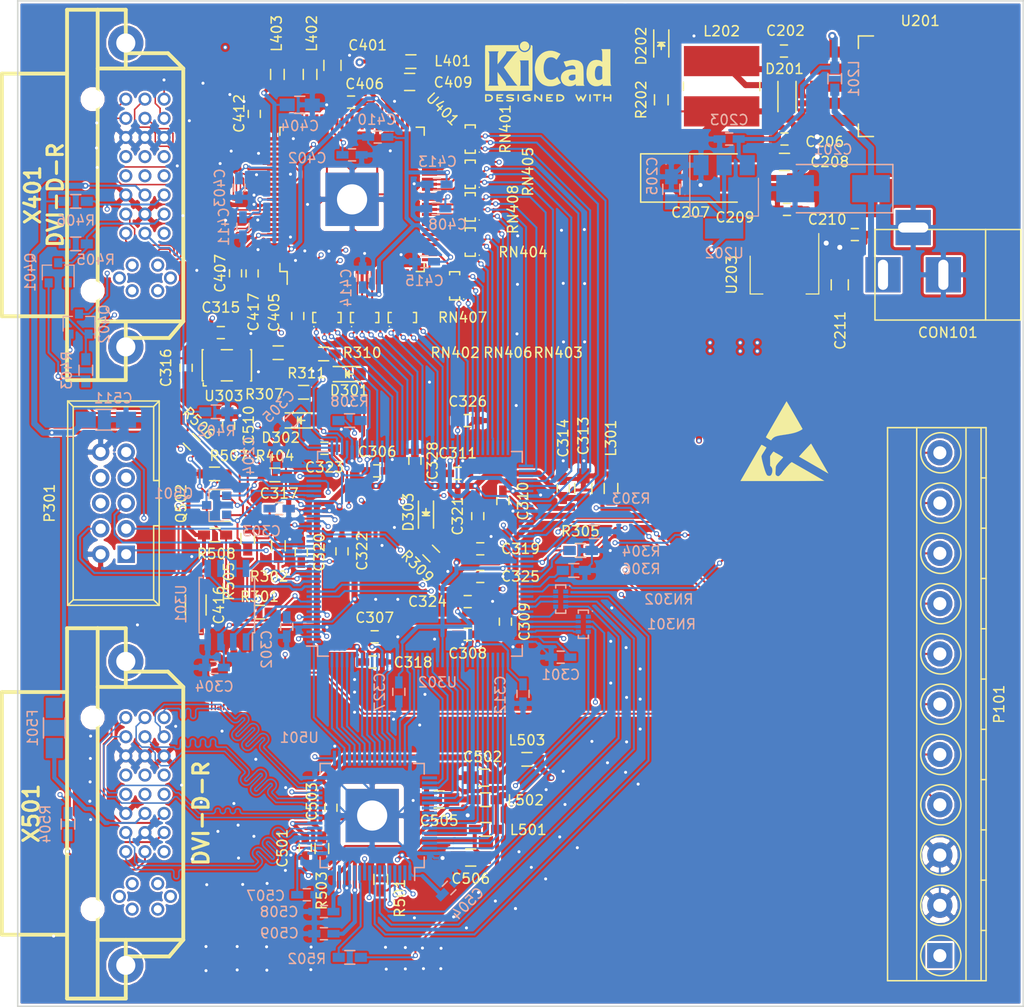
<source format=kicad_pcb>
(kicad_pcb (version 20160815) (host pcbnew "(2016-12-16 revision f631ae27b)-master")

  (general
    (links 477)
    (no_connects 0)
    (area 19.924999 19.924999 120.075001 120.075001)
    (thickness 1.6)
    (drawings 6)
    (tracks 4990)
    (zones 0)
    (modules 138)
    (nets 237)
  )

  (page A4)
  (layers
    (0 F.Cu signal)
    (1 In1.Cu signal)
    (2 In2.Cu signal)
    (31 B.Cu signal)
    (32 B.Adhes user)
    (33 F.Adhes user)
    (34 B.Paste user)
    (35 F.Paste user)
    (36 B.SilkS user)
    (37 F.SilkS user)
    (38 B.Mask user)
    (39 F.Mask user)
    (40 Dwgs.User user)
    (41 Cmts.User user)
    (42 Eco1.User user)
    (43 Eco2.User user)
    (44 Edge.Cuts user)
    (45 Margin user)
    (46 B.CrtYd user)
    (47 F.CrtYd user)
    (48 B.Fab user hide)
    (49 F.Fab user hide)
  )

  (setup
    (last_trace_width 0.4)
    (user_trace_width 0.15)
    (user_trace_width 0.2)
    (user_trace_width 0.4)
    (user_trace_width 0.6)
    (user_trace_width 1.5)
    (trace_clearance 0.152)
    (zone_clearance 0.2)
    (zone_45_only no)
    (trace_min 0.15)
    (segment_width 0.2)
    (edge_width 0.15)
    (via_size 0.5)
    (via_drill 0.3)
    (via_min_size 0.5)
    (via_min_drill 0.3)
    (user_via 0.5 0.3)
    (user_via 0.8 0.5)
    (uvia_size 0.3)
    (uvia_drill 0.1)
    (uvias_allowed no)
    (uvia_min_size 0.2)
    (uvia_min_drill 0.1)
    (pcb_text_width 0.3)
    (pcb_text_size 1.5 1.5)
    (mod_edge_width 0.15)
    (mod_text_size 1 1)
    (mod_text_width 0.15)
    (pad_size 3 3)
    (pad_drill 3)
    (pad_to_mask_clearance 0.2)
    (aux_axis_origin 0 0)
    (grid_origin 20 120.025)
    (visible_elements FFFFFFFF)
    (pcbplotparams
      (layerselection 0x010f0_ffffffff)
      (usegerberextensions false)
      (excludeedgelayer true)
      (linewidth 0.100000)
      (plotframeref false)
      (viasonmask false)
      (mode 1)
      (useauxorigin false)
      (hpglpennumber 1)
      (hpglpenspeed 20)
      (hpglpendiameter 15)
      (psnegative false)
      (psa4output false)
      (plotreference true)
      (plotvalue true)
      (plotinvisibletext false)
      (padsonsilk false)
      (subtractmaskfromsilk false)
      (outputformat 1)
      (mirror false)
      (drillshape 0)
      (scaleselection 1)
      (outputdirectory gerber/))
  )

  (net 0 "")
  (net 1 /power/VIN)
  (net 2 GND)
  (net 3 "Net-(C202-Pad2)")
  (net 4 +2V5)
  (net 5 +3V3)
  (net 6 +1V2)
  (net 7 +V_IO)
  (net 8 /dvi_out/TVDD)
  (net 9 "Net-(D201-Pad1)")
  (net 10 "Net-(D202-Pad2)")
  (net 11 "Net-(F501-Pad1)")
  (net 12 +5V)
  (net 13 /GPIO0)
  (net 14 /GPIO1)
  (net 15 /GPIO2)
  (net 16 /GPIO3)
  (net 17 /GPIO4)
  (net 18 /GPIO5)
  (net 19 /GPIO6)
  (net 20 /GPIO7)
  (net 21 "Net-(P301-Pad9)")
  (net 22 "Net-(P301-Pad8)")
  (net 23 "Net-(P301-Pad7)")
  (net 24 "Net-(P301-Pad6)")
  (net 25 "Net-(P301-Pad5)")
  (net 26 "Net-(P301-Pad3)")
  (net 27 "Net-(P301-Pad1)")
  (net 28 /dvi_in/DDCDAT_IN)
  (net 29 /dvi_in/DDCCLK_IN)
  (net 30 /dvi_out/DDCDAT)
  (net 31 /dvi_out/DDCCLK)
  (net 32 "Net-(R301-Pad1)")
  (net 33 "Net-(R302-Pad1)")
  (net 34 "Net-(R303-Pad1)")
  (net 35 "Net-(R304-Pad1)")
  (net 36 "Net-(R305-Pad1)")
  (net 37 "Net-(R306-Pad1)")
  (net 38 /fpga/CLK50)
  (net 39 "Net-(R307-Pad2)")
  (net 40 /dvi_out/TXCLK+)
  (net 41 "Net-(R308-Pad1)")
  (net 42 /fpga/CLKIN)
  (net 43 /dvi_in/HOTPLUG)
  (net 44 "Net-(R501-Pad1)")
  (net 45 /dvi_out/MSEN)
  (net 46 "Net-(R503-Pad2)")
  (net 47 /dvi_out/HOTPLUG)
  (net 48 "Net-(R504-Pad1)")
  (net 49 "Net-(RN301-Pad7)")
  (net 50 "Net-(RN301-Pad6)")
  (net 51 "Net-(RN301-Pad5)")
  (net 52 "Net-(RN301-Pad8)")
  (net 53 /dvi_out/CTL1)
  (net 54 /dvi_out/DE)
  (net 55 /dvi_out/VSYNC)
  (net 56 /dvi_out/HSYNC)
  (net 57 /dvi_out/CTL2)
  (net 58 /dvi_out/CTL3)
  (net 59 "Net-(RN302-Pad8)")
  (net 60 "Net-(RN302-Pad5)")
  (net 61 "Net-(RN302-Pad6)")
  (net 62 "Net-(RN302-Pad7)")
  (net 63 /dvi_in/DE)
  (net 64 /dvi_in/VSYNC)
  (net 65 /dvi_in/HSYNC)
  (net 66 "Net-(RN401-Pad4)")
  (net 67 "Net-(RN401-Pad8)")
  (net 68 "Net-(RN401-Pad5)")
  (net 69 "Net-(RN401-Pad6)")
  (net 70 "Net-(RN401-Pad7)")
  (net 71 "Net-(RN402-Pad7)")
  (net 72 "Net-(RN402-Pad6)")
  (net 73 "Net-(RN402-Pad5)")
  (net 74 "Net-(RN402-Pad8)")
  (net 75 /dvi_in/DATI3)
  (net 76 /dvi_in/DATI2)
  (net 77 /dvi_in/DATI1)
  (net 78 /dvi_in/DATI0)
  (net 79 "Net-(RN403-Pad7)")
  (net 80 "Net-(RN403-Pad6)")
  (net 81 "Net-(RN403-Pad5)")
  (net 82 "Net-(RN403-Pad8)")
  (net 83 /dvi_in/DATI11)
  (net 84 /dvi_in/DATI10)
  (net 85 /dvi_in/DATI9)
  (net 86 /dvi_in/DATI8)
  (net 87 "Net-(RN404-Pad7)")
  (net 88 "Net-(RN404-Pad6)")
  (net 89 "Net-(RN404-Pad5)")
  (net 90 "Net-(RN404-Pad8)")
  (net 91 /dvi_in/DATI19)
  (net 92 /dvi_in/DATI18)
  (net 93 /dvi_in/DATI17)
  (net 94 /dvi_in/DATI16)
  (net 95 "Net-(RN405-Pad7)")
  (net 96 "Net-(RN405-Pad6)")
  (net 97 "Net-(RN405-Pad5)")
  (net 98 "Net-(RN405-Pad8)")
  (net 99 /dvi_in/CTL3)
  (net 100 /dvi_in/CTL2)
  (net 101 /dvi_in/CTL1)
  (net 102 /dvi_in/DATI4)
  (net 103 /dvi_in/DATI5)
  (net 104 /dvi_in/DATI6)
  (net 105 /dvi_in/DATI7)
  (net 106 "Net-(RN406-Pad8)")
  (net 107 "Net-(RN406-Pad5)")
  (net 108 "Net-(RN406-Pad6)")
  (net 109 "Net-(RN406-Pad7)")
  (net 110 /dvi_in/DATI12)
  (net 111 /dvi_in/DATI13)
  (net 112 /dvi_in/DATI14)
  (net 113 /dvi_in/DATI15)
  (net 114 "Net-(RN407-Pad8)")
  (net 115 "Net-(RN407-Pad5)")
  (net 116 "Net-(RN407-Pad6)")
  (net 117 "Net-(RN407-Pad7)")
  (net 118 /dvi_in/DATI20)
  (net 119 /dvi_in/DATI21)
  (net 120 /dvi_in/DATI22)
  (net 121 /dvi_in/DATI23)
  (net 122 "Net-(RN408-Pad8)")
  (net 123 "Net-(RN408-Pad5)")
  (net 124 "Net-(RN408-Pad6)")
  (net 125 "Net-(RN408-Pad7)")
  (net 126 /dvi_out/DATO4)
  (net 127 /dvi_out/DATO5)
  (net 128 /dvi_out/DATO6)
  (net 129 /dvi_out/DATO7)
  (net 130 /dvi_out/DATO12)
  (net 131 /dvi_out/DATO13)
  (net 132 /dvi_out/DATO14)
  (net 133 /dvi_out/DATO15)
  (net 134 /dvi_out/DATO20)
  (net 135 /dvi_out/DATO21)
  (net 136 /dvi_out/DATO22)
  (net 137 /dvi_out/DATO23)
  (net 138 /dvi_out/DATO3)
  (net 139 /dvi_out/DATO2)
  (net 140 /dvi_out/DATO1)
  (net 141 /dvi_out/DATO0)
  (net 142 /dvi_out/DATO11)
  (net 143 /dvi_out/DATO10)
  (net 144 /dvi_out/DATO9)
  (net 145 /dvi_out/DATO8)
  (net 146 /dvi_out/DATO19)
  (net 147 /dvi_out/DATO18)
  (net 148 /dvi_out/DATO17)
  (net 149 /dvi_out/DATO16)
  (net 150 /fpga/DCLK)
  (net 151 /fpga/ASDI)
  (net 152 /fpga/DATA)
  (net 153 /fpga/nCS)
  (net 154 "Net-(U302-Pad127)")
  (net 155 /dvi_in/LINK_ACT)
  (net 156 /dvi_in/PDOWN)
  (net 157 /dvi_out/EDGE)
  (net 158 /dvi_out/DKEN)
  (net 159 "Net-(U303-Pad1)")
  (net 160 "Net-(U401-Pad96)")
  (net 161 /dvi_in/RxC-)
  (net 162 /dvi_in/RxC+)
  (net 163 /dvi_in/Rx0+)
  (net 164 /dvi_in/Rx1-)
  (net 165 /dvi_in/Rx1+)
  (net 166 /dvi_in/Rx2-)
  (net 167 /dvi_in/Rx2+)
  (net 168 "Net-(U401-Pad77)")
  (net 169 "Net-(U401-Pad75)")
  (net 170 "Net-(U401-Pad74)")
  (net 171 "Net-(U401-Pad73)")
  (net 172 "Net-(U401-Pad72)")
  (net 173 "Net-(U401-Pad71)")
  (net 174 "Net-(U401-Pad70)")
  (net 175 "Net-(U401-Pad69)")
  (net 176 "Net-(U401-Pad66)")
  (net 177 "Net-(U401-Pad65)")
  (net 178 "Net-(U401-Pad64)")
  (net 179 "Net-(U401-Pad63)")
  (net 180 "Net-(U401-Pad62)")
  (net 181 "Net-(U401-Pad61)")
  (net 182 "Net-(U401-Pad60)")
  (net 183 "Net-(U401-Pad59)")
  (net 184 "Net-(U401-Pad56)")
  (net 185 "Net-(U401-Pad55)")
  (net 186 "Net-(U401-Pad54)")
  (net 187 "Net-(U401-Pad53)")
  (net 188 "Net-(U401-Pad52)")
  (net 189 "Net-(U401-Pad51)")
  (net 190 "Net-(U401-Pad50)")
  (net 191 "Net-(U401-Pad49)")
  (net 192 "Net-(U501-Pad56)")
  (net 193 "Net-(U501-Pad49)")
  (net 194 /dvi_out/TX2+)
  (net 195 /dvi_out/TX2-)
  (net 196 /dvi_out/TX1+)
  (net 197 /dvi_out/TX1-)
  (net 198 /dvi_out/TX0+)
  (net 199 /dvi_out/TX0-)
  (net 200 /dvi_out/TXC+)
  (net 201 /dvi_out/TXC-)
  (net 202 "Net-(X401-Pad8)")
  (net 203 "Net-(X401-Pad21)")
  (net 204 "Net-(X401-Pad20)")
  (net 205 "Net-(X401-Pad13)")
  (net 206 "Net-(X401-Pad12)")
  (net 207 "Net-(X401-Pad5)")
  (net 208 "Net-(X401-Pad4)")
  (net 209 "Net-(X501-Pad4)")
  (net 210 "Net-(X501-Pad5)")
  (net 211 "Net-(X501-Pad12)")
  (net 212 "Net-(X501-Pad13)")
  (net 213 "Net-(X501-Pad20)")
  (net 214 "Net-(X501-Pad21)")
  (net 215 "Net-(X501-Pad8)")
  (net 216 "Net-(D301-Pad2)")
  (net 217 "Net-(D302-Pad2)")
  (net 218 "Net-(D303-Pad2)")
  (net 219 /dvi_in/Rx0-)
  (net 220 "Net-(U302-Pad99)")
  (net 221 "Net-(U302-Pad84)")
  (net 222 "Net-(U302-Pad83)")
  (net 223 "Net-(RN302-Pad1)")
  (net 224 "Net-(D301-Pad1)")
  (net 225 "Net-(D302-Pad1)")
  (net 226 "Net-(D303-Pad1)")
  (net 227 "Net-(RN301-Pad1)")
  (net 228 /dvi_in/PVDD)
  (net 229 /dvi_in/DVDD)
  (net 230 /dvi_in/AVDD)
  (net 231 /dvi_out/DVDD)
  (net 232 /dvi_out/PVDD)
  (net 233 /dvi_out/DDCDAT_)
  (net 234 /dvi_out/DDCCLK_)
  (net 235 /dvi_in/DDCDAT_)
  (net 236 /dvi_in/DDCCLK_)

  (net_class Default "This is the default net class."
    (clearance 0.152)
    (trace_width 0.2)
    (via_dia 0.5)
    (via_drill 0.3)
    (uvia_dia 0.3)
    (uvia_drill 0.1)
    (diff_pair_gap 0.25)
    (diff_pair_width 0.2)
    (add_net +1V2)
    (add_net +2V5)
    (add_net +3V3)
    (add_net +5V)
    (add_net +V_IO)
    (add_net /GPIO0)
    (add_net /GPIO1)
    (add_net /GPIO2)
    (add_net /GPIO3)
    (add_net /GPIO4)
    (add_net /GPIO5)
    (add_net /GPIO6)
    (add_net /GPIO7)
    (add_net /dvi_in/AVDD)
    (add_net /dvi_in/CTL1)
    (add_net /dvi_in/CTL2)
    (add_net /dvi_in/CTL3)
    (add_net /dvi_in/DATI0)
    (add_net /dvi_in/DATI1)
    (add_net /dvi_in/DATI10)
    (add_net /dvi_in/DATI11)
    (add_net /dvi_in/DATI12)
    (add_net /dvi_in/DATI13)
    (add_net /dvi_in/DATI14)
    (add_net /dvi_in/DATI15)
    (add_net /dvi_in/DATI16)
    (add_net /dvi_in/DATI17)
    (add_net /dvi_in/DATI18)
    (add_net /dvi_in/DATI19)
    (add_net /dvi_in/DATI2)
    (add_net /dvi_in/DATI20)
    (add_net /dvi_in/DATI21)
    (add_net /dvi_in/DATI22)
    (add_net /dvi_in/DATI23)
    (add_net /dvi_in/DATI3)
    (add_net /dvi_in/DATI4)
    (add_net /dvi_in/DATI5)
    (add_net /dvi_in/DATI6)
    (add_net /dvi_in/DATI7)
    (add_net /dvi_in/DATI8)
    (add_net /dvi_in/DATI9)
    (add_net /dvi_in/DDCCLK_)
    (add_net /dvi_in/DDCCLK_IN)
    (add_net /dvi_in/DDCDAT_)
    (add_net /dvi_in/DDCDAT_IN)
    (add_net /dvi_in/DE)
    (add_net /dvi_in/DVDD)
    (add_net /dvi_in/HOTPLUG)
    (add_net /dvi_in/HSYNC)
    (add_net /dvi_in/LINK_ACT)
    (add_net /dvi_in/PDOWN)
    (add_net /dvi_in/PVDD)
    (add_net /dvi_in/Rx0+)
    (add_net /dvi_in/Rx0-)
    (add_net /dvi_in/Rx1+)
    (add_net /dvi_in/Rx1-)
    (add_net /dvi_in/Rx2+)
    (add_net /dvi_in/Rx2-)
    (add_net /dvi_in/RxC+)
    (add_net /dvi_in/RxC-)
    (add_net /dvi_in/VSYNC)
    (add_net /dvi_out/CTL1)
    (add_net /dvi_out/CTL2)
    (add_net /dvi_out/CTL3)
    (add_net /dvi_out/DATO0)
    (add_net /dvi_out/DATO1)
    (add_net /dvi_out/DATO10)
    (add_net /dvi_out/DATO11)
    (add_net /dvi_out/DATO12)
    (add_net /dvi_out/DATO13)
    (add_net /dvi_out/DATO14)
    (add_net /dvi_out/DATO15)
    (add_net /dvi_out/DATO16)
    (add_net /dvi_out/DATO17)
    (add_net /dvi_out/DATO18)
    (add_net /dvi_out/DATO19)
    (add_net /dvi_out/DATO2)
    (add_net /dvi_out/DATO20)
    (add_net /dvi_out/DATO21)
    (add_net /dvi_out/DATO22)
    (add_net /dvi_out/DATO23)
    (add_net /dvi_out/DATO3)
    (add_net /dvi_out/DATO4)
    (add_net /dvi_out/DATO5)
    (add_net /dvi_out/DATO6)
    (add_net /dvi_out/DATO7)
    (add_net /dvi_out/DATO8)
    (add_net /dvi_out/DATO9)
    (add_net /dvi_out/DDCCLK)
    (add_net /dvi_out/DDCCLK_)
    (add_net /dvi_out/DDCDAT)
    (add_net /dvi_out/DDCDAT_)
    (add_net /dvi_out/DE)
    (add_net /dvi_out/DKEN)
    (add_net /dvi_out/DVDD)
    (add_net /dvi_out/EDGE)
    (add_net /dvi_out/HOTPLUG)
    (add_net /dvi_out/HSYNC)
    (add_net /dvi_out/MSEN)
    (add_net /dvi_out/PVDD)
    (add_net /dvi_out/TVDD)
    (add_net /dvi_out/TX0+)
    (add_net /dvi_out/TX0-)
    (add_net /dvi_out/TX1+)
    (add_net /dvi_out/TX1-)
    (add_net /dvi_out/TX2+)
    (add_net /dvi_out/TX2-)
    (add_net /dvi_out/TXC+)
    (add_net /dvi_out/TXC-)
    (add_net /dvi_out/TXCLK+)
    (add_net /dvi_out/VSYNC)
    (add_net /fpga/ASDI)
    (add_net /fpga/CLK50)
    (add_net /fpga/CLKIN)
    (add_net /fpga/DATA)
    (add_net /fpga/DCLK)
    (add_net /fpga/nCS)
    (add_net /power/VIN)
    (add_net GND)
    (add_net "Net-(C202-Pad2)")
    (add_net "Net-(D201-Pad1)")
    (add_net "Net-(D202-Pad2)")
    (add_net "Net-(D301-Pad1)")
    (add_net "Net-(D301-Pad2)")
    (add_net "Net-(D302-Pad1)")
    (add_net "Net-(D302-Pad2)")
    (add_net "Net-(D303-Pad1)")
    (add_net "Net-(D303-Pad2)")
    (add_net "Net-(F501-Pad1)")
    (add_net "Net-(P301-Pad1)")
    (add_net "Net-(P301-Pad3)")
    (add_net "Net-(P301-Pad5)")
    (add_net "Net-(P301-Pad6)")
    (add_net "Net-(P301-Pad7)")
    (add_net "Net-(P301-Pad8)")
    (add_net "Net-(P301-Pad9)")
    (add_net "Net-(R301-Pad1)")
    (add_net "Net-(R302-Pad1)")
    (add_net "Net-(R303-Pad1)")
    (add_net "Net-(R304-Pad1)")
    (add_net "Net-(R305-Pad1)")
    (add_net "Net-(R306-Pad1)")
    (add_net "Net-(R307-Pad2)")
    (add_net "Net-(R308-Pad1)")
    (add_net "Net-(R501-Pad1)")
    (add_net "Net-(R503-Pad2)")
    (add_net "Net-(R504-Pad1)")
    (add_net "Net-(RN301-Pad1)")
    (add_net "Net-(RN301-Pad5)")
    (add_net "Net-(RN301-Pad6)")
    (add_net "Net-(RN301-Pad7)")
    (add_net "Net-(RN301-Pad8)")
    (add_net "Net-(RN302-Pad1)")
    (add_net "Net-(RN302-Pad5)")
    (add_net "Net-(RN302-Pad6)")
    (add_net "Net-(RN302-Pad7)")
    (add_net "Net-(RN302-Pad8)")
    (add_net "Net-(RN401-Pad4)")
    (add_net "Net-(RN401-Pad5)")
    (add_net "Net-(RN401-Pad6)")
    (add_net "Net-(RN401-Pad7)")
    (add_net "Net-(RN401-Pad8)")
    (add_net "Net-(RN402-Pad5)")
    (add_net "Net-(RN402-Pad6)")
    (add_net "Net-(RN402-Pad7)")
    (add_net "Net-(RN402-Pad8)")
    (add_net "Net-(RN403-Pad5)")
    (add_net "Net-(RN403-Pad6)")
    (add_net "Net-(RN403-Pad7)")
    (add_net "Net-(RN403-Pad8)")
    (add_net "Net-(RN404-Pad5)")
    (add_net "Net-(RN404-Pad6)")
    (add_net "Net-(RN404-Pad7)")
    (add_net "Net-(RN404-Pad8)")
    (add_net "Net-(RN405-Pad5)")
    (add_net "Net-(RN405-Pad6)")
    (add_net "Net-(RN405-Pad7)")
    (add_net "Net-(RN405-Pad8)")
    (add_net "Net-(RN406-Pad5)")
    (add_net "Net-(RN406-Pad6)")
    (add_net "Net-(RN406-Pad7)")
    (add_net "Net-(RN406-Pad8)")
    (add_net "Net-(RN407-Pad5)")
    (add_net "Net-(RN407-Pad6)")
    (add_net "Net-(RN407-Pad7)")
    (add_net "Net-(RN407-Pad8)")
    (add_net "Net-(RN408-Pad5)")
    (add_net "Net-(RN408-Pad6)")
    (add_net "Net-(RN408-Pad7)")
    (add_net "Net-(RN408-Pad8)")
    (add_net "Net-(U302-Pad127)")
    (add_net "Net-(U302-Pad83)")
    (add_net "Net-(U302-Pad84)")
    (add_net "Net-(U302-Pad99)")
    (add_net "Net-(U303-Pad1)")
    (add_net "Net-(U401-Pad49)")
    (add_net "Net-(U401-Pad50)")
    (add_net "Net-(U401-Pad51)")
    (add_net "Net-(U401-Pad52)")
    (add_net "Net-(U401-Pad53)")
    (add_net "Net-(U401-Pad54)")
    (add_net "Net-(U401-Pad55)")
    (add_net "Net-(U401-Pad56)")
    (add_net "Net-(U401-Pad59)")
    (add_net "Net-(U401-Pad60)")
    (add_net "Net-(U401-Pad61)")
    (add_net "Net-(U401-Pad62)")
    (add_net "Net-(U401-Pad63)")
    (add_net "Net-(U401-Pad64)")
    (add_net "Net-(U401-Pad65)")
    (add_net "Net-(U401-Pad66)")
    (add_net "Net-(U401-Pad69)")
    (add_net "Net-(U401-Pad70)")
    (add_net "Net-(U401-Pad71)")
    (add_net "Net-(U401-Pad72)")
    (add_net "Net-(U401-Pad73)")
    (add_net "Net-(U401-Pad74)")
    (add_net "Net-(U401-Pad75)")
    (add_net "Net-(U401-Pad77)")
    (add_net "Net-(U401-Pad96)")
    (add_net "Net-(U501-Pad49)")
    (add_net "Net-(U501-Pad56)")
    (add_net "Net-(X401-Pad12)")
    (add_net "Net-(X401-Pad13)")
    (add_net "Net-(X401-Pad20)")
    (add_net "Net-(X401-Pad21)")
    (add_net "Net-(X401-Pad4)")
    (add_net "Net-(X401-Pad5)")
    (add_net "Net-(X401-Pad8)")
    (add_net "Net-(X501-Pad12)")
    (add_net "Net-(X501-Pad13)")
    (add_net "Net-(X501-Pad20)")
    (add_net "Net-(X501-Pad21)")
    (add_net "Net-(X501-Pad4)")
    (add_net "Net-(X501-Pad5)")
    (add_net "Net-(X501-Pad8)")
  )

  (module Capacitors_Tantalum_SMD:Tantalum_Case-D_EIA-7343-31_Hand (layer F.Cu) (tedit 57B6E980) (tstamp 586EAA66)
    (at 87.9 37.625)
    (descr "Tantalum capacitor, Case D, EIA 7343-31, 7.3x4.3x2.8mm, Hand soldering footprint")
    (tags "capacitor tantalum smd")
    (path /5839A46D/5839CB5E)
    (attr smd)
    (fp_text reference C207 (at -0.99 3.43) (layer F.SilkS)
      (effects (font (size 1 1) (thickness 0.15)))
    )
    (fp_text value 100u (at 0 3.9) (layer F.Fab)
      (effects (font (size 1 1) (thickness 0.15)))
    )
    (fp_line (start -6.05 -2.5) (end -6.05 2.5) (layer F.CrtYd) (width 0.05))
    (fp_line (start -6.05 2.5) (end 6.05 2.5) (layer F.CrtYd) (width 0.05))
    (fp_line (start 6.05 2.5) (end 6.05 -2.5) (layer F.CrtYd) (width 0.05))
    (fp_line (start 6.05 -2.5) (end -6.05 -2.5) (layer F.CrtYd) (width 0.05))
    (fp_line (start -3.65 -2.15) (end -3.65 2.15) (layer F.Fab) (width 0.15))
    (fp_line (start -3.65 2.15) (end 3.65 2.15) (layer F.Fab) (width 0.15))
    (fp_line (start 3.65 2.15) (end 3.65 -2.15) (layer F.Fab) (width 0.15))
    (fp_line (start 3.65 -2.15) (end -3.65 -2.15) (layer F.Fab) (width 0.15))
    (fp_line (start -2.92 -2.15) (end -2.92 2.15) (layer F.Fab) (width 0.15))
    (fp_line (start -2.555 -2.15) (end -2.555 2.15) (layer F.Fab) (width 0.15))
    (fp_line (start -5.95 -2.4) (end 3.65 -2.4) (layer F.SilkS) (width 0.15))
    (fp_line (start -5.95 2.4) (end 3.65 2.4) (layer F.SilkS) (width 0.15))
    (fp_line (start -5.95 -2.4) (end -5.95 2.4) (layer F.SilkS) (width 0.15))
    (pad 1 smd rect (at -3.775 0) (size 3.75 2.7) (layers F.Cu F.Paste F.Mask)
      (net 5 +3V3))
    (pad 2 smd rect (at 3.775 0) (size 3.75 2.7) (layers F.Cu F.Paste F.Mask)
      (net 2 GND))
    (model Capacitors_Tantalum_SMD.3dshapes/Tantalum_Case-D_EIA-7343-31.wrl
      (at (xyz 0 0 0))
      (scale (xyz 1 1 1))
      (rotate (xyz 0 0 0))
    )
  )

  (module artwork:shimatta_std (layer F.Cu) (tedit 0) (tstamp 58695997)
    (at 89.5 112.525)
    (fp_text reference G*** (at 0 0) (layer F.SilkS) hide
      (effects (font (thickness 0.3)))
    )
    (fp_text value LOGO (at 0.75 0) (layer F.SilkS) hide
      (effects (font (thickness 0.3)))
    )
    (fp_poly (pts (xy 10.868794 -0.34663) (xy 10.940082 -0.344725) (xy 11.001581 -0.340759) (xy 11.054456 -0.334558)
      (xy 11.099874 -0.325943) (xy 11.138999 -0.314739) (xy 11.172997 -0.300768) (xy 11.203034 -0.283854)
      (xy 11.230276 -0.263821) (xy 11.255887 -0.240491) (xy 11.256462 -0.239919) (xy 11.289334 -0.201111)
      (xy 11.312259 -0.15891) (xy 11.326574 -0.110035) (xy 11.333618 -0.05121) (xy 11.333643 -0.0508)
      (xy 11.332569 0.023291) (xy 11.320361 0.089289) (xy 11.297275 0.146655) (xy 11.263566 0.19485)
      (xy 11.219491 0.233333) (xy 11.190884 0.250184) (xy 11.170271 0.260221) (xy 11.150623 0.268525)
      (xy 11.130272 0.275304) (xy 11.107549 0.280766) (xy 11.080783 0.285117) (xy 11.048306 0.288565)
      (xy 11.008448 0.291317) (xy 10.959541 0.29358) (xy 10.899914 0.295563) (xy 10.827899 0.297472)
      (xy 10.805885 0.298007) (xy 10.501253 0.308642) (xy 10.207708 0.325718) (xy 9.923258 0.349393)
      (xy 9.645907 0.379823) (xy 9.470624 0.402998) (xy 9.411807 0.410902) (xy 9.364278 0.416192)
      (xy 9.325062 0.418954) (xy 9.291185 0.41927) (xy 9.259672 0.417223) (xy 9.227549 0.412897)
      (xy 9.212169 0.410241) (xy 9.144467 0.392017) (xy 9.087321 0.363849) (xy 9.040745 0.325747)
      (xy 9.004755 0.277724) (xy 8.992925 0.254871) (xy 8.980849 0.218141) (xy 8.973005 0.172373)
      (xy 8.969757 0.122517) (xy 8.971468 0.073524) (xy 8.976926 0.037019) (xy 8.997827 -0.025291)
      (xy 9.0312 -0.080963) (xy 9.075937 -0.128488) (xy 9.122686 -0.16171) (xy 9.147207 -0.17458)
      (xy 9.175393 -0.186432) (xy 9.208483 -0.197521) (xy 9.247713 -0.208107) (xy 9.294321 -0.218445)
      (xy 9.349544 -0.228794) (xy 9.414619 -0.23941) (xy 9.490782 -0.250551) (xy 9.579273 -0.262474)
      (xy 9.652 -0.271774) (xy 9.800914 -0.289224) (xy 9.950405 -0.304133) (xy 10.103324 -0.316716)
      (xy 10.262527 -0.327186) (xy 10.430867 -0.335758) (xy 10.584543 -0.341755) (xy 10.69219 -0.344969)
      (xy 10.786552 -0.346653) (xy 10.868794 -0.34663)) (layer F.Mask) (width 0.01))
    (fp_poly (pts (xy 3.280686 -0.880939) (xy 3.34556 -0.879771) (xy 3.402872 -0.877617) (xy 3.449973 -0.87446)
      (xy 3.472543 -0.872037) (xy 3.61367 -0.849571) (xy 3.744701 -0.82007) (xy 3.868701 -0.782621)
      (xy 3.988736 -0.73631) (xy 4.096467 -0.686017) (xy 4.193868 -0.632986) (xy 4.288297 -0.574006)
      (xy 4.3772 -0.510941) (xy 4.458022 -0.445653) (xy 4.528209 -0.380007) (xy 4.555365 -0.351156)
      (xy 4.639992 -0.246318) (xy 4.713364 -0.13273) (xy 4.774921 -0.011455) (xy 4.824102 0.116443)
      (xy 4.850885 0.209423) (xy 4.879181 0.347701) (xy 4.896607 0.490707) (xy 4.903125 0.635529)
      (xy 4.898699 0.779253) (xy 4.88329 0.918966) (xy 4.861451 1.032728) (xy 4.824346 1.160933)
      (xy 4.77372 1.287533) (xy 4.710565 1.41087) (xy 4.635874 1.529285) (xy 4.550639 1.641117)
      (xy 4.455854 1.744709) (xy 4.40832 1.79005) (xy 4.299338 1.882172) (xy 4.177612 1.971762)
      (xy 4.04482 2.057926) (xy 3.902638 2.139772) (xy 3.752745 2.216408) (xy 3.596818 2.286942)
      (xy 3.436534 2.350482) (xy 3.27357 2.406135) (xy 3.218543 2.422898) (xy 3.139899 2.444368)
      (xy 3.049468 2.466013) (xy 2.949959 2.487315) (xy 2.844082 2.507761) (xy 2.734547 2.526832)
      (xy 2.624065 2.544015) (xy 2.515345 2.558792) (xy 2.485571 2.56243) (xy 2.428012 2.568359)
      (xy 2.365313 2.573218) (xy 2.299907 2.576957) (xy 2.234229 2.579525) (xy 2.17071 2.580872)
      (xy 2.111786 2.580947) (xy 2.05989 2.579698) (xy 2.017454 2.577077) (xy 1.986913 2.573032)
      (xy 1.985844 2.572813) (xy 1.91558 2.552339) (xy 1.8565 2.522842) (xy 1.808841 2.484627)
      (xy 1.772841 2.437998) (xy 1.748736 2.38326) (xy 1.736764 2.320717) (xy 1.736929 2.253327)
      (xy 1.748307 2.186275) (xy 1.77048 2.128668) (xy 1.803758 2.079916) (xy 1.848452 2.039427)
      (xy 1.849677 2.038544) (xy 1.877767 2.020506) (xy 1.908228 2.005555) (xy 1.943115 1.993169)
      (xy 1.984481 1.982826) (xy 2.034379 1.974007) (xy 2.094863 1.966188) (xy 2.161084 1.959481)
      (xy 2.311846 1.944454) (xy 2.450169 1.928139) (xy 2.578102 1.910074) (xy 2.697697 1.889796)
      (xy 2.811005 1.866842) (xy 2.920076 1.84075) (xy 3.026962 1.811058) (xy 3.133714 1.777303)
      (xy 3.242382 1.739022) (xy 3.355017 1.695754) (xy 3.386254 1.683205) (xy 3.439042 1.660814)
      (xy 3.498085 1.634078) (xy 3.560068 1.604637) (xy 3.621674 1.574131) (xy 3.679588 1.5442)
      (xy 3.730494 1.516484) (xy 3.76929 1.493734) (xy 3.863531 1.428613) (xy 3.952139 1.353949)
      (xy 4.033116 1.271853) (xy 4.104465 1.184435) (xy 4.16419 1.093803) (xy 4.186568 1.052873)
      (xy 4.225348 0.967344) (xy 4.253373 0.882119) (xy 4.271449 0.793702) (xy 4.280379 0.698597)
      (xy 4.281685 0.639641) (xy 4.277001 0.527464) (xy 4.262763 0.425302) (xy 4.238591 0.331924)
      (xy 4.204105 0.2461) (xy 4.158926 0.166599) (xy 4.119 0.11188) (xy 4.060291 0.048463)
      (xy 3.988142 -0.012032) (xy 3.902275 -0.06981) (xy 3.802411 -0.125073) (xy 3.778387 -0.136985)
      (xy 3.681686 -0.179417) (xy 3.583439 -0.212975) (xy 3.48168 -0.237992) (xy 3.374444 -0.254803)
      (xy 3.259766 -0.263742) (xy 3.13568 -0.265143) (xy 3.043531 -0.261888) (xy 2.888029 -0.251649)
      (xy 2.734088 -0.236994) (xy 2.580213 -0.217612) (xy 2.424912 -0.193189) (xy 2.26669 -0.163413)
      (xy 2.104054 -0.127969) (xy 1.93551 -0.086547) (xy 1.759564 -0.038832) (xy 1.574722 0.015488)
      (xy 1.379491 0.076726) (xy 1.29428 0.104504) (xy 1.212487 0.131377) (xy 1.14306 0.153997)
      (xy 1.08461 0.172751) (xy 1.035751 0.188021) (xy 0.995094 0.200194) (xy 0.961252 0.209655)
      (xy 0.932836 0.216787) (xy 0.908459 0.221977) (xy 0.886733 0.225608) (xy 0.86627 0.228067)
      (xy 0.845683 0.229737) (xy 0.841828 0.229985) (xy 0.770694 0.22918) (xy 0.705988 0.217912)
      (xy 0.648912 0.196762) (xy 0.60067 0.166307) (xy 0.562463 0.127129) (xy 0.536857 0.083059)
      (xy 0.516575 0.01964) (xy 0.509485 -0.04353) (xy 0.515258 -0.10471) (xy 0.533566 -0.162158)
      (xy 0.564078 -0.214131) (xy 0.6005 -0.25372) (xy 0.627556 -0.275729) (xy 0.658526 -0.29656)
      (xy 0.694993 -0.316941) (xy 0.738543 -0.337601) (xy 0.790758 -0.359268) (xy 0.853223 -0.382671)
      (xy 0.927522 -0.40854) (xy 0.962785 -0.420363) (xy 1.235996 -0.508259) (xy 1.498548 -0.586824)
      (xy 1.750821 -0.656148) (xy 1.993199 -0.71632) (xy 2.226063 -0.767428) (xy 2.449796 -0.809563)
      (xy 2.664779 -0.842814) (xy 2.871395 -0.86727) (xy 2.881085 -0.868221) (xy 2.935666 -0.872605)
      (xy 2.998589 -0.876105) (xy 3.067203 -0.878706) (xy 3.138857 -0.88039) (xy 3.210902 -0.88114)
      (xy 3.280686 -0.880939)) (layer F.Mask) (width 0.01))
    (fp_poly (pts (xy 9.003608 1.085203) (xy 9.056887 1.097351) (xy 9.102289 1.118483) (xy 9.136442 1.144109)
      (xy 9.162501 1.170161) (xy 9.183639 1.197962) (xy 9.200436 1.229422) (xy 9.213471 1.266452)
      (xy 9.223323 1.310961) (xy 9.230572 1.364858) (xy 9.235796 1.430055) (xy 9.238428 1.480457)
      (xy 9.242463 1.556719) (xy 9.247451 1.620598) (xy 9.253768 1.674212) (xy 9.261789 1.719683)
      (xy 9.27189 1.759128) (xy 9.284448 1.794667) (xy 9.299837 1.828421) (xy 9.300281 1.8293)
      (xy 9.32368 1.861058) (xy 9.36009 1.889396) (xy 9.409773 1.914428) (xy 9.472988 1.936271)
      (xy 9.549997 1.955039) (xy 9.608457 1.96579) (xy 9.659854 1.973801) (xy 9.709141 1.980441)
      (xy 9.758607 1.98587) (xy 9.810543 1.990245) (xy 9.86724 1.993727) (xy 9.930987 1.996474)
      (xy 10.004074 1.998645) (xy 10.088793 2.000399) (xy 10.112828 2.000803) (xy 10.344931 2.000686)
      (xy 10.574631 1.992926) (xy 10.799511 1.977698) (xy 11.017155 1.955179) (xy 11.225147 1.925543)
      (xy 11.283945 1.915532) (xy 11.323332 1.909019) (xy 11.353394 1.905485) (xy 11.37896 1.904703)
      (xy 11.404859 1.906445) (xy 11.424674 1.908893) (xy 11.494816 1.923371) (xy 11.553352 1.946196)
      (xy 11.600789 1.977718) (xy 11.637635 2.018289) (xy 11.664396 2.068258) (xy 11.667708 2.076961)
      (xy 11.674691 2.105256) (xy 11.679662 2.14325) (xy 11.682423 2.186242) (xy 11.682775 2.229529)
      (xy 11.680518 2.26841) (xy 11.676827 2.29262) (xy 11.655383 2.357769) (xy 11.621693 2.415438)
      (xy 11.576172 2.465251) (xy 11.51923 2.506833) (xy 11.451281 2.539807) (xy 11.381702 2.561655)
      (xy 11.342402 2.569881) (xy 11.29029 2.578484) (xy 11.227059 2.587284) (xy 11.154403 2.596097)
      (xy 11.074012 2.604743) (xy 10.987579 2.61304) (xy 10.896797 2.620806) (xy 10.803359 2.62786)
      (xy 10.708955 2.634021) (xy 10.705281 2.63424) (xy 10.652261 2.63689) (xy 10.589033 2.639219)
      (xy 10.517978 2.641203) (xy 10.441476 2.642822) (xy 10.36191 2.644053) (xy 10.281658 2.644874)
      (xy 10.203102 2.645263) (xy 10.128622 2.645198) (xy 10.0606 2.644658) (xy 10.001415 2.643619)
      (xy 9.953449 2.64206) (xy 9.938657 2.641327) (xy 9.768481 2.628296) (xy 9.611394 2.609042)
      (xy 9.467369 2.583557) (xy 9.336381 2.551835) (xy 9.218402 2.51387) (xy 9.113406 2.469654)
      (xy 9.021367 2.419181) (xy 8.998233 2.404142) (xy 8.936306 2.355572) (xy 8.876387 2.295797)
      (xy 8.821128 2.228111) (xy 8.77318 2.155807) (xy 8.735198 2.08218) (xy 8.730868 2.072055)
      (xy 8.707215 2.00826) (xy 8.685371 1.936098) (xy 8.66712 1.861716) (xy 8.660844 1.8307)
      (xy 8.655793 1.795362) (xy 8.651582 1.749235) (xy 8.648253 1.695121) (xy 8.645849 1.635825)
      (xy 8.644412 1.574151) (xy 8.643985 1.512901) (xy 8.64461 1.45488) (xy 8.646328 1.402892)
      (xy 8.649184 1.359739) (xy 8.653218 1.328227) (xy 8.65325 1.328057) (xy 8.671645 1.258488)
      (xy 8.698511 1.200675) (xy 8.734046 1.154447) (xy 8.778447 1.119634) (xy 8.831912 1.096067)
      (xy 8.894638 1.083576) (xy 8.940188 1.081315) (xy 9.003608 1.085203)) (layer F.Mask) (width 0.01))
    (fp_poly (pts (xy -11.3068 -2.522042) (xy -11.243523 -2.508415) (xy -11.18998 -2.484867) (xy -11.145174 -2.450712)
      (xy -11.108109 -2.405266) (xy -11.077788 -2.347845) (xy -11.062557 -2.307771) (xy -11.061106 -2.303062)
      (xy -11.05976 -2.297493) (xy -11.058513 -2.290514) (xy -11.057361 -2.281571) (xy -11.056298 -2.270114)
      (xy -11.055319 -2.255589) (xy -11.054417 -2.237446) (xy -11.053589 -2.215132) (xy -11.052827 -2.188096)
      (xy -11.052128 -2.155784) (xy -11.051485 -2.117645) (xy -11.050893 -2.073128) (xy -11.050346 -2.02168)
      (xy -11.04984 -1.962749) (xy -11.049369 -1.895784) (xy -11.048927 -1.820232) (xy -11.048509 -1.735541)
      (xy -11.04811 -1.64116) (xy -11.047724 -1.536535) (xy -11.047346 -1.421117) (xy -11.04697 -1.294351)
      (xy -11.046591 -1.155687) (xy -11.046203 -1.004573) (xy -11.045802 -0.840455) (xy -11.045381 -0.662784)
      (xy -11.045055 -0.522514) (xy -11.044621 -0.331929) (xy -11.044228 -0.155283) (xy -11.043859 0.008)
      (xy -11.043503 0.158496) (xy -11.043145 0.296779) (xy -11.042771 0.423427) (xy -11.042368 0.539013)
      (xy -11.041921 0.644114) (xy -11.041417 0.739305) (xy -11.040843 0.825162) (xy -11.040184 0.90226)
      (xy -11.039426 0.971175) (xy -11.038556 1.032482) (xy -11.037561 1.086757) (xy -11.036425 1.134576)
      (xy -11.035136 1.176514) (xy -11.033679 1.213146) (xy -11.032041 1.245049) (xy -11.030209 1.272797)
      (xy -11.028167 1.296966) (xy -11.025903 1.318133) (xy -11.023403 1.336871) (xy -11.020653 1.353757)
      (xy -11.017638 1.369367) (xy -11.014346 1.384276) (xy -11.010763 1.399059) (xy -11.006874 1.414293)
      (xy -11.002666 1.430552) (xy -10.998125 1.448412) (xy -10.997798 1.449724) (xy -10.964594 1.558686)
      (xy -10.922022 1.656604) (xy -10.87005 1.743504) (xy -10.808644 1.819409) (xy -10.737771 1.884342)
      (xy -10.6574 1.938328) (xy -10.567497 1.98139) (xy -10.468029 2.013553) (xy -10.358964 2.03484)
      (xy -10.24027 2.045275) (xy -10.18084 2.046437) (xy -10.02365 2.040231) (xy -9.8725 2.021965)
      (xy -9.72797 1.991807) (xy -9.590642 1.949924) (xy -9.461096 1.896487) (xy -9.339913 1.831662)
      (xy -9.260323 1.779565) (xy -9.187902 1.722827) (xy -9.111738 1.652849) (xy -9.032329 1.570273)
      (xy -8.950172 1.475739) (xy -8.865765 1.369888) (xy -8.779606 1.253362) (xy -8.692193 1.126801)
      (xy -8.604024 0.990846) (xy -8.515598 0.846139) (xy -8.456603 0.744866) (xy -8.420295 0.681984)
      (xy -8.389599 0.630434) (xy -8.363414 0.588677) (xy -8.340642 0.555175) (xy -8.320185 0.52839)
      (xy -8.300944 0.506783) (xy -8.28182 0.488815) (xy -8.263208 0.474045) (xy -8.214168 0.444068)
      (xy -8.164588 0.42726) (xy -8.110878 0.422597) (xy -8.087241 0.423921) (xy -8.016328 0.43535)
      (xy -7.956351 0.456006) (xy -7.906749 0.48626) (xy -7.866959 0.526481) (xy -7.836418 0.57704)
      (xy -7.82912 0.593917) (xy -7.822484 0.612165) (xy -7.817901 0.630107) (xy -7.815007 0.650993)
      (xy -7.813441 0.678075) (xy -7.812837 0.714605) (xy -7.812785 0.740229) (xy -7.813068 0.783475)
      (xy -7.814142 0.815935) (xy -7.816453 0.841334) (xy -7.820449 0.863396) (xy -7.826575 0.885845)
      (xy -7.832408 0.903897) (xy -7.851583 0.954021) (xy -7.878322 1.012108) (xy -7.912937 1.078718)
      (xy -7.95574 1.154407) (xy -8.007042 1.239733) (xy -8.067153 1.335253) (xy -8.111874 1.404257)
      (xy -8.184605 1.512428) (xy -8.259972 1.618994) (xy -8.336751 1.722437) (xy -8.413714 1.821243)
      (xy -8.489636 1.913893) (xy -8.563289 1.998871) (xy -8.633448 2.07466) (xy -8.698886 2.139743)
      (xy -8.728507 2.166955) (xy -8.860206 2.275387) (xy -8.997401 2.370806) (xy -9.140585 2.453429)
      (xy -9.290251 2.523473) (xy -9.446893 2.581154) (xy -9.611006 2.626689) (xy -9.783083 2.660295)
      (xy -9.884229 2.674116) (xy -9.919679 2.67748) (xy -9.965044 2.680623) (xy -10.01747 2.683457)
      (xy -10.074102 2.685893) (xy -10.132084 2.687841) (xy -10.188562 2.689214) (xy -10.240682 2.689922)
      (xy -10.285588 2.689876) (xy -10.320426 2.688988) (xy -10.334172 2.688116) (xy -10.416848 2.680487)
      (xy -10.487731 2.672889) (xy -10.549531 2.664887) (xy -10.604963 2.656048) (xy -10.656738 2.645936)
      (xy -10.70757 2.634117) (xy -10.76017 2.620157) (xy -10.762343 2.61955) (xy -10.895114 2.575667)
      (xy -11.018016 2.521153) (xy -11.131009 2.456059) (xy -11.234049 2.380436) (xy -11.327095 2.294335)
      (xy -11.410105 2.197808) (xy -11.483037 2.090905) (xy -11.545849 1.973679) (xy -11.598497 1.84618)
      (xy -11.640942 1.708459) (xy -11.673139 1.560568) (xy -11.683136 1.4986) (xy -11.686392 1.47592)
      (xy -11.68941 1.453712) (xy -11.692198 1.431387) (xy -11.694765 1.408356) (xy -11.697119 1.384029)
      (xy -11.699267 1.357817) (xy -11.701218 1.32913) (xy -11.702981 1.29738) (xy -11.704563 1.261978)
      (xy -11.705972 1.222333) (xy -11.707217 1.177857) (xy -11.708306 1.12796) (xy -11.709247 1.072053)
      (xy -11.710049 1.009548) (xy -11.710719 0.939853) (xy -11.711265 0.862381) (xy -11.711696 0.776542)
      (xy -11.71202 0.681747) (xy -11.712245 0.577406) (xy -11.71238 0.46293) (xy -11.712432 0.337731)
      (xy -11.712409 0.201217) (xy -11.71232 0.052801) (xy -11.712174 -0.108106) (xy -11.711977 -0.282095)
      (xy -11.711739 -0.469755) (xy -11.711625 -0.555171) (xy -11.711372 -0.740789) (xy -11.711126 -0.912453)
      (xy -11.710882 -1.070721) (xy -11.710637 -1.216155) (xy -11.710384 -1.349313) (xy -11.71012 -1.470756)
      (xy -11.709839 -1.581042) (xy -11.709536 -1.680732) (xy -11.709207 -1.770386) (xy -11.708846 -1.850563)
      (xy -11.708449 -1.921822) (xy -11.708011 -1.984725) (xy -11.707527 -2.039829) (xy -11.706992 -2.087696)
      (xy -11.706401 -2.128884) (xy -11.70575 -2.163954) (xy -11.705033 -2.193465) (xy -11.704245 -2.217977)
      (xy -11.703382 -2.238049) (xy -11.70244 -2.254242) (xy -11.701412 -2.267115) (xy -11.700294 -2.277228)
      (xy -11.699081 -2.28514) (xy -11.697768 -2.291411) (xy -11.696452 -2.296269) (xy -11.671006 -2.363617)
      (xy -11.638473 -2.4186) (xy -11.598168 -2.461718) (xy -11.549406 -2.493472) (xy -11.491502 -2.514359)
      (xy -11.42377 -2.524881) (xy -11.380808 -2.526432) (xy -11.3068 -2.522042)) (layer F.Mask) (width 0.01))
    (fp_poly (pts (xy -3.559915 -2.67363) (xy -3.527662 -2.672116) (xy -3.502924 -2.669038) (xy -3.482216 -2.664033)
      (xy -3.470809 -2.660152) (xy -3.415622 -2.632162) (xy -3.368679 -2.592564) (xy -3.330749 -2.542186)
      (xy -3.302598 -2.481862) (xy -3.300523 -2.475831) (xy -3.296805 -2.464283) (xy -3.293693 -2.452885)
      (xy -3.291121 -2.440254) (xy -3.289024 -2.425013) (xy -3.287338 -2.405779) (xy -3.285999 -2.381174)
      (xy -3.284941 -2.349817) (xy -3.2841 -2.310328) (xy -3.283411 -2.261328) (xy -3.28281 -2.201435)
      (xy -3.282231 -2.129271) (xy -3.281853 -2.077347) (xy -3.279345 -1.727181) (xy -3.230801 -1.730904)
      (xy -3.206695 -1.732626) (xy -3.171856 -1.73495) (xy -3.130042 -1.737632) (xy -3.08501 -1.740429)
      (xy -3.058886 -1.74201) (xy -2.881272 -1.753814) (xy -2.698095 -1.768205) (xy -2.51397 -1.784758)
      (xy -2.333515 -1.803049) (xy -2.161343 -1.822655) (xy -2.104572 -1.829664) (xy -2.021747 -1.839307)
      (xy -1.951374 -1.845543) (xy -1.891768 -1.848244) (xy -1.841242 -1.847281) (xy -1.798109 -1.842527)
      (xy -1.760683 -1.833853) (xy -1.727278 -1.821131) (xy -1.696207 -1.804233) (xy -1.686432 -1.797889)
      (xy -1.641947 -1.759253) (xy -1.606472 -1.709427) (xy -1.588388 -1.671191) (xy -1.581081 -1.650724)
      (xy -1.576239 -1.630607) (xy -1.573383 -1.607046) (xy -1.57204 -1.576247) (xy -1.571728 -1.538514)
      (xy -1.57211 -1.497732) (xy -1.573571 -1.467667) (xy -1.576585 -1.444532) (xy -1.581625 -1.424542)
      (xy -1.588291 -1.406095) (xy -1.615883 -1.355694) (xy -1.655557 -1.310913) (xy -1.705527 -1.273093)
      (xy -1.764007 -1.243573) (xy -1.82921 -1.223693) (xy -1.832429 -1.223015) (xy -1.864504 -1.217398)
      (xy -1.909498 -1.211019) (xy -1.965841 -1.204024) (xy -2.031966 -1.196563) (xy -2.106305 -1.188782)
      (xy -2.18729 -1.18083) (xy -2.273354 -1.172855) (xy -2.362928 -1.165006) (xy -2.454444 -1.157429)
      (xy -2.546334 -1.150273) (xy -2.637031 -1.143686) (xy -2.724967 -1.137817) (xy -2.754086 -1.136003)
      (xy -2.805671 -1.132938) (xy -2.862498 -1.129709) (xy -2.922492 -1.126419) (xy -2.983576 -1.123173)
      (xy -3.043674 -1.120076) (xy -3.100712 -1.117232) (xy -3.152612 -1.114745) (xy -3.197299 -1.11272)
      (xy -3.232697 -1.111261) (xy -3.256731 -1.110473) (xy -3.2639 -1.110363) (xy -3.280229 -1.110343)
      (xy -3.280229 -0.769257) (xy -3.280175 -0.688687) (xy -3.27999 -0.621489) (xy -3.279639 -0.56652)
      (xy -3.279089 -0.522638) (xy -3.278305 -0.488701) (xy -3.277253 -0.463565) (xy -3.275899 -0.446089)
      (xy -3.274209 -0.43513) (xy -3.272147 -0.429546) (xy -3.270003 -0.428171) (xy -3.260204 -0.42859)
      (xy -3.237987 -0.429769) (xy -3.205423 -0.43159) (xy -3.164581 -0.433937) (xy -3.117531 -0.436692)
      (xy -3.075874 -0.439167) (xy -2.91119 -0.449647) (xy -2.75783 -0.460774) (xy -2.612609 -0.472824)
      (xy -2.472343 -0.486074) (xy -2.333846 -0.500802) (xy -2.235766 -0.512196) (xy -2.181142 -0.518565)
      (xy -2.138322 -0.523027) (xy -2.104742 -0.525717) (xy -2.077835 -0.526771) (xy -2.055037 -0.526323)
      (xy -2.033782 -0.524511) (xy -2.024568 -0.523357) (xy -1.954687 -0.50857) (xy -1.89596 -0.484509)
      (xy -1.848361 -0.451155) (xy -1.811863 -0.40849) (xy -1.786439 -0.356496) (xy -1.786127 -0.3556)
      (xy -1.776294 -0.3163) (xy -1.770272 -0.269192) (xy -1.768611 -0.220613) (xy -1.771072 -0.182639)
      (xy -1.785529 -0.115018) (xy -1.810946 -0.056607) (xy -1.847648 -0.007024) (xy -1.89596 0.034112)
      (xy -1.956206 0.067181) (xy -1.997385 0.083031) (xy -2.03577 0.093538) (xy -2.087717 0.103993)
      (xy -2.15227 0.114306) (xy -2.228475 0.124387) (xy -2.31538 0.134146) (xy -2.412031 0.143492)
      (xy -2.517472 0.152336) (xy -2.630752 0.160586) (xy -2.750915 0.168154) (xy -2.877009 0.174948)
      (xy -3.008079 0.180878) (xy -3.049815 0.182537) (xy -3.280229 0.191392) (xy -3.280229 1.019968)
      (xy -3.1623 1.058654) (xy -2.896971 1.151679) (xy -2.642724 1.253146) (xy -2.398485 1.363567)
      (xy -2.163179 1.483453) (xy -1.935733 1.613316) (xy -1.74672 1.732625) (xy -1.675532 1.78152)
      (xy -1.61688 1.826507) (xy -1.569805 1.869017) (xy -1.533349 1.910482) (xy -1.506551 1.952334)
      (xy -1.488453 1.996006) (xy -1.478096 2.042929) (xy -1.474519 2.094536) (xy -1.475713 2.137229)
      (xy -1.485108 2.216781) (xy -1.503114 2.284794) (xy -1.529974 2.341584) (xy -1.565931 2.38747)
      (xy -1.611224 2.422768) (xy -1.666097 2.447797) (xy -1.722612 2.461599) (xy -1.767667 2.465908)
      (xy -1.811485 2.463025) (xy -1.855876 2.452239) (xy -1.902648 2.432838) (xy -1.953611 2.40411)
      (xy -2.010576 2.365344) (xy -2.0574 2.329978) (xy -2.172886 2.243766) (xy -2.294279 2.160954)
      (xy -2.423544 2.080335) (xy -2.562646 2.0007) (xy -2.713551 1.92084) (xy -2.764972 1.894881)
      (xy -2.810098 1.872708) (xy -2.860364 1.84863) (xy -2.914075 1.823404) (xy -2.969534 1.797785)
      (xy -3.025046 1.772527) (xy -3.078914 1.748388) (xy -3.129442 1.726121) (xy -3.174935 1.706483)
      (xy -3.213695 1.690228) (xy -3.244028 1.678113) (xy -3.264237 1.670892) (xy -3.271789 1.669143)
      (xy -3.277094 1.675632) (xy -3.282129 1.692144) (xy -3.284168 1.703615) (xy -3.294339 1.763773)
      (xy -3.308613 1.831207) (xy -3.325527 1.899787) (xy -3.343618 1.963384) (xy -3.353474 1.993829)
      (xy -3.393626 2.098555) (xy -3.438784 2.191529) (xy -3.490287 2.27504) (xy -3.549478 2.351381)
      (xy -3.586361 2.39173) (xy -3.66786 2.466866) (xy -3.75742 2.531631) (xy -3.85566 2.586301)
      (xy -3.963199 2.63115) (xy -4.080659 2.666455) (xy -4.208658 2.692491) (xy -4.287159 2.703359)
      (xy -4.322088 2.706446) (xy -4.367802 2.70902) (xy -4.421042 2.711035) (xy -4.478547 2.712444)
      (xy -4.537059 2.7132) (xy -4.593318 2.713256) (xy -4.644063 2.712566) (xy -4.686036 2.711084)
      (xy -4.709886 2.709415) (xy -4.832478 2.695041) (xy -4.94283 2.676199) (xy -5.042737 2.652131)
      (xy -5.13399 2.622082) (xy -5.218383 2.585294) (xy -5.297707 2.541011) (xy -5.373757 2.488476)
      (xy -5.448324 2.426932) (xy -5.504906 2.373866) (xy -5.585225 2.28743) (xy -5.651451 2.199713)
      (xy -5.703995 2.109988) (xy -5.743267 2.017532) (xy -5.769677 1.921619) (xy -5.774005 1.898829)
      (xy -5.781392 1.834399) (xy -5.782175 1.803772) (xy -5.140803 1.803772) (xy -5.138033 1.828971)
      (xy -5.124036 1.890771) (xy -5.100265 1.944453) (xy -5.065909 1.990845) (xy -5.02016 2.030778)
      (xy -4.962208 2.065079) (xy -4.891243 2.094578) (xy -4.872409 2.100963) (xy -4.795484 2.121382)
      (xy -4.709629 2.136088) (xy -4.619404 2.144725) (xy -4.529369 2.146935) (xy -4.444083 2.142363)
      (xy -4.405086 2.137489) (xy -4.343632 2.126448) (xy -4.292113 2.113206) (xy -4.245978 2.096427)
      (xy -4.212772 2.081019) (xy -4.144558 2.04145) (xy -4.088403 1.996719) (xy -4.042596 1.944809)
      (xy -4.005426 1.883699) (xy -3.975182 1.811371) (xy -3.96925 1.793633) (xy -3.95622 1.746457)
      (xy -3.944526 1.691807) (xy -3.935034 1.634911) (xy -3.92861 1.580992) (xy -3.92612 1.535278)
      (xy -3.926115 1.533359) (xy -3.926115 1.490152) (xy -3.993243 1.474846) (xy -4.096392 1.45336)
      (xy -4.193818 1.437641) (xy -4.290534 1.427138) (xy -4.391552 1.421298) (xy -4.4958 1.419569)
      (xy -4.569053 1.42023) (xy -4.630891 1.422535) (xy -4.68436 1.426878) (xy -4.732508 1.433658)
      (xy -4.77838 1.44327) (xy -4.825021 1.456111) (xy -4.858294 1.466743) (xy -4.921049 1.490174)
      (xy -4.972593 1.515375) (xy -5.016231 1.544217) (xy -5.054956 1.578266) (xy -5.096885 1.628405)
      (xy -5.124933 1.681989) (xy -5.139454 1.740087) (xy -5.140803 1.803772) (xy -5.782175 1.803772)
      (xy -5.783244 1.762023) (xy -5.779791 1.687074) (xy -5.771262 1.614926) (xy -5.759391 1.556657)
      (xy -5.726832 1.458773) (xy -5.681134 1.366791) (xy -5.622532 1.280973) (xy -5.551262 1.201581)
      (xy -5.467558 1.128877) (xy -5.371656 1.063125) (xy -5.265057 1.005197) (xy -5.158318 0.958962)
      (xy -5.046432 0.921266) (xy -4.927358 0.891587) (xy -4.799055 0.869402) (xy -4.684486 0.856339)
      (xy -4.630117 0.852677) (xy -4.564008 0.850294) (xy -4.488872 0.849147) (xy -4.407424 0.849191)
      (xy -4.322376 0.85038) (xy -4.236442 0.852671) (xy -4.152336 0.856018) (xy -4.072771 0.860378)
      (xy -4.000461 0.865705) (xy -3.9751 0.868007) (xy -3.926115 0.872733) (xy -3.926115 0.188686)
      (xy -4.642757 0.18856) (xy -4.765443 0.188533) (xy -4.87451 0.18847) (xy -4.970855 0.188329)
      (xy -5.055376 0.188068) (xy -5.128967 0.187645) (xy -5.192526 0.187018) (xy -5.246949 0.186144)
      (xy -5.293132 0.184982) (xy -5.331971 0.18349) (xy -5.364363 0.181626) (xy -5.391205 0.179348)
      (xy -5.413392 0.176613) (xy -5.43182 0.17338) (xy -5.447387 0.169606) (xy -5.460989 0.16525)
      (xy -5.473522 0.16027) (xy -5.485881 0.154623) (xy -5.49863 0.148432) (xy -5.54487 0.118004)
      (xy -5.582108 0.077013) (xy -5.609816 0.026678) (xy -5.627465 -0.031782) (xy -5.63453 -0.097147)
      (xy -5.631623 -0.158957) (xy -5.618556 -0.22696) (xy -5.595939 -0.284245) (xy -5.563495 -0.33126)
      (xy -5.520949 -0.368452) (xy -5.491784 -0.385574) (xy -5.478418 -0.392302) (xy -5.465929 -0.398277)
      (xy -5.453415 -0.403544) (xy -5.439977 -0.408147) (xy -5.424712 -0.412131) (xy -5.40672 -0.415541)
      (xy -5.385102 -0.418423) (xy -5.358955 -0.42082) (xy -5.327379 -0.422779) (xy -5.289474 -0.424343)
      (xy -5.244338 -0.425557) (xy -5.191072 -0.426467) (xy -5.128774 -0.427118) (xy -5.056543 -0.427553)
      (xy -4.973478 -0.427818) (xy -4.87868 -0.427959) (xy -4.771247 -0.428019) (xy -4.650279 -0.428043)
      (xy -4.639129 -0.428045) (xy -3.926115 -0.428171) (xy -3.926115 -1.088571) (xy -4.7625 -1.088678)
      (xy -4.894095 -1.088694) (xy -5.011998 -1.088727) (xy -5.11703 -1.088811) (xy -5.210013 -1.088979)
      (xy -5.291769 -1.089265) (xy -5.36312 -1.089703) (xy -5.424888 -1.090325) (xy -5.477895 -1.091165)
      (xy -5.522961 -1.092256) (xy -5.56091 -1.093632) (xy -5.592563 -1.095327) (xy -5.618742 -1.097373)
      (xy -5.640268 -1.099804) (xy -5.657964 -1.102654) (xy -5.672651 -1.105955) (xy -5.685152 -1.109742)
      (xy -5.696287 -1.114048) (xy -5.706879 -1.118905) (xy -5.71775 -1.124348) (xy -5.724502 -1.127784)
      (xy -5.759879 -1.151378) (xy -5.794078 -1.183977) (xy -5.822345 -1.220577) (xy -5.835533 -1.244695)
      (xy -5.848041 -1.283763) (xy -5.856096 -1.331864) (xy -5.859157 -1.384055) (xy -5.856685 -1.435392)
      (xy -5.856522 -1.436849) (xy -5.843444 -1.504117) (xy -5.82044 -1.560994) (xy -5.786987 -1.608145)
      (xy -5.742561 -1.646238) (xy -5.686637 -1.675938) (xy -5.66088 -1.685635) (xy -5.6134 -1.70178)
      (xy -3.927516 -1.705888) (xy -3.924334 -2.052187) (xy -3.923566 -2.132617) (xy -3.922823 -2.199962)
      (xy -3.922039 -2.255651) (xy -3.921148 -2.301111) (xy -3.920082 -2.337771) (xy -3.918776 -2.36706)
      (xy -3.917161 -2.390406) (xy -3.915172 -2.409238) (xy -3.912742 -2.424984) (xy -3.909804 -2.439074)
      (xy -3.906291 -2.452935) (xy -3.905483 -2.455917) (xy -3.888954 -2.506679) (xy -3.86894 -2.547286)
      (xy -3.842922 -2.58207) (xy -3.817093 -2.607712) (xy -3.785765 -2.632985) (xy -3.754427 -2.651212)
      (xy -3.719849 -2.663393) (xy -3.678804 -2.670527) (xy -3.628065 -2.673614) (xy -3.603172 -2.673943)
      (xy -3.559915 -2.67363)) (layer F.Mask) (width 0.01))
    (fp_poly (pts (xy 8.528085 -2.643213) (xy 8.595358 -2.627701) (xy 8.652184 -2.602162) (xy 8.698839 -2.566349)
      (xy 8.7356 -2.520016) (xy 8.762743 -2.462918) (xy 8.774406 -2.423885) (xy 8.78068 -2.387663)
      (xy 8.783754 -2.342658) (xy 8.783569 -2.28818) (xy 8.780066 -2.22354) (xy 8.773187 -2.148047)
      (xy 8.762873 -2.061012) (xy 8.749065 -1.961746) (xy 8.731704 -1.849558) (xy 8.718833 -1.771437)
      (xy 8.710433 -1.720524) (xy 8.703131 -1.674418) (xy 8.697201 -1.635017) (xy 8.692921 -1.604219)
      (xy 8.690566 -1.583922) (xy 8.690412 -1.576025) (xy 8.690414 -1.576024) (xy 8.699245 -1.574861)
      (xy 8.721309 -1.574926) (xy 8.755386 -1.57613) (xy 8.800255 -1.578382) (xy 8.854695 -1.581591)
      (xy 8.917484 -1.585666) (xy 8.987403 -1.590518) (xy 9.06323 -1.596056) (xy 9.143744 -1.602188)
      (xy 9.227725 -1.608826) (xy 9.313952 -1.615878) (xy 9.401204 -1.623254) (xy 9.48826 -1.630863)
      (xy 9.573899 -1.638615) (xy 9.6569 -1.646419) (xy 9.710057 -1.651595) (xy 9.796138 -1.659449)
      (xy 9.869585 -1.664624) (xy 9.932031 -1.667104) (xy 9.985109 -1.666875) (xy 10.030452 -1.663922)
      (xy 10.069695 -1.658231) (xy 10.104469 -1.649786) (xy 10.110345 -1.647983) (xy 10.171065 -1.622232)
      (xy 10.221086 -1.586718) (xy 10.260636 -1.541235) (xy 10.289945 -1.48557) (xy 10.29115 -1.482506)
      (xy 10.301781 -1.443104) (xy 10.30763 -1.395454) (xy 10.30868 -1.344582) (xy 10.304914 -1.295514)
      (xy 10.296312 -1.253274) (xy 10.291996 -1.240624) (xy 10.26307 -1.184426) (xy 10.223793 -1.13725)
      (xy 10.173681 -1.098745) (xy 10.112252 -1.06856) (xy 10.039022 -1.046344) (xy 10.018043 -1.041841)
      (xy 9.988177 -1.036889) (xy 9.945245 -1.031195) (xy 9.890669 -1.024878) (xy 9.825873 -1.018058)
      (xy 9.752279 -1.010857) (xy 9.67131 -1.003394) (xy 9.584388 -0.99579) (xy 9.492937 -0.988165)
      (xy 9.398378 -0.98064) (xy 9.302134 -0.973335) (xy 9.205629 -0.966371) (xy 9.110284 -0.959867)
      (xy 9.017523 -0.953945) (xy 8.928768 -0.948724) (xy 8.897257 -0.946996) (xy 8.839397 -0.943827)
      (xy 8.783098 -0.940626) (xy 8.73089 -0.937545) (xy 8.685304 -0.934738) (xy 8.648869 -0.932357)
      (xy 8.624116 -0.930554) (xy 8.622186 -0.930396) (xy 8.561201 -0.925285) (xy 8.512261 -0.707571)
      (xy 8.401162 -0.239172) (xy 8.280408 0.220042) (xy 8.149348 0.672271) (xy 8.007329 1.119715)
      (xy 7.853701 1.564573) (xy 7.778286 1.770743) (xy 7.757814 1.82522) (xy 7.734721 1.885775)
      (xy 7.709645 1.950807) (xy 7.683225 2.018712) (xy 7.656098 2.087887) (xy 7.628905 2.156729)
      (xy 7.602282 2.223635) (xy 7.576868 2.287003) (xy 7.553302 2.345229) (xy 7.532222 2.396711)
      (xy 7.514267 2.439845) (xy 7.500074 2.473029) (xy 7.490284 2.494659) (xy 7.488619 2.498034)
      (xy 7.446657 2.568398) (xy 7.399108 2.625394) (xy 7.345916 2.669074) (xy 7.287022 2.69949)
      (xy 7.253803 2.710166) (xy 7.211289 2.717557) (xy 7.16184 2.720483) (xy 7.111733 2.718943)
      (xy 7.067245 2.712935) (xy 7.055762 2.710215) (xy 6.996939 2.689138) (xy 6.9496 2.66024)
      (xy 6.912406 2.622508) (xy 6.887837 2.582868) (xy 6.86919 2.539036) (xy 6.857554 2.494382)
      (xy 6.852201 2.444727) (xy 6.852407 2.385889) (xy 6.85265 2.380479) (xy 6.854836 2.346973)
      (xy 6.858466 2.316423) (xy 6.864252 2.286482) (xy 6.872907 2.254805) (xy 6.885145 2.219045)
      (xy 6.901679 2.176855) (xy 6.923222 2.125888) (xy 6.945404 2.075269) (xy 7.054216 1.821473)
      (xy 7.161547 1.55564) (xy 7.26653 1.280234) (xy 7.368297 0.997719) (xy 7.465979 0.71056)
      (xy 7.558709 0.42122) (xy 7.64562 0.132164) (xy 7.710059 -0.096066) (xy 7.727003 -0.158593)
      (xy 7.744878 -0.225793) (xy 7.763348 -0.296296) (xy 7.782074 -0.368737) (xy 7.80072 -0.441747)
      (xy 7.818948 -0.51396) (xy 7.83642 -0.584008) (xy 7.8528 -0.650524) (xy 7.867749 -0.71214)
      (xy 7.88093 -0.76749) (xy 7.892007 -0.815207) (xy 7.900641 -0.853922) (xy 7.906495 -0.882268)
      (xy 7.909232 -0.898879) (xy 7.909135 -0.902778) (xy 7.901443 -0.903074) (xy 7.881605 -0.902791)
      (xy 7.851973 -0.901992) (xy 7.8149 -0.900739) (xy 7.776896 -0.899266) (xy 7.650565 -0.894218)
      (xy 7.538113 -0.889995) (xy 7.43893 -0.886585) (xy 7.352403 -0.883976) (xy 7.277923 -0.882156)
      (xy 7.214879 -0.881113) (xy 7.162659 -0.880834) (xy 7.120652 -0.881308) (xy 7.088248 -0.882522)
      (xy 7.064836 -0.884465) (xy 7.06022 -0.885077) (xy 7.003002 -0.896047) (xy 6.956586 -0.911262)
      (xy 6.917537 -0.932146) (xy 6.88491 -0.957825) (xy 6.845016 -1.003987) (xy 6.816407 -1.059095)
      (xy 6.799184 -1.122845) (xy 6.793449 -1.194931) (xy 6.794607 -1.229446) (xy 6.804706 -1.298006)
      (xy 6.825614 -1.356949) (xy 6.857601 -1.406608) (xy 6.900934 -1.447316) (xy 6.95588 -1.479407)
      (xy 7.012378 -1.500294) (xy 7.023643 -1.50344) (xy 7.035526 -1.50629) (xy 7.048908 -1.508887)
      (xy 7.064669 -1.511276) (xy 7.083689 -1.5135) (xy 7.106849 -1.515603) (xy 7.135029 -1.51763)
      (xy 7.169108 -1.519624) (xy 7.209968 -1.521629) (xy 7.258488 -1.52369) (xy 7.315549 -1.52585)
      (xy 7.38203 -1.528153) (xy 7.458813 -1.530643) (xy 7.546777 -1.533365) (xy 7.646803 -1.536361)
      (xy 7.75977 -1.539677) (xy 7.857473 -1.542515) (xy 7.913156 -1.544229) (xy 7.956001 -1.54585)
      (xy 7.987682 -1.547533) (xy 8.009875 -1.549437) (xy 8.024254 -1.551719) (xy 8.032493 -1.554537)
      (xy 8.036266 -1.558048) (xy 8.036818 -1.559388) (xy 8.039165 -1.570795) (xy 8.043284 -1.594703)
      (xy 8.048893 -1.629248) (xy 8.055713 -1.672561) (xy 8.063462 -1.722777) (xy 8.071861 -1.778029)
      (xy 8.080628 -1.83645) (xy 8.089483 -1.896175) (xy 8.098146 -1.955336) (xy 8.106336 -2.012068)
      (xy 8.113773 -2.064503) (xy 8.120176 -2.110775) (xy 8.124202 -2.140857) (xy 8.132879 -2.206408)
      (xy 8.140145 -2.259507) (xy 8.146346 -2.302108) (xy 8.151828 -2.336166) (xy 8.156937 -2.363637)
      (xy 8.162018 -2.386474) (xy 8.167417 -2.406633) (xy 8.173481 -2.42607) (xy 8.17598 -2.43352)
      (xy 8.20465 -2.499149) (xy 8.241866 -2.553098) (xy 8.287288 -2.595166) (xy 8.340578 -2.625151)
      (xy 8.401398 -2.642851) (xy 8.46941 -2.648066) (xy 8.528085 -2.643213)) (layer F.Mask) (width 0.01))
    (fp_poly (pts (xy 0.4572 -5.666537) (xy 0.985352 -5.656535) (xy 1.511199 -5.638077) (xy 2.034139 -5.611261)
      (xy 2.553569 -5.576188) (xy 3.068889 -5.532956) (xy 3.579497 -5.481667) (xy 4.084792 -5.42242)
      (xy 4.584171 -5.355315) (xy 5.077034 -5.280451) (xy 5.562779 -5.197929) (xy 6.040804 -5.107848)
      (xy 6.510508 -5.010308) (xy 6.97129 -4.905409) (xy 7.422547 -4.793251) (xy 7.863678 -4.673933)
      (xy 8.294083 -4.547556) (xy 8.713158 -4.414219) (xy 9.120303 -4.274022) (xy 9.346107 -4.191341)
      (xy 9.679024 -4.062499) (xy 10.000619 -3.929527) (xy 10.310689 -3.792557) (xy 10.609033 -3.651716)
      (xy 10.895448 -3.507137) (xy 11.169732 -3.358949) (xy 11.431682 -3.207282) (xy 11.681097 -3.052267)
      (xy 11.917774 -2.894033) (xy 12.14151 -2.732711) (xy 12.352105 -2.568431) (xy 12.549355 -2.401323)
      (xy 12.733058 -2.231518) (xy 12.903012 -2.059145) (xy 13.059015 -1.884335) (xy 13.196723 -1.712685)
      (xy 13.323837 -1.535227) (xy 13.436525 -1.356962) (xy 13.534862 -1.177715) (xy 13.618923 -0.997309)
      (xy 13.688783 -0.815569) (xy 13.744516 -0.632318) (xy 13.786198 -0.447382) (xy 13.813828 -0.261257)
      (xy 13.819666 -0.192802) (xy 13.823454 -0.11427) (xy 13.825193 -0.029951) (xy 13.824883 0.055863)
      (xy 13.822523 0.138881) (xy 13.818113 0.214812) (xy 13.813828 0.261257) (xy 13.785765 0.448887)
      (xy 13.743304 0.635264) (xy 13.686512 0.820287) (xy 13.61546 1.003853) (xy 13.530217 1.185859)
      (xy 13.430852 1.366203) (xy 13.317435 1.544781) (xy 13.190036 1.721491) (xy 13.048723 1.896231)
      (xy 12.893566 2.068897) (xy 12.724634 2.239388) (xy 12.541998 2.407599) (xy 12.345726 2.57343)
      (xy 12.144828 2.730075) (xy 11.908884 2.900074) (xy 11.65925 3.066198) (xy 11.396258 3.228329)
      (xy 11.120236 3.386352) (xy 10.831516 3.540148) (xy 10.530426 3.689601) (xy 10.217299 3.834593)
      (xy 9.892463 3.975008) (xy 9.556249 4.110728) (xy 9.208987 4.241637) (xy 8.851006 4.367616)
      (xy 8.482638 4.48855) (xy 8.104213 4.604321) (xy 7.716059 4.714811) (xy 7.318509 4.819905)
      (xy 6.911891 4.919484) (xy 6.496536 5.013432) (xy 6.072774 5.101632) (xy 5.640935 5.183966)
      (xy 5.201349 5.260318) (xy 4.855028 5.315381) (xy 4.404203 5.380388) (xy 3.943967 5.439312)
      (xy 3.476961 5.491934) (xy 3.005827 5.538041) (xy 2.533206 5.577414) (xy 2.061739 5.609837)
      (xy 1.594067 5.635093) (xy 1.132831 5.652967) (xy 0.680673 5.663242) (xy 0.598714 5.664287)
      (xy 0.523939 5.665131) (xy 0.447547 5.666011) (xy 0.372071 5.666896) (xy 0.300043 5.667756)
      (xy 0.233996 5.668561) (xy 0.176463 5.66928) (xy 0.129975 5.669883) (xy 0.116114 5.670071)
      (xy 0.078534 5.670389) (xy 0.028463 5.670509) (xy -0.03208 5.670443) (xy -0.101074 5.670198)
      (xy -0.176498 5.669786) (xy -0.256331 5.669216) (xy -0.338552 5.668499) (xy -0.421141 5.667643)
      (xy -0.453572 5.667268) (xy -1.027473 5.655407) (xy -1.599645 5.633621) (xy -2.169131 5.602014)
      (xy -2.734977 5.560694) (xy -3.296226 5.509766) (xy -3.851922 5.449336) (xy -4.401111 5.37951)
      (xy -4.942837 5.300394) (xy -5.476144 5.212093) (xy -6.000076 5.114715) (xy -6.513678 5.008365)
      (xy -6.633029 4.982024) (xy -7.032323 4.889286) (xy -7.422724 4.791462) (xy -7.803991 4.688673)
      (xy -8.175883 4.581041) (xy -8.538158 4.468686) (xy -8.890575 4.351729) (xy -9.232893 4.230291)
      (xy -9.564871 4.104493) (xy -9.886268 3.974456) (xy -10.196842 3.8403) (xy -10.496352 3.702147)
      (xy -10.784557 3.560117) (xy -11.061216 3.414331) (xy -11.326088 3.26491) (xy -11.57893 3.111975)
      (xy -11.819503 2.955647) (xy -12.047565 2.796046) (xy -12.262874 2.633294) (xy -12.46519 2.467511)
      (xy -12.65427 2.298819) (xy -12.829875 2.127337) (xy -12.991763 1.953188) (xy -13.139692 1.776491)
      (xy -13.208302 1.687286) (xy -13.333752 1.509004) (xy -13.44492 1.329342) (xy -13.541773 1.148375)
      (xy -13.624276 0.966177) (xy -13.692398 0.782821) (xy -13.746104 0.598381) (xy -13.785361 0.412932)
      (xy -13.787888 0.397988) (xy -13.794841 0.353117) (xy -13.801757 0.303438) (xy -13.80768 0.256061)
      (xy -13.810671 0.2286) (xy -13.814068 0.182773) (xy -13.816475 0.126149) (xy -13.817891 0.062415)
      (xy -13.818166 0.018916) (xy -13.534264 0.018916) (xy -13.533442 0.083469) (xy -13.531574 0.143004)
      (xy -13.528662 0.19362) (xy -13.527105 0.211503) (xy -13.502496 0.386125) (xy -13.463573 0.559745)
      (xy -13.410508 0.732245) (xy -13.343475 0.903507) (xy -13.262647 1.073415) (xy -13.168197 1.241851)
      (xy -13.060297 1.408699) (xy -12.939122 1.573842) (xy -12.804843 1.737161) (xy -12.657633 1.898541)
      (xy -12.497667 2.057864) (xy -12.325116 2.215013) (xy -12.140154 2.369871) (xy -11.942954 2.522321)
      (xy -11.733689 2.672245) (xy -11.512531 2.819527) (xy -11.279654 2.96405) (xy -11.035231 3.105696)
      (xy -10.779435 3.244348) (xy -10.512438 3.37989) (xy -10.234415 3.512204) (xy -9.945536 3.641173)
      (xy -9.645977 3.76668) (xy -9.335909 3.888607) (xy -9.015507 4.006839) (xy -8.684942 4.121257)
      (xy -8.344387 4.231745) (xy -7.994017 4.338185) (xy -7.634003 4.440461) (xy -7.264519 4.538455)
      (xy -7.057572 4.590424) (xy -6.592682 4.699688) (xy -6.116427 4.80143) (xy -5.629943 4.895502)
      (xy -5.134368 4.981756) (xy -4.630836 5.060045) (xy -4.120486 5.130219) (xy -3.604452 5.192133)
      (xy -3.083872 5.245637) (xy -2.559881 5.290583) (xy -2.033616 5.326825) (xy -1.506215 5.354215)
      (xy -1.063172 5.370271) (xy -0.999329 5.372142) (xy -0.937667 5.373981) (xy -0.880278 5.375724)
      (xy -0.829251 5.377307) (xy -0.786677 5.378664) (xy -0.754646 5.379732) (xy -0.7366 5.380389)
      (xy -0.71249 5.381004) (xy -0.675056 5.381489) (xy -0.625487 5.381849) (xy -0.564973 5.382091)
      (xy -0.494704 5.38222) (xy -0.41587 5.382242) (xy -0.329659 5.382164) (xy -0.237261 5.381991)
      (xy -0.139866 5.381729) (xy -0.038664 5.381385) (xy 0.065156 5.380963) (xy 0.170405 5.380471)
      (xy 0.275892 5.379913) (xy 0.380428 5.379297) (xy 0.482824 5.378628) (xy 0.58189 5.377911)
      (xy 0.676437 5.377154) (xy 0.765274 5.376361) (xy 0.847213 5.375539) (xy 0.921063 5.374694)
      (xy 0.985636 5.373832) (xy 1.039741 5.372958) (xy 1.08219 5.372079) (xy 1.111791 5.371201)
      (xy 1.113971 5.371115) (xy 1.253309 5.365349) (xy 1.37995 5.35996) (xy 1.495703 5.354855)
      (xy 1.602377 5.349942) (xy 1.701782 5.345126) (xy 1.795727 5.340316) (xy 1.886021 5.335417)
      (xy 1.974475 5.330337) (xy 2.062896 5.324982) (xy 2.153096 5.31926) (xy 2.246882 5.313076)
      (xy 2.264228 5.311911) (xy 2.760147 5.274646) (xy 3.250873 5.230054) (xy 3.73596 5.178241)
      (xy 4.214966 5.119312) (xy 4.687447 5.053371) (xy 5.152958 4.980523) (xy 5.611057 4.900873)
      (xy 6.061298 4.814526) (xy 6.503238 4.721586) (xy 6.936433 4.62216) (xy 7.360439 4.516351)
      (xy 7.774813 4.404264) (xy 8.17911 4.286004) (xy 8.572887 4.161677) (xy 8.955699 4.031386)
      (xy 9.327103 3.895237) (xy 9.686655 3.753335) (xy 10.033911 3.605785) (xy 10.368427 3.45269)
      (xy 10.588171 3.345585) (xy 10.861215 3.204421) (xy 11.121794 3.060299) (xy 11.369787 2.913339)
      (xy 11.605071 2.763658) (xy 11.827527 2.611375) (xy 12.037032 2.456609) (xy 12.233464 2.29948)
      (xy 12.416702 2.140104) (xy 12.586626 1.978601) (xy 12.743113 1.81509) (xy 12.886041 1.64969)
      (xy 13.01529 1.482518) (xy 13.130738 1.313694) (xy 13.232263 1.143336) (xy 13.319744 0.971564)
      (xy 13.39306 0.798495) (xy 13.452089 0.624248) (xy 13.480333 0.520258) (xy 13.496687 0.451514)
      (xy 13.509742 0.390117) (xy 13.519843 0.332956) (xy 13.527336 0.276923) (xy 13.532566 0.218907)
      (xy 13.53588 0.155797) (xy 13.537621 0.084484) (xy 13.538137 0.001858) (xy 13.538138 0)
      (xy 13.537643 -0.082894) (xy 13.53593 -0.15441) (xy 13.532653 -0.217658) (xy 13.527466 -0.275749)
      (xy 13.520024 -0.331792) (xy 13.50998 -0.388897) (xy 13.49699 -0.450175) (xy 13.480708 -0.518735)
      (xy 13.480333 -0.520258) (xy 13.429988 -0.694621) (xy 13.365269 -0.868009) (xy 13.286294 -1.040294)
      (xy 13.193179 -1.211348) (xy 13.08604 -1.381044) (xy 12.964993 -1.549255) (xy 12.830154 -1.715853)
      (xy 12.681641 -1.88071) (xy 12.519569 -2.0437) (xy 12.344055 -2.204695) (xy 12.155215 -2.363567)
      (xy 11.953166 -2.52019) (xy 11.738023 -2.674435) (xy 11.509904 -2.826176) (xy 11.268924 -2.975285)
      (xy 11.2014 -3.015235) (xy 11.099204 -3.073908) (xy 10.986438 -3.136468) (xy 10.866006 -3.201408)
      (xy 10.740814 -3.267225) (xy 10.613767 -3.332412) (xy 10.487769 -3.395465) (xy 10.365726 -3.454879)
      (xy 10.250544 -3.509147) (xy 10.228943 -3.519088) (xy 9.875162 -3.675169) (xy 9.50864 -3.825111)
      (xy 9.129831 -3.968818) (xy 8.739188 -4.106194) (xy 8.337166 -4.237143) (xy 7.924221 -4.361568)
      (xy 7.500806 -4.479373) (xy 7.067376 -4.590463) (xy 6.624386 -4.694741) (xy 6.17229 -4.792111)
      (xy 5.711541 -4.882476) (xy 5.242596 -4.965742) (xy 4.765909 -5.041811) (xy 4.281933 -5.110587)
      (xy 3.791124 -5.171975) (xy 3.293936 -5.225878) (xy 2.790823 -5.272201) (xy 2.28224 -5.310846)
      (xy 1.768642 -5.341718) (xy 1.563914 -5.351776) (xy 1.464712 -5.356292) (xy 1.373258 -5.360325)
      (xy 1.288136 -5.363903) (xy 1.207928 -5.367052) (xy 1.131219 -5.369799) (xy 1.05659 -5.372171)
      (xy 0.982626 -5.374194) (xy 0.90791 -5.375896) (xy 0.831025 -5.377303) (xy 0.750554 -5.378443)
      (xy 0.665081 -5.379341) (xy 0.573188 -5.380025) (xy 0.47346 -5.380521) (xy 0.364479 -5.380857)
      (xy 0.244828 -5.381059) (xy 0.113091 -5.381154) (xy 0.010885 -5.381171) (xy -0.134083 -5.381128)
      (xy -0.265945 -5.380981) (xy -0.38611 -5.380703) (xy -0.495987 -5.380268) (xy -0.596983 -5.37965)
      (xy -0.690508 -5.378823) (xy -0.777969 -5.37776) (xy -0.860775 -5.376435) (xy -0.940334 -5.374822)
      (xy -1.018056 -5.372893) (xy -1.095347 -5.370624) (xy -1.173618 -5.367986) (xy -1.254276 -5.364955)
      (xy -1.33873 -5.361504) (xy -1.428387 -5.357607) (xy -1.524658 -5.353236) (xy -1.553029 -5.351922)
      (xy -2.078329 -5.323379) (xy -2.598119 -5.286881) (xy -3.111983 -5.242515) (xy -3.619505 -5.190368)
      (xy -4.120268 -5.13053) (xy -4.613855 -5.063089) (xy -5.09985 -4.988131) (xy -5.577837 -4.905746)
      (xy -6.047399 -4.816022) (xy -6.508119 -4.719046) (xy -6.959582 -4.614906) (xy -7.401371 -4.503691)
      (xy -7.833069 -4.385489) (xy -8.254259 -4.260387) (xy -8.664527 -4.128474) (xy -9.063454 -3.989838)
      (xy -9.450624 -3.844567) (xy -9.825622 -3.692748) (xy -10.18803 -3.534471) (xy -10.221686 -3.519149)
      (xy -10.278165 -3.492839) (xy -10.34468 -3.461013) (xy -10.418851 -3.42487) (xy -10.498299 -3.385612)
      (xy -10.580644 -3.34444) (xy -10.663506 -3.302556) (xy -10.744507 -3.261159) (xy -10.821267 -3.221451)
      (xy -10.891405 -3.184634) (xy -10.952543 -3.151908) (xy -10.990451 -3.131109) (xy -11.245371 -2.984352)
      (xy -11.487403 -2.835049) (xy -11.716449 -2.68331) (xy -11.932416 -2.529243) (xy -12.135207 -2.37296)
      (xy -12.324728 -2.214569) (xy -12.500883 -2.054181) (xy -12.663577 -1.891904) (xy -12.812714 -1.72785)
      (xy -12.9482 -1.562126) (xy -13.069938 -1.394844) (xy -13.177834 -1.226113) (xy -13.271793 -1.056042)
      (xy -13.351718 -0.884742) (xy -13.417515 -0.712321) (xy -13.469088 -0.538891) (xy -13.506342 -0.364559)
      (xy -13.527105 -0.211502) (xy -13.530462 -0.165865) (xy -13.532774 -0.10965) (xy -13.534042 -0.046757)
      (xy -13.534264 0.018916) (xy -13.818166 0.018916) (xy -13.818317 -0.004746) (xy -13.817752 -0.071648)
      (xy -13.816197 -0.134607) (xy -13.813651 -0.189938) (xy -13.810671 -0.2286) (xy -13.784629 -0.417546)
      (xy -13.744203 -0.605039) (xy -13.689458 -0.791) (xy -13.620459 -0.975346) (xy -13.537271 -1.157995)
      (xy -13.439961 -1.338867) (xy -13.328592 -1.51788) (xy -13.203231 -1.694953) (xy -13.063942 -1.870004)
      (xy -12.910791 -2.042951) (xy -12.743843 -2.213714) (xy -12.563163 -2.382211) (xy -12.368817 -2.548361)
      (xy -12.160869 -2.712081) (xy -11.939385 -2.873291) (xy -11.704431 -3.03191) (xy -11.456071 -3.187855)
      (xy -11.423324 -3.207614) (xy -11.14019 -3.371302) (xy -10.843673 -3.530331) (xy -10.534173 -3.684593)
      (xy -10.212091 -3.833975) (xy -9.877827 -3.978366) (xy -9.531783 -4.117657) (xy -9.174357 -4.251735)
      (xy -8.805952 -4.38049) (xy -8.426967 -4.503811) (xy -8.037804 -4.621587) (xy -7.638862 -4.733706)
      (xy -7.230542 -4.840059) (xy -6.813245 -4.940534) (xy -6.387372 -5.03502) (xy -5.953322 -5.123406)
      (xy -5.511497 -5.205581) (xy -5.062296 -5.281434) (xy -4.606122 -5.350855) (xy -4.143373 -5.413732)
      (xy -3.674451 -5.469955) (xy -3.199756 -5.519412) (xy -3.015343 -5.536643) (xy -2.632907 -5.569074)
      (xy -2.25364 -5.596804) (xy -1.87538 -5.619916) (xy -1.495966 -5.63849) (xy -1.113237 -5.652607)
      (xy -0.725031 -5.662348) (xy -0.329186 -5.667794) (xy 0.076458 -5.669025) (xy 0.4572 -5.666537)) (layer F.Mask) (width 0.01))
  )

  (module Symbols:KiCad-Logo2_6mm_SilkScreen (layer F.Cu) (tedit 0) (tstamp 58696032)
    (at 72.75 27.025)
    (descr "KiCad Logo")
    (tags "Logo KiCad")
    (attr virtual)
    (fp_text reference REF*** (at 0 0) (layer F.SilkS) hide
      (effects (font (size 1 1) (thickness 0.15)))
    )
    (fp_text value KiCad-Logo2_6mm_SilkScreen (at -0.75 -5.75) (layer F.Fab) hide
      (effects (font (size 1 1) (thickness 0.15)))
    )
    (fp_poly (pts (xy -6.121371 2.269066) (xy -6.081889 2.269467) (xy -5.9662 2.272259) (xy -5.869311 2.28055)
      (xy -5.787919 2.295232) (xy -5.718723 2.317193) (xy -5.65842 2.347322) (xy -5.603708 2.38651)
      (xy -5.584167 2.403532) (xy -5.55175 2.443363) (xy -5.52252 2.497413) (xy -5.499991 2.557323)
      (xy -5.487679 2.614739) (xy -5.4864 2.635956) (xy -5.494417 2.694769) (xy -5.515899 2.759013)
      (xy -5.546999 2.819821) (xy -5.583866 2.86833) (xy -5.589854 2.874182) (xy -5.640579 2.915321)
      (xy -5.696125 2.947435) (xy -5.759696 2.971365) (xy -5.834494 2.987953) (xy -5.923722 2.998041)
      (xy -6.030582 3.002469) (xy -6.079528 3.002845) (xy -6.141762 3.002545) (xy -6.185528 3.001292)
      (xy -6.214931 2.998554) (xy -6.234079 2.993801) (xy -6.247077 2.986501) (xy -6.254045 2.980267)
      (xy -6.260626 2.972694) (xy -6.265788 2.962924) (xy -6.269703 2.94834) (xy -6.272543 2.926326)
      (xy -6.27448 2.894264) (xy -6.275684 2.849536) (xy -6.276328 2.789526) (xy -6.276583 2.711617)
      (xy -6.276622 2.635956) (xy -6.27687 2.535041) (xy -6.276817 2.454427) (xy -6.275857 2.415822)
      (xy -6.129867 2.415822) (xy -6.129867 2.856089) (xy -6.036734 2.856004) (xy -5.980693 2.854396)
      (xy -5.921999 2.850256) (xy -5.873028 2.844464) (xy -5.871538 2.844226) (xy -5.792392 2.82509)
      (xy -5.731002 2.795287) (xy -5.684305 2.752878) (xy -5.654635 2.706961) (xy -5.636353 2.656026)
      (xy -5.637771 2.6082) (xy -5.658988 2.556933) (xy -5.700489 2.503899) (xy -5.757998 2.4646)
      (xy -5.83275 2.438331) (xy -5.882708 2.429035) (xy -5.939416 2.422507) (xy -5.999519 2.417782)
      (xy -6.050639 2.415817) (xy -6.053667 2.415808) (xy -6.129867 2.415822) (xy -6.275857 2.415822)
      (xy -6.27526 2.391851) (xy -6.270998 2.345055) (xy -6.26283 2.311778) (xy -6.249556 2.289759)
      (xy -6.229974 2.276739) (xy -6.202883 2.270457) (xy -6.167082 2.268653) (xy -6.121371 2.269066)) (layer F.SilkS) (width 0.01))
    (fp_poly (pts (xy -4.712794 2.269146) (xy -4.643386 2.269518) (xy -4.590997 2.270385) (xy -4.552847 2.271946)
      (xy -4.526159 2.274403) (xy -4.508153 2.277957) (xy -4.496049 2.28281) (xy -4.487069 2.289161)
      (xy -4.483818 2.292084) (xy -4.464043 2.323142) (xy -4.460482 2.358828) (xy -4.473491 2.39051)
      (xy -4.479506 2.396913) (xy -4.489235 2.403121) (xy -4.504901 2.40791) (xy -4.529408 2.411514)
      (xy -4.565661 2.414164) (xy -4.616565 2.416095) (xy -4.685026 2.417539) (xy -4.747617 2.418418)
      (xy -4.995334 2.421467) (xy -4.998719 2.486378) (xy -5.002105 2.551289) (xy -4.833958 2.551289)
      (xy -4.760959 2.551919) (xy -4.707517 2.554553) (xy -4.670628 2.560309) (xy -4.647288 2.570304)
      (xy -4.634494 2.585656) (xy -4.629242 2.607482) (xy -4.628445 2.627738) (xy -4.630923 2.652592)
      (xy -4.640277 2.670906) (xy -4.659383 2.683637) (xy -4.691118 2.691741) (xy -4.738359 2.696176)
      (xy -4.803983 2.697899) (xy -4.839801 2.698045) (xy -5.000978 2.698045) (xy -5.000978 2.856089)
      (xy -4.752622 2.856089) (xy -4.671213 2.856202) (xy -4.609342 2.856712) (xy -4.563968 2.85787)
      (xy -4.532054 2.85993) (xy -4.510559 2.863146) (xy -4.496443 2.867772) (xy -4.486668 2.874059)
      (xy -4.481689 2.878667) (xy -4.46461 2.90556) (xy -4.459111 2.929467) (xy -4.466963 2.958667)
      (xy -4.481689 2.980267) (xy -4.489546 2.987066) (xy -4.499688 2.992346) (xy -4.514844 2.996298)
      (xy -4.537741 2.999113) (xy -4.571109 3.000982) (xy -4.617675 3.002098) (xy -4.680167 3.002651)
      (xy -4.761314 3.002833) (xy -4.803422 3.002845) (xy -4.893598 3.002765) (xy -4.963924 3.002398)
      (xy -5.017129 3.001552) (xy -5.05594 3.000036) (xy -5.083087 2.997659) (xy -5.101298 2.994229)
      (xy -5.1133 2.989554) (xy -5.121822 2.983444) (xy -5.125156 2.980267) (xy -5.131755 2.97267)
      (xy -5.136927 2.96287) (xy -5.140846 2.948239) (xy -5.143684 2.926152) (xy -5.145615 2.893982)
      (xy -5.146812 2.849103) (xy -5.147448 2.788889) (xy -5.147697 2.710713) (xy -5.147734 2.637923)
      (xy -5.1477 2.544707) (xy -5.147465 2.471431) (xy -5.14683 2.415458) (xy -5.145594 2.374151)
      (xy -5.143556 2.344872) (xy -5.140517 2.324984) (xy -5.136277 2.31185) (xy -5.130635 2.302832)
      (xy -5.123391 2.295293) (xy -5.121606 2.293612) (xy -5.112945 2.286172) (xy -5.102882 2.280409)
      (xy -5.088625 2.276112) (xy -5.067383 2.273064) (xy -5.036364 2.271051) (xy -4.992777 2.26986)
      (xy -4.933831 2.269275) (xy -4.856734 2.269083) (xy -4.802001 2.269067) (xy -4.712794 2.269146)) (layer F.SilkS) (width 0.01))
    (fp_poly (pts (xy -3.691703 2.270351) (xy -3.616888 2.275581) (xy -3.547306 2.28375) (xy -3.487002 2.29455)
      (xy -3.44002 2.307673) (xy -3.410406 2.322813) (xy -3.40586 2.327269) (xy -3.390054 2.36185)
      (xy -3.394847 2.397351) (xy -3.419364 2.427725) (xy -3.420534 2.428596) (xy -3.434954 2.437954)
      (xy -3.450008 2.442876) (xy -3.471005 2.443473) (xy -3.503257 2.439861) (xy -3.552073 2.432154)
      (xy -3.556 2.431505) (xy -3.628739 2.422569) (xy -3.707217 2.418161) (xy -3.785927 2.418119)
      (xy -3.859361 2.422279) (xy -3.922011 2.430479) (xy -3.96837 2.442557) (xy -3.971416 2.443771)
      (xy -4.005048 2.462615) (xy -4.016864 2.481685) (xy -4.007614 2.500439) (xy -3.978047 2.518337)
      (xy -3.928911 2.534837) (xy -3.860957 2.549396) (xy -3.815645 2.556406) (xy -3.721456 2.569889)
      (xy -3.646544 2.582214) (xy -3.587717 2.594449) (xy -3.541785 2.607661) (xy -3.505555 2.622917)
      (xy -3.475838 2.641285) (xy -3.449442 2.663831) (xy -3.42823 2.685971) (xy -3.403065 2.716819)
      (xy -3.390681 2.743345) (xy -3.386808 2.776026) (xy -3.386667 2.787995) (xy -3.389576 2.827712)
      (xy -3.401202 2.857259) (xy -3.421323 2.883486) (xy -3.462216 2.923576) (xy -3.507817 2.954149)
      (xy -3.561513 2.976203) (xy -3.626692 2.990735) (xy -3.706744 2.998741) (xy -3.805057 3.001218)
      (xy -3.821289 3.001177) (xy -3.886849 2.999818) (xy -3.951866 2.99673) (xy -4.009252 2.992356)
      (xy -4.051922 2.98714) (xy -4.055372 2.986541) (xy -4.097796 2.976491) (xy -4.13378 2.963796)
      (xy -4.15415 2.95219) (xy -4.173107 2.921572) (xy -4.174427 2.885918) (xy -4.158085 2.854144)
      (xy -4.154429 2.850551) (xy -4.139315 2.839876) (xy -4.120415 2.835276) (xy -4.091162 2.836059)
      (xy -4.055651 2.840127) (xy -4.01597 2.843762) (xy -3.960345 2.846828) (xy -3.895406 2.849053)
      (xy -3.827785 2.850164) (xy -3.81 2.850237) (xy -3.742128 2.849964) (xy -3.692454 2.848646)
      (xy -3.65661 2.845827) (xy -3.630224 2.84105) (xy -3.608926 2.833857) (xy -3.596126 2.827867)
      (xy -3.568 2.811233) (xy -3.550068 2.796168) (xy -3.547447 2.791897) (xy -3.552976 2.774263)
      (xy -3.57926 2.757192) (xy -3.624478 2.741458) (xy -3.686808 2.727838) (xy -3.705171 2.724804)
      (xy -3.80109 2.709738) (xy -3.877641 2.697146) (xy -3.93778 2.686111) (xy -3.98446 2.67572)
      (xy -4.020637 2.665056) (xy -4.049265 2.653205) (xy -4.073298 2.639251) (xy -4.095692 2.622281)
      (xy -4.119402 2.601378) (xy -4.12738 2.594049) (xy -4.155353 2.566699) (xy -4.17016 2.545029)
      (xy -4.175952 2.520232) (xy -4.176889 2.488983) (xy -4.166575 2.427705) (xy -4.135752 2.37564)
      (xy -4.084595 2.332958) (xy -4.013283 2.299825) (xy -3.9624 2.284964) (xy -3.9071 2.275366)
      (xy -3.840853 2.269936) (xy -3.767706 2.268367) (xy -3.691703 2.270351)) (layer F.SilkS) (width 0.01))
    (fp_poly (pts (xy -2.923822 2.291645) (xy -2.917242 2.299218) (xy -2.912079 2.308987) (xy -2.908164 2.323571)
      (xy -2.905324 2.345585) (xy -2.903387 2.377648) (xy -2.902183 2.422375) (xy -2.901539 2.482385)
      (xy -2.901284 2.560294) (xy -2.901245 2.635956) (xy -2.901314 2.729802) (xy -2.901638 2.803689)
      (xy -2.902386 2.860232) (xy -2.903732 2.902049) (xy -2.905846 2.931757) (xy -2.9089 2.951973)
      (xy -2.913066 2.965314) (xy -2.918516 2.974398) (xy -2.923822 2.980267) (xy -2.956826 2.999947)
      (xy -2.991991 2.998181) (xy -3.023455 2.976717) (xy -3.030684 2.968337) (xy -3.036334 2.958614)
      (xy -3.040599 2.944861) (xy -3.043673 2.924389) (xy -3.045752 2.894512) (xy -3.04703 2.852541)
      (xy -3.047701 2.795789) (xy -3.047959 2.721567) (xy -3.048 2.637537) (xy -3.048 2.324485)
      (xy -3.020291 2.296776) (xy -2.986137 2.273463) (xy -2.953006 2.272623) (xy -2.923822 2.291645)) (layer F.SilkS) (width 0.01))
    (fp_poly (pts (xy -1.950081 2.274599) (xy -1.881565 2.286095) (xy -1.828943 2.303967) (xy -1.794708 2.327499)
      (xy -1.785379 2.340924) (xy -1.775893 2.372148) (xy -1.782277 2.400395) (xy -1.80243 2.427182)
      (xy -1.833745 2.439713) (xy -1.879183 2.438696) (xy -1.914326 2.431906) (xy -1.992419 2.418971)
      (xy -2.072226 2.417742) (xy -2.161555 2.428241) (xy -2.186229 2.43269) (xy -2.269291 2.456108)
      (xy -2.334273 2.490945) (xy -2.380461 2.536604) (xy -2.407145 2.592494) (xy -2.412663 2.621388)
      (xy -2.409051 2.680012) (xy -2.385729 2.731879) (xy -2.344824 2.775978) (xy -2.288459 2.811299)
      (xy -2.21876 2.836829) (xy -2.137852 2.851559) (xy -2.04786 2.854478) (xy -1.95091 2.844575)
      (xy -1.945436 2.843641) (xy -1.906875 2.836459) (xy -1.885494 2.829521) (xy -1.876227 2.819227)
      (xy -1.874006 2.801976) (xy -1.873956 2.792841) (xy -1.873956 2.754489) (xy -1.942431 2.754489)
      (xy -2.0029 2.750347) (xy -2.044165 2.737147) (xy -2.068175 2.71373) (xy -2.076877 2.678936)
      (xy -2.076983 2.674394) (xy -2.071892 2.644654) (xy -2.054433 2.623419) (xy -2.021939 2.609366)
      (xy -1.971743 2.601173) (xy -1.923123 2.598161) (xy -1.852456 2.596433) (xy -1.801198 2.59907)
      (xy -1.766239 2.6088) (xy -1.74447 2.628353) (xy -1.73278 2.660456) (xy -1.72806 2.707838)
      (xy -1.7272 2.770071) (xy -1.728609 2.839535) (xy -1.732848 2.886786) (xy -1.739936 2.912012)
      (xy -1.741311 2.913988) (xy -1.780228 2.945508) (xy -1.837286 2.97047) (xy -1.908869 2.98834)
      (xy -1.991358 2.998586) (xy -2.081139 3.000673) (xy -2.174592 2.994068) (xy -2.229556 2.985956)
      (xy -2.315766 2.961554) (xy -2.395892 2.921662) (xy -2.462977 2.869887) (xy -2.473173 2.859539)
      (xy -2.506302 2.816035) (xy -2.536194 2.762118) (xy -2.559357 2.705592) (xy -2.572298 2.654259)
      (xy -2.573858 2.634544) (xy -2.567218 2.593419) (xy -2.549568 2.542252) (xy -2.524297 2.488394)
      (xy -2.494789 2.439195) (xy -2.468719 2.406334) (xy -2.407765 2.357452) (xy -2.328969 2.318545)
      (xy -2.235157 2.290494) (xy -2.12915 2.274179) (xy -2.032 2.270192) (xy -1.950081 2.274599)) (layer F.SilkS) (width 0.01))
    (fp_poly (pts (xy -1.300114 2.273448) (xy -1.276548 2.287273) (xy -1.245735 2.309881) (xy -1.206078 2.342338)
      (xy -1.15598 2.385708) (xy -1.093843 2.441058) (xy -1.018072 2.509451) (xy -0.931334 2.588084)
      (xy -0.750711 2.751878) (xy -0.745067 2.532029) (xy -0.743029 2.456351) (xy -0.741063 2.399994)
      (xy -0.738734 2.359706) (xy -0.735606 2.332235) (xy -0.731245 2.314329) (xy -0.725216 2.302737)
      (xy -0.717084 2.294208) (xy -0.712772 2.290623) (xy -0.678241 2.27167) (xy -0.645383 2.274441)
      (xy -0.619318 2.290633) (xy -0.592667 2.312199) (xy -0.589352 2.627151) (xy -0.588435 2.719779)
      (xy -0.587968 2.792544) (xy -0.588113 2.848161) (xy -0.589032 2.889342) (xy -0.590887 2.918803)
      (xy -0.593839 2.939255) (xy -0.59805 2.953413) (xy -0.603682 2.963991) (xy -0.609927 2.972474)
      (xy -0.623439 2.988207) (xy -0.636883 2.998636) (xy -0.652124 3.002639) (xy -0.671026 2.999094)
      (xy -0.695455 2.986879) (xy -0.727273 2.964871) (xy -0.768348 2.931949) (xy -0.820542 2.886991)
      (xy -0.885722 2.828875) (xy -0.959556 2.762099) (xy -1.224845 2.521458) (xy -1.230489 2.740589)
      (xy -1.232531 2.816128) (xy -1.234502 2.872354) (xy -1.236839 2.912524) (xy -1.239981 2.939896)
      (xy -1.244364 2.957728) (xy -1.250424 2.969279) (xy -1.2586 2.977807) (xy -1.262784 2.981282)
      (xy -1.299765 3.000372) (xy -1.334708 2.997493) (xy -1.365136 2.9731) (xy -1.372097 2.963286)
      (xy -1.377523 2.951826) (xy -1.381603 2.935968) (xy -1.384529 2.912963) (xy -1.386492 2.880062)
      (xy -1.387683 2.834516) (xy -1.388292 2.773573) (xy -1.388511 2.694486) (xy -1.388534 2.635956)
      (xy -1.38846 2.544407) (xy -1.388113 2.472687) (xy -1.387301 2.418045) (xy -1.385833 2.377732)
      (xy -1.383519 2.348998) (xy -1.380167 2.329093) (xy -1.375588 2.315268) (xy -1.369589 2.304772)
      (xy -1.365136 2.298811) (xy -1.35385 2.284691) (xy -1.343301 2.274029) (xy -1.331893 2.267892)
      (xy -1.31803 2.267343) (xy -1.300114 2.273448)) (layer F.SilkS) (width 0.01))
    (fp_poly (pts (xy 0.230343 2.26926) (xy 0.306701 2.270174) (xy 0.365217 2.272311) (xy 0.408255 2.276175)
      (xy 0.438183 2.282267) (xy 0.457368 2.29109) (xy 0.468176 2.303146) (xy 0.472973 2.318939)
      (xy 0.474127 2.33897) (xy 0.474133 2.341335) (xy 0.473131 2.363992) (xy 0.468396 2.381503)
      (xy 0.457333 2.394574) (xy 0.437348 2.403913) (xy 0.405846 2.410227) (xy 0.360232 2.414222)
      (xy 0.297913 2.416606) (xy 0.216293 2.418086) (xy 0.191277 2.418414) (xy -0.0508 2.421467)
      (xy -0.054186 2.486378) (xy -0.057571 2.551289) (xy 0.110576 2.551289) (xy 0.176266 2.551531)
      (xy 0.223172 2.552556) (xy 0.255083 2.554811) (xy 0.275791 2.558742) (xy 0.289084 2.564798)
      (xy 0.298755 2.573424) (xy 0.298817 2.573493) (xy 0.316356 2.607112) (xy 0.315722 2.643448)
      (xy 0.297314 2.674423) (xy 0.293671 2.677607) (xy 0.280741 2.685812) (xy 0.263024 2.691521)
      (xy 0.23657 2.695162) (xy 0.197432 2.697167) (xy 0.141662 2.697964) (xy 0.105994 2.698045)
      (xy -0.056445 2.698045) (xy -0.056445 2.856089) (xy 0.190161 2.856089) (xy 0.27158 2.856231)
      (xy 0.33341 2.856814) (xy 0.378637 2.858068) (xy 0.410248 2.860227) (xy 0.431231 2.863523)
      (xy 0.444573 2.868189) (xy 0.453261 2.874457) (xy 0.45545 2.876733) (xy 0.471614 2.90828)
      (xy 0.472797 2.944168) (xy 0.459536 2.975285) (xy 0.449043 2.985271) (xy 0.438129 2.990769)
      (xy 0.421217 2.995022) (xy 0.395633 2.99818) (xy 0.358701 3.000392) (xy 0.307746 3.001806)
      (xy 0.240094 3.002572) (xy 0.153069 3.002838) (xy 0.133394 3.002845) (xy 0.044911 3.002787)
      (xy -0.023773 3.002467) (xy -0.075436 3.001667) (xy -0.112855 3.000167) (xy -0.13881 2.997749)
      (xy -0.156078 2.994194) (xy -0.167438 2.989282) (xy -0.175668 2.982795) (xy -0.180183 2.978138)
      (xy -0.186979 2.969889) (xy -0.192288 2.959669) (xy -0.196294 2.9448) (xy -0.199179 2.922602)
      (xy -0.201126 2.890393) (xy -0.202319 2.845496) (xy -0.202939 2.785228) (xy -0.203171 2.706911)
      (xy -0.2032 2.640994) (xy -0.203129 2.548628) (xy -0.202792 2.476117) (xy -0.202002 2.420737)
      (xy -0.200574 2.379765) (xy -0.198321 2.350478) (xy -0.195057 2.330153) (xy -0.190596 2.316066)
      (xy -0.184752 2.305495) (xy -0.179803 2.298811) (xy -0.156406 2.269067) (xy 0.133774 2.269067)
      (xy 0.230343 2.26926)) (layer F.SilkS) (width 0.01))
    (fp_poly (pts (xy 1.018309 2.269275) (xy 1.147288 2.273636) (xy 1.256991 2.286861) (xy 1.349226 2.309741)
      (xy 1.425802 2.34307) (xy 1.488527 2.387638) (xy 1.539212 2.444236) (xy 1.579663 2.513658)
      (xy 1.580459 2.515351) (xy 1.604601 2.577483) (xy 1.613203 2.632509) (xy 1.606231 2.687887)
      (xy 1.583654 2.751073) (xy 1.579372 2.760689) (xy 1.550172 2.816966) (xy 1.517356 2.860451)
      (xy 1.475002 2.897417) (xy 1.41719 2.934135) (xy 1.413831 2.936052) (xy 1.363504 2.960227)
      (xy 1.306621 2.978282) (xy 1.239527 2.990839) (xy 1.158565 2.998522) (xy 1.060082 3.001953)
      (xy 1.025286 3.002251) (xy 0.859594 3.002845) (xy 0.836197 2.9731) (xy 0.829257 2.963319)
      (xy 0.823842 2.951897) (xy 0.819765 2.936095) (xy 0.816837 2.913175) (xy 0.814867 2.880396)
      (xy 0.814225 2.856089) (xy 0.970844 2.856089) (xy 1.064726 2.856089) (xy 1.119664 2.854483)
      (xy 1.17606 2.850255) (xy 1.222345 2.844292) (xy 1.225139 2.84379) (xy 1.307348 2.821736)
      (xy 1.371114 2.7886) (xy 1.418452 2.742847) (xy 1.451382 2.682939) (xy 1.457108 2.667061)
      (xy 1.462721 2.642333) (xy 1.460291 2.617902) (xy 1.448467 2.5854) (xy 1.44134 2.569434)
      (xy 1.418 2.527006) (xy 1.38988 2.49724) (xy 1.35894 2.476511) (xy 1.296966 2.449537)
      (xy 1.217651 2.429998) (xy 1.125253 2.418746) (xy 1.058333 2.41627) (xy 0.970844 2.415822)
      (xy 0.970844 2.856089) (xy 0.814225 2.856089) (xy 0.813668 2.835021) (xy 0.81305 2.774311)
      (xy 0.812825 2.695526) (xy 0.8128 2.63392) (xy 0.8128 2.324485) (xy 0.840509 2.296776)
      (xy 0.852806 2.285544) (xy 0.866103 2.277853) (xy 0.884672 2.27304) (xy 0.912786 2.270446)
      (xy 0.954717 2.26941) (xy 1.014737 2.26927) (xy 1.018309 2.269275)) (layer F.SilkS) (width 0.01))
    (fp_poly (pts (xy 3.744665 2.271034) (xy 3.764255 2.278035) (xy 3.76501 2.278377) (xy 3.791613 2.298678)
      (xy 3.80627 2.319561) (xy 3.809138 2.329352) (xy 3.808996 2.342361) (xy 3.804961 2.360895)
      (xy 3.796146 2.387257) (xy 3.781669 2.423752) (xy 3.760645 2.472687) (xy 3.732188 2.536365)
      (xy 3.695415 2.617093) (xy 3.675175 2.661216) (xy 3.638625 2.739985) (xy 3.604315 2.812423)
      (xy 3.573552 2.87588) (xy 3.547648 2.927708) (xy 3.52791 2.965259) (xy 3.51565 2.985884)
      (xy 3.513224 2.988733) (xy 3.482183 3.001302) (xy 3.447121 2.999619) (xy 3.419 2.984332)
      (xy 3.417854 2.983089) (xy 3.406668 2.966154) (xy 3.387904 2.93317) (xy 3.363875 2.88838)
      (xy 3.336897 2.836032) (xy 3.327201 2.816742) (xy 3.254014 2.67015) (xy 3.17424 2.829393)
      (xy 3.145767 2.884415) (xy 3.11935 2.932132) (xy 3.097148 2.968893) (xy 3.081319 2.991044)
      (xy 3.075954 2.995741) (xy 3.034257 3.002102) (xy 2.999849 2.988733) (xy 2.989728 2.974446)
      (xy 2.972214 2.942692) (xy 2.948735 2.896597) (xy 2.92072 2.839285) (xy 2.889599 2.77388)
      (xy 2.856799 2.703507) (xy 2.82375 2.631291) (xy 2.791881 2.560355) (xy 2.762619 2.493825)
      (xy 2.737395 2.434826) (xy 2.717636 2.386481) (xy 2.704772 2.351915) (xy 2.700231 2.334253)
      (xy 2.700277 2.333613) (xy 2.711326 2.311388) (xy 2.73341 2.288753) (xy 2.73471 2.287768)
      (xy 2.761853 2.272425) (xy 2.786958 2.272574) (xy 2.796368 2.275466) (xy 2.807834 2.281718)
      (xy 2.82001 2.294014) (xy 2.834357 2.314908) (xy 2.852336 2.346949) (xy 2.875407 2.392688)
      (xy 2.90503 2.454677) (xy 2.931745 2.511898) (xy 2.96248 2.578226) (xy 2.990021 2.637874)
      (xy 3.012938 2.687725) (xy 3.029798 2.724664) (xy 3.039173 2.745573) (xy 3.04054 2.748845)
      (xy 3.046689 2.743497) (xy 3.060822 2.721109) (xy 3.081057 2.684946) (xy 3.105515 2.638277)
      (xy 3.115248 2.619022) (xy 3.148217 2.554004) (xy 3.173643 2.506654) (xy 3.193612 2.474219)
      (xy 3.21021 2.453946) (xy 3.225524 2.443082) (xy 3.24164 2.438875) (xy 3.252143 2.4384)
      (xy 3.27067 2.440042) (xy 3.286904 2.446831) (xy 3.303035 2.461566) (xy 3.321251 2.487044)
      (xy 3.343739 2.526061) (xy 3.372689 2.581414) (xy 3.388662 2.612903) (xy 3.41457 2.663087)
      (xy 3.437167 2.704704) (xy 3.454458 2.734242) (xy 3.46445 2.748189) (xy 3.465809 2.74877)
      (xy 3.472261 2.737793) (xy 3.486708 2.70929) (xy 3.507703 2.666244) (xy 3.533797 2.611638)
      (xy 3.563546 2.548454) (xy 3.57818 2.517071) (xy 3.61625 2.436078) (xy 3.646905 2.373756)
      (xy 3.671737 2.328071) (xy 3.692337 2.296989) (xy 3.710298 2.278478) (xy 3.72721 2.270504)
      (xy 3.744665 2.271034)) (layer F.SilkS) (width 0.01))
    (fp_poly (pts (xy 4.188614 2.275877) (xy 4.212327 2.290647) (xy 4.238978 2.312227) (xy 4.238978 2.633773)
      (xy 4.238893 2.72783) (xy 4.238529 2.801932) (xy 4.237724 2.858704) (xy 4.236313 2.900768)
      (xy 4.234133 2.930748) (xy 4.231021 2.951267) (xy 4.226814 2.964949) (xy 4.221348 2.974416)
      (xy 4.217472 2.979082) (xy 4.186034 2.999575) (xy 4.150233 2.998739) (xy 4.118873 2.981264)
      (xy 4.092222 2.959684) (xy 4.092222 2.312227) (xy 4.118873 2.290647) (xy 4.144594 2.274949)
      (xy 4.1656 2.269067) (xy 4.188614 2.275877)) (layer F.SilkS) (width 0.01))
    (fp_poly (pts (xy 4.963065 2.269163) (xy 5.041772 2.269542) (xy 5.102863 2.270333) (xy 5.148817 2.27167)
      (xy 5.182114 2.273683) (xy 5.205236 2.276506) (xy 5.220662 2.280269) (xy 5.230871 2.285105)
      (xy 5.235813 2.288822) (xy 5.261457 2.321358) (xy 5.264559 2.355138) (xy 5.248711 2.385826)
      (xy 5.238348 2.398089) (xy 5.227196 2.40645) (xy 5.211035 2.411657) (xy 5.185642 2.414457)
      (xy 5.146798 2.415596) (xy 5.09028 2.415821) (xy 5.07918 2.415822) (xy 4.933244 2.415822)
      (xy 4.933244 2.686756) (xy 4.933148 2.772154) (xy 4.932711 2.837864) (xy 4.931712 2.886774)
      (xy 4.929928 2.921773) (xy 4.927137 2.945749) (xy 4.923117 2.961593) (xy 4.917645 2.972191)
      (xy 4.910666 2.980267) (xy 4.877734 3.000112) (xy 4.843354 2.998548) (xy 4.812176 2.975906)
      (xy 4.809886 2.9731) (xy 4.802429 2.962492) (xy 4.796747 2.950081) (xy 4.792601 2.93285)
      (xy 4.78975 2.907784) (xy 4.787954 2.871867) (xy 4.786972 2.822083) (xy 4.786564 2.755417)
      (xy 4.786489 2.679589) (xy 4.786489 2.415822) (xy 4.647127 2.415822) (xy 4.587322 2.415418)
      (xy 4.545918 2.41384) (xy 4.518748 2.410547) (xy 4.501646 2.404992) (xy 4.490443 2.396631)
      (xy 4.489083 2.395178) (xy 4.472725 2.361939) (xy 4.474172 2.324362) (xy 4.492978 2.291645)
      (xy 4.50025 2.285298) (xy 4.509627 2.280266) (xy 4.523609 2.276396) (xy 4.544696 2.273537)
      (xy 4.575389 2.271535) (xy 4.618189 2.270239) (xy 4.675595 2.269498) (xy 4.75011 2.269158)
      (xy 4.844233 2.269068) (xy 4.86426 2.269067) (xy 4.963065 2.269163)) (layer F.SilkS) (width 0.01))
    (fp_poly (pts (xy 6.228823 2.274533) (xy 6.260202 2.296776) (xy 6.287911 2.324485) (xy 6.287911 2.63392)
      (xy 6.287838 2.725799) (xy 6.287495 2.79784) (xy 6.286692 2.85278) (xy 6.285241 2.89336)
      (xy 6.282952 2.922317) (xy 6.279636 2.942391) (xy 6.275105 2.956321) (xy 6.269169 2.966845)
      (xy 6.264514 2.9731) (xy 6.233783 2.997673) (xy 6.198496 3.000341) (xy 6.166245 2.985271)
      (xy 6.155588 2.976374) (xy 6.148464 2.964557) (xy 6.144167 2.945526) (xy 6.141991 2.914992)
      (xy 6.141228 2.868662) (xy 6.141155 2.832871) (xy 6.141155 2.698045) (xy 5.644444 2.698045)
      (xy 5.644444 2.8207) (xy 5.643931 2.876787) (xy 5.641876 2.915333) (xy 5.637508 2.941361)
      (xy 5.630056 2.959897) (xy 5.621047 2.9731) (xy 5.590144 2.997604) (xy 5.555196 3.000506)
      (xy 5.521738 2.983089) (xy 5.512604 2.973959) (xy 5.506152 2.961855) (xy 5.501897 2.943001)
      (xy 5.499352 2.91362) (xy 5.498029 2.869937) (xy 5.497443 2.808175) (xy 5.497375 2.794)
      (xy 5.496891 2.677631) (xy 5.496641 2.581727) (xy 5.496723 2.504177) (xy 5.497231 2.442869)
      (xy 5.498262 2.39569) (xy 5.499913 2.36053) (xy 5.502279 2.335276) (xy 5.505457 2.317817)
      (xy 5.509544 2.306041) (xy 5.514634 2.297835) (xy 5.520266 2.291645) (xy 5.552128 2.271844)
      (xy 5.585357 2.274533) (xy 5.616735 2.296776) (xy 5.629433 2.311126) (xy 5.637526 2.326978)
      (xy 5.642042 2.349554) (xy 5.644006 2.384078) (xy 5.644444 2.435776) (xy 5.644444 2.551289)
      (xy 6.141155 2.551289) (xy 6.141155 2.432756) (xy 6.141662 2.378148) (xy 6.143698 2.341275)
      (xy 6.148035 2.317307) (xy 6.155447 2.301415) (xy 6.163733 2.291645) (xy 6.195594 2.271844)
      (xy 6.228823 2.274533)) (layer F.SilkS) (width 0.01))
    (fp_poly (pts (xy -2.9464 -2.510946) (xy -2.935535 -2.397007) (xy -2.903918 -2.289384) (xy -2.853015 -2.190385)
      (xy -2.784293 -2.102316) (xy -2.699219 -2.027484) (xy -2.602232 -1.969616) (xy -2.495964 -1.929995)
      (xy -2.38895 -1.911427) (xy -2.2833 -1.912566) (xy -2.181125 -1.93207) (xy -2.084534 -1.968594)
      (xy -1.995638 -2.020795) (xy -1.916546 -2.087327) (xy -1.849369 -2.166848) (xy -1.796217 -2.258013)
      (xy -1.759199 -2.359477) (xy -1.740427 -2.469898) (xy -1.738489 -2.519794) (xy -1.738489 -2.607733)
      (xy -1.68656 -2.607733) (xy -1.650253 -2.604889) (xy -1.623355 -2.593089) (xy -1.596249 -2.569351)
      (xy -1.557867 -2.530969) (xy -1.557867 -0.339398) (xy -1.557876 -0.077261) (xy -1.557908 0.163241)
      (xy -1.557972 0.383048) (xy -1.558076 0.583101) (xy -1.558227 0.764344) (xy -1.558434 0.927716)
      (xy -1.558706 1.07416) (xy -1.55905 1.204617) (xy -1.559474 1.320029) (xy -1.559987 1.421338)
      (xy -1.560597 1.509484) (xy -1.561312 1.58541) (xy -1.56214 1.650057) (xy -1.563089 1.704367)
      (xy -1.564167 1.74928) (xy -1.565383 1.78574) (xy -1.566745 1.814687) (xy -1.568261 1.837063)
      (xy -1.569938 1.853809) (xy -1.571786 1.865868) (xy -1.573813 1.87418) (xy -1.576025 1.879687)
      (xy -1.577108 1.881537) (xy -1.581271 1.888549) (xy -1.584805 1.894996) (xy -1.588635 1.9009)
      (xy -1.593682 1.906286) (xy -1.600871 1.911178) (xy -1.611123 1.915598) (xy -1.625364 1.919572)
      (xy -1.644514 1.923121) (xy -1.669499 1.92627) (xy -1.70124 1.929042) (xy -1.740662 1.931461)
      (xy -1.788686 1.933551) (xy -1.846237 1.935335) (xy -1.914237 1.936837) (xy -1.99361 1.93808)
      (xy -2.085279 1.939089) (xy -2.190166 1.939885) (xy -2.309196 1.940494) (xy -2.44329 1.940939)
      (xy -2.593373 1.941243) (xy -2.760367 1.94143) (xy -2.945196 1.941524) (xy -3.148783 1.941548)
      (xy -3.37205 1.941525) (xy -3.615922 1.94148) (xy -3.881321 1.941437) (xy -3.919704 1.941432)
      (xy -4.186682 1.941389) (xy -4.432002 1.941318) (xy -4.656583 1.941213) (xy -4.861345 1.941066)
      (xy -5.047206 1.940869) (xy -5.215088 1.940616) (xy -5.365908 1.9403) (xy -5.500587 1.939913)
      (xy -5.620044 1.939447) (xy -5.725199 1.938897) (xy -5.816971 1.938253) (xy -5.896279 1.937511)
      (xy -5.964043 1.936661) (xy -6.021182 1.935697) (xy -6.068617 1.934611) (xy -6.107266 1.933397)
      (xy -6.138049 1.932047) (xy -6.161885 1.930555) (xy -6.179694 1.928911) (xy -6.192395 1.927111)
      (xy -6.200908 1.925145) (xy -6.205266 1.923477) (xy -6.213728 1.919906) (xy -6.221497 1.91727)
      (xy -6.228602 1.914634) (xy -6.235073 1.911062) (xy -6.240939 1.905621) (xy -6.246229 1.897375)
      (xy -6.250974 1.88539) (xy -6.255202 1.868731) (xy -6.258943 1.846463) (xy -6.262227 1.817652)
      (xy -6.265083 1.781363) (xy -6.26754 1.736661) (xy -6.269629 1.682611) (xy -6.271378 1.618279)
      (xy -6.272817 1.54273) (xy -6.273976 1.45503) (xy -6.274883 1.354243) (xy -6.275569 1.239434)
      (xy -6.276063 1.10967) (xy -6.276395 0.964015) (xy -6.276593 0.801535) (xy -6.276687 0.621295)
      (xy -6.276708 0.42236) (xy -6.276685 0.203796) (xy -6.276646 -0.035332) (xy -6.276622 -0.29596)
      (xy -6.276622 -0.338111) (xy -6.276636 -0.601008) (xy -6.276661 -0.842268) (xy -6.276671 -1.062835)
      (xy -6.276642 -1.263648) (xy -6.276548 -1.445651) (xy -6.276362 -1.609784) (xy -6.276059 -1.756989)
      (xy -6.275614 -1.888208) (xy -6.275034 -1.998133) (xy -5.972197 -1.998133) (xy -5.932407 -1.940289)
      (xy -5.921236 -1.924521) (xy -5.911166 -1.910559) (xy -5.902138 -1.897216) (xy -5.894097 -1.883307)
      (xy -5.886986 -1.867644) (xy -5.880747 -1.849042) (xy -5.875325 -1.826314) (xy -5.870662 -1.798273)
      (xy -5.866701 -1.763733) (xy -5.863385 -1.721508) (xy -5.860659 -1.670411) (xy -5.858464 -1.609256)
      (xy -5.856745 -1.536856) (xy -5.855444 -1.452025) (xy -5.854505 -1.353578) (xy -5.85387 -1.240326)
      (xy -5.853484 -1.111084) (xy -5.853288 -0.964666) (xy -5.853227 -0.799884) (xy -5.853243 -0.615553)
      (xy -5.85328 -0.410487) (xy -5.853289 -0.287867) (xy -5.853265 -0.070918) (xy -5.853231 0.124642)
      (xy -5.853243 0.299999) (xy -5.853358 0.456341) (xy -5.85363 0.594857) (xy -5.854118 0.716734)
      (xy -5.854876 0.82316) (xy -5.855962 0.915322) (xy -5.857431 0.994409) (xy -5.85934 1.061608)
      (xy -5.861744 1.118107) (xy -5.864701 1.165093) (xy -5.868266 1.203755) (xy -5.872495 1.23528)
      (xy -5.877446 1.260855) (xy -5.883173 1.28167) (xy -5.889733 1.298911) (xy -5.897183 1.313765)
      (xy -5.905579 1.327422) (xy -5.914976 1.341069) (xy -5.925432 1.355893) (xy -5.931523 1.364783)
      (xy -5.970296 1.4224) (xy -5.438732 1.4224) (xy -5.315483 1.422365) (xy -5.212987 1.422215)
      (xy -5.12942 1.421878) (xy -5.062956 1.421286) (xy -5.011771 1.420367) (xy -4.974041 1.419051)
      (xy -4.94794 1.417269) (xy -4.931644 1.414951) (xy -4.923328 1.412026) (xy -4.921168 1.408424)
      (xy -4.923339 1.404075) (xy -4.924535 1.402645) (xy -4.949685 1.365573) (xy -4.975583 1.312772)
      (xy -4.999192 1.25077) (xy -5.007461 1.224357) (xy -5.012078 1.206416) (xy -5.015979 1.185355)
      (xy -5.019248 1.159089) (xy -5.021966 1.125532) (xy -5.024215 1.082599) (xy -5.026077 1.028204)
      (xy -5.027636 0.960262) (xy -5.028972 0.876688) (xy -5.030169 0.775395) (xy -5.031308 0.6543)
      (xy -5.031685 0.6096) (xy -5.032702 0.484449) (xy -5.03346 0.380082) (xy -5.033903 0.294707)
      (xy -5.03397 0.226533) (xy -5.033605 0.173765) (xy -5.032748 0.134614) (xy -5.031341 0.107285)
      (xy -5.029325 0.089986) (xy -5.026643 0.080926) (xy -5.023236 0.078312) (xy -5.019044 0.080351)
      (xy -5.014571 0.084667) (xy -5.004216 0.097602) (xy -4.982158 0.126676) (xy -4.949957 0.169759)
      (xy -4.909174 0.224718) (xy -4.86137 0.289423) (xy -4.808105 0.361742) (xy -4.75094 0.439544)
      (xy -4.691437 0.520698) (xy -4.631155 0.603072) (xy -4.571655 0.684536) (xy -4.514498 0.762957)
      (xy -4.461245 0.836204) (xy -4.413457 0.902147) (xy -4.372693 0.958654) (xy -4.340516 1.003593)
      (xy -4.318485 1.034834) (xy -4.313917 1.041466) (xy -4.290996 1.078369) (xy -4.264188 1.126359)
      (xy -4.238789 1.175897) (xy -4.235568 1.182577) (xy -4.21389 1.230772) (xy -4.201304 1.268334)
      (xy -4.195574 1.30416) (xy -4.194456 1.3462) (xy -4.19509 1.4224) (xy -3.040651 1.4224)
      (xy -3.131815 1.328669) (xy -3.178612 1.278775) (xy -3.228899 1.222295) (xy -3.274944 1.168026)
      (xy -3.295369 1.142673) (xy -3.325807 1.103128) (xy -3.365862 1.049916) (xy -3.414361 0.984667)
      (xy -3.470135 0.909011) (xy -3.532011 0.824577) (xy -3.598819 0.732994) (xy -3.669387 0.635892)
      (xy -3.742545 0.534901) (xy -3.817121 0.43165) (xy -3.891944 0.327768) (xy -3.965843 0.224885)
      (xy -4.037646 0.124631) (xy -4.106184 0.028636) (xy -4.170284 -0.061473) (xy -4.228775 -0.144064)
      (xy -4.280486 -0.217508) (xy -4.324247 -0.280176) (xy -4.358885 -0.330439) (xy -4.38323 -0.366666)
      (xy -4.396111 -0.387229) (xy -4.397869 -0.391332) (xy -4.38991 -0.402658) (xy -4.369115 -0.429838)
      (xy -4.336847 -0.471171) (xy -4.29447 -0.524956) (xy -4.243347 -0.589494) (xy -4.184841 -0.663082)
      (xy -4.120314 -0.744022) (xy -4.051131 -0.830612) (xy -3.978653 -0.921152) (xy -3.904246 -1.01394)
      (xy -3.844517 -1.088298) (xy -2.833511 -1.088298) (xy -2.827602 -1.075341) (xy -2.813272 -1.053092)
      (xy -2.812225 -1.051609) (xy -2.793438 -1.021456) (xy -2.773791 -0.984625) (xy -2.769892 -0.976489)
      (xy -2.766356 -0.96806) (xy -2.76323 -0.957941) (xy -2.760486 -0.94474) (xy -2.758092 -0.927062)
      (xy -2.756019 -0.903516) (xy -2.754235 -0.872707) (xy -2.752712 -0.833243) (xy -2.751419 -0.783731)
      (xy -2.750326 -0.722777) (xy -2.749403 -0.648989) (xy -2.748619 -0.560972) (xy -2.747945 -0.457335)
      (xy -2.74735 -0.336684) (xy -2.746805 -0.197626) (xy -2.746279 -0.038768) (xy -2.745745 0.140089)
      (xy -2.745206 0.325207) (xy -2.744772 0.489145) (xy -2.744509 0.633303) (xy -2.744484 0.759079)
      (xy -2.744765 0.867871) (xy -2.745419 0.961077) (xy -2.746514 1.040097) (xy -2.748118 1.106328)
      (xy -2.750297 1.16117) (xy -2.753119 1.206021) (xy -2.756651 1.242278) (xy -2.760961 1.271341)
      (xy -2.766117 1.294609) (xy -2.772185 1.313479) (xy -2.779233 1.329351) (xy -2.787329 1.343622)
      (xy -2.79654 1.357691) (xy -2.80504 1.370158) (xy -2.822176 1.396452) (xy -2.832322 1.414037)
      (xy -2.833511 1.417257) (xy -2.822604 1.418334) (xy -2.791411 1.419335) (xy -2.742223 1.420235)
      (xy -2.677333 1.42101) (xy -2.59903 1.421637) (xy -2.509607 1.422091) (xy -2.411356 1.422349)
      (xy -2.342445 1.4224) (xy -2.237452 1.42218) (xy -2.14061 1.421548) (xy -2.054107 1.420549)
      (xy -1.980132 1.419227) (xy -1.920874 1.417626) (xy -1.87852 1.415791) (xy -1.85526 1.413765)
      (xy -1.851378 1.412493) (xy -1.859076 1.397591) (xy -1.867074 1.38956) (xy -1.880246 1.372434)
      (xy -1.897485 1.342183) (xy -1.909407 1.317622) (xy -1.936045 1.258711) (xy -1.93912 0.081845)
      (xy -1.942195 -1.095022) (xy -2.387853 -1.095022) (xy -2.48567 -1.094858) (xy -2.576064 -1.094389)
      (xy -2.65663 -1.093653) (xy -2.724962 -1.092684) (xy -2.778656 -1.09152) (xy -2.815305 -1.090197)
      (xy -2.832504 -1.088751) (xy -2.833511 -1.088298) (xy -3.844517 -1.088298) (xy -3.82927 -1.107278)
      (xy -3.75509 -1.199463) (xy -3.683069 -1.288796) (xy -3.614569 -1.373576) (xy -3.550955 -1.452102)
      (xy -3.493588 -1.522674) (xy -3.443833 -1.583591) (xy -3.403052 -1.633153) (xy -3.385888 -1.653822)
      (xy -3.299596 -1.754484) (xy -3.222997 -1.837741) (xy -3.154183 -1.905562) (xy -3.091248 -1.959911)
      (xy -3.081867 -1.967278) (xy -3.042356 -1.997883) (xy -4.174116 -1.998133) (xy -4.168827 -1.950156)
      (xy -4.17213 -1.892812) (xy -4.193661 -1.824537) (xy -4.233635 -1.744788) (xy -4.278943 -1.672505)
      (xy -4.295161 -1.64986) (xy -4.323214 -1.612304) (xy -4.36143 -1.561979) (xy -4.408137 -1.501027)
      (xy -4.461661 -1.431589) (xy -4.520331 -1.355806) (xy -4.582475 -1.27582) (xy -4.646421 -1.193772)
      (xy -4.710495 -1.111804) (xy -4.773027 -1.032057) (xy -4.832343 -0.956673) (xy -4.886771 -0.887793)
      (xy -4.934639 -0.827558) (xy -4.974275 -0.778111) (xy -5.004006 -0.741592) (xy -5.022161 -0.720142)
      (xy -5.02522 -0.716844) (xy -5.028079 -0.724851) (xy -5.030293 -0.755145) (xy -5.031857 -0.807444)
      (xy -5.032767 -0.881469) (xy -5.03302 -0.976937) (xy -5.032613 -1.093566) (xy -5.031704 -1.213555)
      (xy -5.030382 -1.345667) (xy -5.028857 -1.457406) (xy -5.026881 -1.550975) (xy -5.024206 -1.628581)
      (xy -5.020582 -1.692426) (xy -5.015761 -1.744717) (xy -5.009494 -1.787656) (xy -5.001532 -1.823449)
      (xy -4.991627 -1.8543) (xy -4.979531 -1.882414) (xy -4.964993 -1.909995) (xy -4.950311 -1.935034)
      (xy -4.912314 -1.998133) (xy -5.972197 -1.998133) (xy -6.275034 -1.998133) (xy -6.275001 -2.004383)
      (xy -6.274195 -2.106456) (xy -6.27317 -2.195367) (xy -6.2719 -2.272059) (xy -6.27036 -2.337473)
      (xy -6.268524 -2.392551) (xy -6.266367 -2.438235) (xy -6.263863 -2.475466) (xy -6.260987 -2.505187)
      (xy -6.257713 -2.528338) (xy -6.254015 -2.545861) (xy -6.249869 -2.558699) (xy -6.245247 -2.567792)
      (xy -6.240126 -2.574082) (xy -6.234478 -2.578512) (xy -6.228279 -2.582022) (xy -6.221504 -2.585555)
      (xy -6.215508 -2.589124) (xy -6.210275 -2.5917) (xy -6.202099 -2.594028) (xy -6.189886 -2.596122)
      (xy -6.172541 -2.597993) (xy -6.148969 -2.599653) (xy -6.118077 -2.601116) (xy -6.078768 -2.602392)
      (xy -6.02995 -2.603496) (xy -5.970527 -2.604439) (xy -5.899404 -2.605233) (xy -5.815488 -2.605891)
      (xy -5.717683 -2.606425) (xy -5.604894 -2.606847) (xy -5.476029 -2.607171) (xy -5.329991 -2.607408)
      (xy -5.165686 -2.60757) (xy -4.98202 -2.60767) (xy -4.777897 -2.60772) (xy -4.566753 -2.607733)
      (xy -2.9464 -2.607733) (xy -2.9464 -2.510946)) (layer F.SilkS) (width 0.01))
    (fp_poly (pts (xy 0.328429 -2.050929) (xy 0.48857 -2.029755) (xy 0.65251 -1.989615) (xy 0.822313 -1.930111)
      (xy 1.000043 -1.850846) (xy 1.01131 -1.845301) (xy 1.069005 -1.817275) (xy 1.120552 -1.793198)
      (xy 1.162191 -1.774751) (xy 1.190162 -1.763614) (xy 1.199733 -1.761067) (xy 1.21895 -1.756059)
      (xy 1.223561 -1.751853) (xy 1.218458 -1.74142) (xy 1.202418 -1.715132) (xy 1.177288 -1.675743)
      (xy 1.144914 -1.626009) (xy 1.107143 -1.568685) (xy 1.065822 -1.506524) (xy 1.022798 -1.442282)
      (xy 0.979917 -1.378715) (xy 0.939026 -1.318575) (xy 0.901971 -1.26462) (xy 0.8706 -1.219603)
      (xy 0.846759 -1.186279) (xy 0.832294 -1.167403) (xy 0.830309 -1.165213) (xy 0.820191 -1.169862)
      (xy 0.79785 -1.187038) (xy 0.76728 -1.21356) (xy 0.751536 -1.228036) (xy 0.655047 -1.303318)
      (xy 0.548336 -1.358759) (xy 0.432832 -1.393859) (xy 0.309962 -1.40812) (xy 0.240561 -1.406949)
      (xy 0.119423 -1.389788) (xy 0.010205 -1.353906) (xy -0.087418 -1.299041) (xy -0.173772 -1.22493)
      (xy -0.249185 -1.131312) (xy -0.313982 -1.017924) (xy -0.351399 -0.931333) (xy -0.395252 -0.795634)
      (xy -0.427572 -0.64815) (xy -0.448443 -0.492686) (xy -0.457949 -0.333044) (xy -0.456173 -0.173027)
      (xy -0.443197 -0.016439) (xy -0.419106 0.132918) (xy -0.383982 0.27124) (xy -0.337908 0.394724)
      (xy -0.321627 0.428978) (xy -0.25338 0.543064) (xy -0.172921 0.639557) (xy -0.08143 0.71767)
      (xy 0.019911 0.776617) (xy 0.12992 0.815612) (xy 0.247415 0.833868) (xy 0.288883 0.835211)
      (xy 0.410441 0.82429) (xy 0.530878 0.791474) (xy 0.648666 0.737439) (xy 0.762277 0.662865)
      (xy 0.853685 0.584539) (xy 0.900215 0.540008) (xy 1.081483 0.837271) (xy 1.12658 0.911433)
      (xy 1.167819 0.979646) (xy 1.203735 1.039459) (xy 1.232866 1.08842) (xy 1.25375 1.124079)
      (xy 1.264924 1.143984) (xy 1.266375 1.147079) (xy 1.258146 1.156718) (xy 1.232567 1.173999)
      (xy 1.192873 1.197283) (xy 1.142297 1.224934) (xy 1.084074 1.255315) (xy 1.021437 1.28679)
      (xy 0.957621 1.317722) (xy 0.89586 1.346473) (xy 0.839388 1.371408) (xy 0.791438 1.390889)
      (xy 0.767986 1.399318) (xy 0.634221 1.437133) (xy 0.496327 1.462136) (xy 0.348622 1.47514)
      (xy 0.221833 1.477468) (xy 0.153878 1.476373) (xy 0.088277 1.474275) (xy 0.030847 1.471434)
      (xy -0.012597 1.468106) (xy -0.026702 1.466422) (xy -0.165716 1.437587) (xy -0.307243 1.392468)
      (xy -0.444725 1.33375) (xy -0.571606 1.26412) (xy -0.649111 1.211441) (xy -0.776519 1.103239)
      (xy -0.894822 0.976671) (xy -1.001828 0.834866) (xy -1.095348 0.680951) (xy -1.17319 0.518053)
      (xy -1.217044 0.400756) (xy -1.267292 0.217128) (xy -1.300791 0.022581) (xy -1.317551 -0.178675)
      (xy -1.317584 -0.382432) (xy -1.300899 -0.584479) (xy -1.267507 -0.780608) (xy -1.21742 -0.966609)
      (xy -1.213603 -0.978197) (xy -1.150719 -1.14025) (xy -1.073972 -1.288168) (xy -0.980758 -1.426135)
      (xy -0.868473 -1.558339) (xy -0.824608 -1.603601) (xy -0.688466 -1.727543) (xy -0.548509 -1.830085)
      (xy -0.402589 -1.912344) (xy -0.248558 -1.975436) (xy -0.084268 -2.020477) (xy 0.011289 -2.037967)
      (xy 0.170023 -2.053534) (xy 0.328429 -2.050929)) (layer F.SilkS) (width 0.01))
    (fp_poly (pts (xy 2.673574 -1.133448) (xy 2.825492 -1.113433) (xy 2.960756 -1.079798) (xy 3.080239 -1.032275)
      (xy 3.184815 -0.970595) (xy 3.262424 -0.907035) (xy 3.331265 -0.832901) (xy 3.385006 -0.753129)
      (xy 3.42791 -0.660909) (xy 3.443384 -0.617839) (xy 3.456244 -0.578858) (xy 3.467446 -0.542711)
      (xy 3.47712 -0.507566) (xy 3.485396 -0.47159) (xy 3.492403 -0.43295) (xy 3.498272 -0.389815)
      (xy 3.503131 -0.340351) (xy 3.50711 -0.282727) (xy 3.51034 -0.215109) (xy 3.512949 -0.135666)
      (xy 3.515067 -0.042564) (xy 3.516824 0.066027) (xy 3.518349 0.191942) (xy 3.519772 0.337012)
      (xy 3.521025 0.479778) (xy 3.522351 0.635968) (xy 3.523556 0.771239) (xy 3.524766 0.887246)
      (xy 3.526106 0.985645) (xy 3.5277 1.068093) (xy 3.529675 1.136246) (xy 3.532156 1.19176)
      (xy 3.535269 1.236292) (xy 3.539138 1.271498) (xy 3.543889 1.299034) (xy 3.549648 1.320556)
      (xy 3.556539 1.337722) (xy 3.564689 1.352186) (xy 3.574223 1.365606) (xy 3.585266 1.379638)
      (xy 3.589566 1.385071) (xy 3.605386 1.40791) (xy 3.612422 1.423463) (xy 3.612444 1.423922)
      (xy 3.601567 1.426121) (xy 3.570582 1.428147) (xy 3.521957 1.429942) (xy 3.458163 1.431451)
      (xy 3.381669 1.432616) (xy 3.294944 1.43338) (xy 3.200457 1.433686) (xy 3.18955 1.433689)
      (xy 2.766657 1.433689) (xy 2.763395 1.337622) (xy 2.760133 1.241556) (xy 2.698044 1.292543)
      (xy 2.600714 1.360057) (xy 2.490813 1.414749) (xy 2.404349 1.444978) (xy 2.335278 1.459666)
      (xy 2.251925 1.469659) (xy 2.162159 1.474646) (xy 2.073845 1.474313) (xy 1.994851 1.468351)
      (xy 1.958622 1.462638) (xy 1.818603 1.424776) (xy 1.692178 1.369932) (xy 1.58026 1.298924)
      (xy 1.483762 1.212568) (xy 1.4036 1.111679) (xy 1.340687 0.997076) (xy 1.296312 0.870984)
      (xy 1.283978 0.814401) (xy 1.276368 0.752202) (xy 1.272739 0.677363) (xy 1.272245 0.643467)
      (xy 1.27231 0.640282) (xy 2.032248 0.640282) (xy 2.041541 0.715333) (xy 2.069728 0.77916)
      (xy 2.118197 0.834798) (xy 2.123254 0.839211) (xy 2.171548 0.874037) (xy 2.223257 0.89662)
      (xy 2.283989 0.90854) (xy 2.359352 0.911383) (xy 2.377459 0.910978) (xy 2.431278 0.908325)
      (xy 2.471308 0.902909) (xy 2.506324 0.892745) (xy 2.545103 0.87585) (xy 2.555745 0.870672)
      (xy 2.616396 0.834844) (xy 2.663215 0.792212) (xy 2.675952 0.776973) (xy 2.720622 0.720462)
      (xy 2.720622 0.524586) (xy 2.720086 0.445939) (xy 2.718396 0.387988) (xy 2.715428 0.348875)
      (xy 2.711057 0.326741) (xy 2.706972 0.320274) (xy 2.691047 0.317111) (xy 2.657264 0.314488)
      (xy 2.61034 0.312655) (xy 2.554993 0.311857) (xy 2.546106 0.311842) (xy 2.42533 0.317096)
      (xy 2.32266 0.333263) (xy 2.236106 0.360961) (xy 2.163681 0.400808) (xy 2.108751 0.447758)
      (xy 2.064204 0.505645) (xy 2.03948 0.568693) (xy 2.032248 0.640282) (xy 1.27231 0.640282)
      (xy 1.274178 0.549712) (xy 1.282522 0.470812) (xy 1.298768 0.39959) (xy 1.324405 0.328864)
      (xy 1.348401 0.276493) (xy 1.40702 0.181196) (xy 1.485117 0.09317) (xy 1.580315 0.014017)
      (xy 1.690238 -0.05466) (xy 1.81251 -0.111259) (xy 1.944755 -0.154179) (xy 2.009422 -0.169118)
      (xy 2.145604 -0.191223) (xy 2.294049 -0.205806) (xy 2.445505 -0.212187) (xy 2.572064 -0.210555)
      (xy 2.73395 -0.203776) (xy 2.72653 -0.262755) (xy 2.707238 -0.361908) (xy 2.676104 -0.442628)
      (xy 2.632269 -0.505534) (xy 2.574871 -0.551244) (xy 2.503048 -0.580378) (xy 2.415941 -0.593553)
      (xy 2.312686 -0.591389) (xy 2.274711 -0.587388) (xy 2.13352 -0.56222) (xy 1.996707 -0.521186)
      (xy 1.902178 -0.483185) (xy 1.857018 -0.46381) (xy 1.818585 -0.44824) (xy 1.792234 -0.438595)
      (xy 1.784546 -0.436548) (xy 1.774802 -0.445626) (xy 1.758083 -0.474595) (xy 1.734232 -0.523783)
      (xy 1.703093 -0.593516) (xy 1.664507 -0.684121) (xy 1.65791 -0.699911) (xy 1.627853 -0.772228)
      (xy 1.600874 -0.837575) (xy 1.578136 -0.893094) (xy 1.560806 -0.935928) (xy 1.550048 -0.963219)
      (xy 1.546941 -0.972058) (xy 1.55694 -0.976813) (xy 1.583217 -0.98209) (xy 1.611489 -0.985769)
      (xy 1.641646 -0.990526) (xy 1.689433 -0.999972) (xy 1.750612 -1.01318) (xy 1.820946 -1.029224)
      (xy 1.896194 -1.04718) (xy 1.924755 -1.054203) (xy 2.029816 -1.079791) (xy 2.11748 -1.099853)
      (xy 2.192068 -1.115031) (xy 2.257903 -1.125965) (xy 2.319307 -1.133296) (xy 2.380602 -1.137665)
      (xy 2.44611 -1.139713) (xy 2.504128 -1.140111) (xy 2.673574 -1.133448)) (layer F.SilkS) (width 0.01))
    (fp_poly (pts (xy 6.186507 -0.527755) (xy 6.186526 -0.293338) (xy 6.186552 -0.080397) (xy 6.186625 0.112168)
      (xy 6.186782 0.285459) (xy 6.187064 0.440576) (xy 6.187509 0.57862) (xy 6.188156 0.700692)
      (xy 6.189045 0.807894) (xy 6.190213 0.901326) (xy 6.191701 0.98209) (xy 6.193546 1.051286)
      (xy 6.195789 1.110015) (xy 6.198469 1.159379) (xy 6.201623 1.200478) (xy 6.205292 1.234413)
      (xy 6.209513 1.262286) (xy 6.214327 1.285198) (xy 6.219773 1.304249) (xy 6.225888 1.32054)
      (xy 6.232712 1.335173) (xy 6.240285 1.349249) (xy 6.248645 1.363868) (xy 6.253839 1.372974)
      (xy 6.288104 1.433689) (xy 5.429955 1.433689) (xy 5.429955 1.337733) (xy 5.429224 1.29437)
      (xy 5.427272 1.261205) (xy 5.424463 1.243424) (xy 5.423221 1.241778) (xy 5.411799 1.248662)
      (xy 5.389084 1.266505) (xy 5.366385 1.285879) (xy 5.3118 1.326614) (xy 5.242321 1.367617)
      (xy 5.16527 1.405123) (xy 5.087965 1.435364) (xy 5.057113 1.445012) (xy 4.988616 1.459578)
      (xy 4.905764 1.469539) (xy 4.816371 1.474583) (xy 4.728248 1.474396) (xy 4.649207 1.468666)
      (xy 4.611511 1.462858) (xy 4.473414 1.424797) (xy 4.346113 1.367073) (xy 4.230292 1.290211)
      (xy 4.126637 1.194739) (xy 4.035833 1.081179) (xy 3.969031 0.970381) (xy 3.914164 0.853625)
      (xy 3.872163 0.734276) (xy 3.842167 0.608283) (xy 3.823311 0.471594) (xy 3.814732 0.320158)
      (xy 3.814006 0.242711) (xy 3.8161 0.185934) (xy 4.645217 0.185934) (xy 4.645424 0.279002)
      (xy 4.648337 0.366692) (xy 4.654 0.443772) (xy 4.662455 0.505009) (xy 4.665038 0.51735)
      (xy 4.69684 0.624633) (xy 4.738498 0.711658) (xy 4.790363 0.778642) (xy 4.852781 0.825805)
      (xy 4.9261 0.853365) (xy 5.010669 0.861541) (xy 5.106835 0.850551) (xy 5.170311 0.834829)
      (xy 5.219454 0.816639) (xy 5.273583 0.790791) (xy 5.314244 0.767089) (xy 5.3848 0.720721)
      (xy 5.3848 -0.42947) (xy 5.317392 -0.473038) (xy 5.238867 -0.51396) (xy 5.154681 -0.540611)
      (xy 5.069557 -0.552535) (xy 4.988216 -0.549278) (xy 4.91538 -0.530385) (xy 4.883426 -0.514816)
      (xy 4.825501 -0.471819) (xy 4.776544 -0.415047) (xy 4.73539 -0.342425) (xy 4.700874 -0.251879)
      (xy 4.671833 -0.141334) (xy 4.670552 -0.135467) (xy 4.660381 -0.073212) (xy 4.652739 0.004594)
      (xy 4.64767 0.09272) (xy 4.645217 0.185934) (xy 3.8161 0.185934) (xy 3.821857 0.029895)
      (xy 3.843802 -0.165941) (xy 3.879786 -0.344668) (xy 3.929759 -0.506155) (xy 3.993668 -0.650274)
      (xy 4.071462 -0.776894) (xy 4.163089 -0.885885) (xy 4.268497 -0.977117) (xy 4.313662 -1.008068)
      (xy 4.414611 -1.064215) (xy 4.517901 -1.103826) (xy 4.627989 -1.127986) (xy 4.74933 -1.137781)
      (xy 4.841836 -1.136735) (xy 4.97149 -1.125769) (xy 5.084084 -1.103954) (xy 5.182875 -1.070286)
      (xy 5.271121 -1.023764) (xy 5.319986 -0.989552) (xy 5.349353 -0.967638) (xy 5.371043 -0.952667)
      (xy 5.379253 -0.948267) (xy 5.380868 -0.959096) (xy 5.382159 -0.989749) (xy 5.383138 -1.037474)
      (xy 5.383817 -1.099521) (xy 5.38421 -1.173138) (xy 5.38433 -1.255573) (xy 5.384188 -1.344075)
      (xy 5.383797 -1.435893) (xy 5.383171 -1.528276) (xy 5.38232 -1.618472) (xy 5.38126 -1.703729)
      (xy 5.380001 -1.781297) (xy 5.378556 -1.848424) (xy 5.376938 -1.902359) (xy 5.375161 -1.94035)
      (xy 5.374669 -1.947333) (xy 5.367092 -2.017749) (xy 5.355531 -2.072898) (xy 5.337792 -2.120019)
      (xy 5.311682 -2.166353) (xy 5.305415 -2.175933) (xy 5.280983 -2.212622) (xy 6.186311 -2.212622)
      (xy 6.186507 -0.527755)) (layer F.SilkS) (width 0.01))
    (fp_poly (pts (xy -2.273043 -2.973429) (xy -2.176768 -2.949191) (xy -2.090184 -2.906359) (xy -2.015373 -2.846581)
      (xy -1.954418 -2.771506) (xy -1.909399 -2.68278) (xy -1.883136 -2.58647) (xy -1.877286 -2.489205)
      (xy -1.89214 -2.395346) (xy -1.92584 -2.307489) (xy -1.976528 -2.22823) (xy -2.042345 -2.160164)
      (xy -2.121434 -2.105888) (xy -2.211934 -2.067998) (xy -2.2632 -2.055574) (xy -2.307698 -2.048053)
      (xy -2.341999 -2.045081) (xy -2.37496 -2.046906) (xy -2.415434 -2.053775) (xy -2.448531 -2.06075)
      (xy -2.541947 -2.092259) (xy -2.625619 -2.143383) (xy -2.697665 -2.212571) (xy -2.7562 -2.298272)
      (xy -2.770148 -2.325511) (xy -2.786586 -2.361878) (xy -2.796894 -2.392418) (xy -2.80246 -2.42455)
      (xy -2.804669 -2.465693) (xy -2.804948 -2.511778) (xy -2.800861 -2.596135) (xy -2.787446 -2.665414)
      (xy -2.762256 -2.726039) (xy -2.722846 -2.784433) (xy -2.684298 -2.828698) (xy -2.612406 -2.894516)
      (xy -2.537313 -2.939947) (xy -2.454562 -2.96715) (xy -2.376928 -2.977424) (xy -2.273043 -2.973429)) (layer F.SilkS) (width 0.01))
  )

  (module Symbols:OSHW-Logo_5.7x6mm_Copper (layer F.Cu) (tedit 0) (tstamp 58695DDE)
    (at 41.5 87.525)
    (descr "Open Source Hardware Logo")
    (tags "Logo OSHW")
    (attr virtual)
    (fp_text reference REF*** (at -0.4 0.5) (layer F.SilkS) hide
      (effects (font (size 1 1) (thickness 0.15)))
    )
    (fp_text value OSHW-Logo_5.7x6mm_Copper (at 0.75 0) (layer F.Fab) hide
      (effects (font (size 1 1) (thickness 0.15)))
    )
    (fp_poly (pts (xy -1.908759 1.469184) (xy -1.882247 1.482282) (xy -1.849553 1.505106) (xy -1.825725 1.529996)
      (xy -1.809406 1.561249) (xy -1.79924 1.603166) (xy -1.793872 1.660044) (xy -1.791944 1.736184)
      (xy -1.791831 1.768917) (xy -1.792161 1.840656) (xy -1.793527 1.891927) (xy -1.7965 1.927404)
      (xy -1.801649 1.951763) (xy -1.809543 1.96968) (xy -1.817757 1.981902) (xy -1.870187 2.033905)
      (xy -1.93193 2.065184) (xy -1.998536 2.074592) (xy -2.065558 2.06098) (xy -2.086792 2.051354)
      (xy -2.137624 2.024859) (xy -2.137624 2.440052) (xy -2.100525 2.420868) (xy -2.051643 2.406025)
      (xy -1.991561 2.402222) (xy -1.931564 2.409243) (xy -1.886256 2.425013) (xy -1.848675 2.455047)
      (xy -1.816564 2.498024) (xy -1.81415 2.502436) (xy -1.803967 2.523221) (xy -1.79653 2.54417)
      (xy -1.791411 2.569548) (xy -1.788181 2.603618) (xy -1.786413 2.650641) (xy -1.785677 2.714882)
      (xy -1.785544 2.787176) (xy -1.785544 3.017822) (xy -1.923861 3.017822) (xy -1.923861 2.592533)
      (xy -1.962549 2.559979) (xy -2.002738 2.53394) (xy -2.040797 2.529205) (xy -2.079066 2.541389)
      (xy -2.099462 2.55332) (xy -2.114642 2.570313) (xy -2.125438 2.595995) (xy -2.132683 2.633991)
      (xy -2.137208 2.687926) (xy -2.139844 2.761425) (xy -2.140772 2.810347) (xy -2.143911 3.011535)
      (xy -2.209926 3.015336) (xy -2.27594 3.019136) (xy -2.27594 1.77065) (xy -2.137624 1.77065)
      (xy -2.134097 1.840254) (xy -2.122215 1.888569) (xy -2.10002 1.918631) (xy -2.065559 1.933471)
      (xy -2.030742 1.936436) (xy -1.991329 1.933028) (xy -1.965171 1.919617) (xy -1.948814 1.901896)
      (xy -1.935937 1.882835) (xy -1.928272 1.861601) (xy -1.924861 1.831849) (xy -1.924749 1.787236)
      (xy -1.925897 1.74988) (xy -1.928532 1.693604) (xy -1.932456 1.656658) (xy -1.939063 1.633223)
      (xy -1.949749 1.61748) (xy -1.959833 1.60838) (xy -2.00197 1.588537) (xy -2.05184 1.585332)
      (xy -2.080476 1.592168) (xy -2.108828 1.616464) (xy -2.127609 1.663728) (xy -2.136712 1.733624)
      (xy -2.137624 1.77065) (xy -2.27594 1.77065) (xy -2.27594 1.458614) (xy -2.206782 1.458614)
      (xy -2.16526 1.460256) (xy -2.143838 1.466087) (xy -2.137626 1.477461) (xy -2.137624 1.477798)
      (xy -2.134742 1.488938) (xy -2.12203 1.487673) (xy -2.096757 1.475433) (xy -2.037869 1.456707)
      (xy -1.971615 1.454739) (xy -1.908759 1.469184)) (layer F.Cu) (width 0.01))
    (fp_poly (pts (xy -1.38421 2.406555) (xy -1.325055 2.422339) (xy -1.280023 2.450948) (xy -1.248246 2.488419)
      (xy -1.238366 2.504411) (xy -1.231073 2.521163) (xy -1.225974 2.542592) (xy -1.222679 2.572616)
      (xy -1.220797 2.615154) (xy -1.219937 2.674122) (xy -1.219707 2.75344) (xy -1.219703 2.774484)
      (xy -1.219703 3.017822) (xy -1.280059 3.017822) (xy -1.318557 3.015126) (xy -1.347023 3.008295)
      (xy -1.354155 3.004083) (xy -1.373652 2.996813) (xy -1.393566 3.004083) (xy -1.426353 3.01316)
      (xy -1.473978 3.016813) (xy -1.526764 3.015228) (xy -1.575036 3.008589) (xy -1.603218 3.000072)
      (xy -1.657753 2.965063) (xy -1.691835 2.916479) (xy -1.707157 2.851882) (xy -1.707299 2.850223)
      (xy -1.705955 2.821566) (xy -1.584356 2.821566) (xy -1.573726 2.854161) (xy -1.55641 2.872505)
      (xy -1.521652 2.886379) (xy -1.475773 2.891917) (xy -1.428988 2.889191) (xy -1.391514 2.878274)
      (xy -1.381015 2.871269) (xy -1.362668 2.838904) (xy -1.35802 2.802111) (xy -1.35802 2.753763)
      (xy -1.427582 2.753763) (xy -1.493667 2.75885) (xy -1.543764 2.773263) (xy -1.574929 2.795729)
      (xy -1.584356 2.821566) (xy -1.705955 2.821566) (xy -1.703987 2.779647) (xy -1.68071 2.723845)
      (xy -1.636948 2.681647) (xy -1.630899 2.677808) (xy -1.604907 2.665309) (xy -1.572735 2.65774)
      (xy -1.52776 2.654061) (xy -1.474331 2.653216) (xy -1.35802 2.653169) (xy -1.35802 2.604411)
      (xy -1.362953 2.566581) (xy -1.375543 2.541236) (xy -1.377017 2.539887) (xy -1.405034 2.5288)
      (xy -1.447326 2.524503) (xy -1.494064 2.526615) (xy -1.535418 2.534756) (xy -1.559957 2.546965)
      (xy -1.573253 2.556746) (xy -1.587294 2.558613) (xy -1.606671 2.5506) (xy -1.635976 2.530739)
      (xy -1.679803 2.497063) (xy -1.683825 2.493909) (xy -1.681764 2.482236) (xy -1.664568 2.462822)
      (xy -1.638433 2.441248) (xy -1.609552 2.423096) (xy -1.600478 2.418809) (xy -1.56738 2.410256)
      (xy -1.51888 2.404155) (xy -1.464695 2.401708) (xy -1.462161 2.401703) (xy -1.38421 2.406555)) (layer F.Cu) (width 0.01))
    (fp_poly (pts (xy -0.993356 2.40302) (xy -0.974539 2.40866) (xy -0.968473 2.421053) (xy -0.968218 2.426647)
      (xy -0.967129 2.44223) (xy -0.959632 2.444676) (xy -0.939381 2.433993) (xy -0.927351 2.426694)
      (xy -0.8894 2.411063) (xy -0.844072 2.403334) (xy -0.796544 2.40274) (xy -0.751995 2.408513)
      (xy -0.715602 2.419884) (xy -0.692543 2.436088) (xy -0.687996 2.456355) (xy -0.690291 2.461843)
      (xy -0.70702 2.484626) (xy -0.732963 2.512647) (xy -0.737655 2.517177) (xy -0.762383 2.538005)
      (xy -0.783718 2.544735) (xy -0.813555 2.540038) (xy -0.825508 2.536917) (xy -0.862705 2.529421)
      (xy -0.888859 2.532792) (xy -0.910946 2.544681) (xy -0.931178 2.560635) (xy -0.946079 2.5807)
      (xy -0.956434 2.608702) (xy -0.963029 2.648467) (xy -0.966649 2.703823) (xy -0.968078 2.778594)
      (xy -0.968218 2.82374) (xy -0.968218 3.017822) (xy -1.09396 3.017822) (xy -1.09396 2.401683)
      (xy -1.031089 2.401683) (xy -0.993356 2.40302)) (layer F.Cu) (width 0.01))
    (fp_poly (pts (xy -0.201188 3.017822) (xy -0.270346 3.017822) (xy -0.310488 3.016645) (xy -0.331394 3.011772)
      (xy -0.338922 3.001186) (xy -0.339505 2.994029) (xy -0.340774 2.979676) (xy -0.348779 2.976923)
      (xy -0.369815 2.985771) (xy -0.386173 2.994029) (xy -0.448977 3.013597) (xy -0.517248 3.014729)
      (xy -0.572752 3.000135) (xy -0.624438 2.964877) (xy -0.663838 2.912835) (xy -0.685413 2.85145)
      (xy -0.685962 2.848018) (xy -0.689167 2.810571) (xy -0.690761 2.756813) (xy -0.690633 2.716155)
      (xy -0.553279 2.716155) (xy -0.550097 2.770194) (xy -0.542859 2.814735) (xy -0.53306 2.839888)
      (xy -0.495989 2.87426) (xy -0.451974 2.886582) (xy -0.406584 2.876618) (xy -0.367797 2.846895)
      (xy -0.353108 2.826905) (xy -0.344519 2.80305) (xy -0.340496 2.76823) (xy -0.339505 2.71593)
      (xy -0.341278 2.664139) (xy -0.345963 2.618634) (xy -0.352603 2.588181) (xy -0.35371 2.585452)
      (xy -0.380491 2.553) (xy -0.419579 2.535183) (xy -0.463315 2.532306) (xy -0.504038 2.544674)
      (xy -0.534087 2.572593) (xy -0.537204 2.578148) (xy -0.546961 2.612022) (xy -0.552277 2.660728)
      (xy -0.553279 2.716155) (xy -0.690633 2.716155) (xy -0.690568 2.69554) (xy -0.689664 2.662563)
      (xy -0.683514 2.580981) (xy -0.670733 2.51973) (xy -0.649471 2.474449) (xy -0.617878 2.440779)
      (xy -0.587207 2.421014) (xy -0.544354 2.40712) (xy -0.491056 2.402354) (xy -0.43648 2.406236)
      (xy -0.389792 2.418282) (xy -0.365124 2.432693) (xy -0.339505 2.455878) (xy -0.339505 2.162773)
      (xy -0.201188 2.162773) (xy -0.201188 3.017822)) (layer F.Cu) (width 0.01))
    (fp_poly (pts (xy 0.281524 2.404237) (xy 0.331255 2.407971) (xy 0.461291 2.797773) (xy 0.481678 2.728614)
      (xy 0.493946 2.685874) (xy 0.510085 2.628115) (xy 0.527512 2.564625) (xy 0.536726 2.53057)
      (xy 0.571388 2.401683) (xy 0.714391 2.401683) (xy 0.671646 2.536857) (xy 0.650596 2.603342)
      (xy 0.625167 2.683539) (xy 0.59861 2.767193) (xy 0.574902 2.841782) (xy 0.520902 3.011535)
      (xy 0.462598 3.015328) (xy 0.404295 3.019122) (xy 0.372679 2.914734) (xy 0.353182 2.849889)
      (xy 0.331904 2.7784) (xy 0.313308 2.715263) (xy 0.312574 2.71275) (xy 0.298684 2.669969)
      (xy 0.286429 2.640779) (xy 0.277846 2.629741) (xy 0.276082 2.631018) (xy 0.269891 2.64813)
      (xy 0.258128 2.684787) (xy 0.242225 2.736378) (xy 0.223614 2.798294) (xy 0.213543 2.832352)
      (xy 0.159007 3.017822) (xy 0.043264 3.017822) (xy -0.049263 2.725471) (xy -0.075256 2.643462)
      (xy -0.098934 2.568987) (xy -0.11918 2.505544) (xy -0.134874 2.456632) (xy -0.144898 2.425749)
      (xy -0.147945 2.416726) (xy -0.145533 2.407487) (xy -0.126592 2.403441) (xy -0.087177 2.403846)
      (xy -0.081007 2.404152) (xy -0.007914 2.407971) (xy 0.039957 2.58401) (xy 0.057553 2.648211)
      (xy 0.073277 2.704649) (xy 0.085746 2.748422) (xy 0.093574 2.77463) (xy 0.09502 2.778903)
      (xy 0.101014 2.77399) (xy 0.113101 2.748532) (xy 0.129893 2.705997) (xy 0.150003 2.64985)
      (xy 0.167003 2.59913) (xy 0.231794 2.400504) (xy 0.281524 2.404237)) (layer F.Cu) (width 0.01))
    (fp_poly (pts (xy 1.038411 2.405417) (xy 1.091411 2.41829) (xy 1.106731 2.42511) (xy 1.136428 2.442974)
      (xy 1.15922 2.463093) (xy 1.176083 2.488962) (xy 1.187998 2.524073) (xy 1.195942 2.57192)
      (xy 1.200894 2.635996) (xy 1.203831 2.719794) (xy 1.204947 2.775768) (xy 1.209052 3.017822)
      (xy 1.138932 3.017822) (xy 1.096393 3.016038) (xy 1.074476 3.009942) (xy 1.068812 2.999706)
      (xy 1.065821 2.988637) (xy 1.052451 2.990754) (xy 1.034233 2.999629) (xy 0.988624 3.013233)
      (xy 0.930007 3.016899) (xy 0.868354 3.010903) (xy 0.813638 2.995521) (xy 0.80873 2.993386)
      (xy 0.758723 2.958255) (xy 0.725756 2.909419) (xy 0.710587 2.852333) (xy 0.711746 2.831824)
      (xy 0.835508 2.831824) (xy 0.846413 2.859425) (xy 0.878745 2.879204) (xy 0.93091 2.889819)
      (xy 0.958787 2.891228) (xy 1.005247 2.88762) (xy 1.036129 2.873597) (xy 1.043664 2.866931)
      (xy 1.064076 2.830666) (xy 1.068812 2.797773) (xy 1.068812 2.753763) (xy 1.007513 2.753763)
      (xy 0.936256 2.757395) (xy 0.886276 2.768818) (xy 0.854696 2.788824) (xy 0.847626 2.797743)
      (xy 0.835508 2.831824) (xy 0.711746 2.831824) (xy 0.713971 2.792456) (xy 0.736663 2.735244)
      (xy 0.767624 2.69658) (xy 0.786376 2.679864) (xy 0.804733 2.668878) (xy 0.828619 2.66218)
      (xy 0.863957 2.658326) (xy 0.916669 2.655873) (xy 0.937577 2.655168) (xy 1.068812 2.650879)
      (xy 1.06862 2.611158) (xy 1.063537 2.569405) (xy 1.045162 2.544158) (xy 1.008039 2.52803)
      (xy 1.007043 2.527742) (xy 0.95441 2.5214) (xy 0.902906 2.529684) (xy 0.86463 2.549827)
      (xy 0.849272 2.559773) (xy 0.83273 2.558397) (xy 0.807275 2.543987) (xy 0.792328 2.533817)
      (xy 0.763091 2.512088) (xy 0.74498 2.4958) (xy 0.742074 2.491137) (xy 0.75404 2.467005)
      (xy 0.789396 2.438185) (xy 0.804753 2.428461) (xy 0.848901 2.411714) (xy 0.908398 2.402227)
      (xy 0.974487 2.400095) (xy 1.038411 2.405417)) (layer F.Cu) (width 0.01))
    (fp_poly (pts (xy 1.635255 2.401486) (xy 1.683595 2.411015) (xy 1.711114 2.425125) (xy 1.740064 2.448568)
      (xy 1.698876 2.500571) (xy 1.673482 2.532064) (xy 1.656238 2.547428) (xy 1.639102 2.549776)
      (xy 1.614027 2.542217) (xy 1.602257 2.537941) (xy 1.55427 2.531631) (xy 1.510324 2.545156)
      (xy 1.47806 2.57571) (xy 1.472819 2.585452) (xy 1.467112 2.611258) (xy 1.462706 2.658817)
      (xy 1.459811 2.724758) (xy 1.458631 2.80571) (xy 1.458614 2.817226) (xy 1.458614 3.017822)
      (xy 1.320297 3.017822) (xy 1.320297 2.401683) (xy 1.389456 2.401683) (xy 1.429333 2.402725)
      (xy 1.450107 2.407358) (xy 1.457789 2.417849) (xy 1.458614 2.427745) (xy 1.458614 2.453806)
      (xy 1.491745 2.427745) (xy 1.529735 2.409965) (xy 1.58077 2.401174) (xy 1.635255 2.401486)) (layer F.Cu) (width 0.01))
    (fp_poly (pts (xy 2.032581 2.40497) (xy 2.092685 2.420597) (xy 2.143021 2.452848) (xy 2.167393 2.47694)
      (xy 2.207345 2.533895) (xy 2.230242 2.599965) (xy 2.238108 2.681182) (xy 2.238148 2.687748)
      (xy 2.238218 2.753763) (xy 1.858264 2.753763) (xy 1.866363 2.788342) (xy 1.880987 2.819659)
      (xy 1.906581 2.852291) (xy 1.911935 2.8575) (xy 1.957943 2.885694) (xy 2.01041 2.890475)
      (xy 2.070803 2.871926) (xy 2.08104 2.866931) (xy 2.112439 2.851745) (xy 2.13347 2.843094)
      (xy 2.137139 2.842293) (xy 2.149948 2.850063) (xy 2.174378 2.869072) (xy 2.186779 2.87946)
      (xy 2.212476 2.903321) (xy 2.220915 2.919077) (xy 2.215058 2.933571) (xy 2.211928 2.937534)
      (xy 2.190725 2.954879) (xy 2.155738 2.975959) (xy 2.131337 2.988265) (xy 2.062072 3.009946)
      (xy 1.985388 3.016971) (xy 1.912765 3.008647) (xy 1.892426 3.002686) (xy 1.829476 2.968952)
      (xy 1.782815 2.917045) (xy 1.752173 2.846459) (xy 1.737282 2.756692) (xy 1.735647 2.709753)
      (xy 1.740421 2.641413) (xy 1.86099 2.641413) (xy 1.872652 2.646465) (xy 1.903998 2.650429)
      (xy 1.949571 2.652768) (xy 1.980446 2.653169) (xy 2.035981 2.652783) (xy 2.071033 2.650975)
      (xy 2.090262 2.646773) (xy 2.09833 2.639203) (xy 2.099901 2.628218) (xy 2.089121 2.594381)
      (xy 2.06198 2.56094) (xy 2.026277 2.535272) (xy 1.99056 2.524772) (xy 1.942048 2.534086)
      (xy 1.900053 2.561013) (xy 1.870936 2.599827) (xy 1.86099 2.641413) (xy 1.740421 2.641413)
      (xy 1.742599 2.610236) (xy 1.764055 2.530949) (xy 1.80047 2.471263) (xy 1.852297 2.430549)
      (xy 1.91999 2.408179) (xy 1.956662 2.403871) (xy 2.032581 2.40497)) (layer F.Cu) (width 0.01))
    (fp_poly (pts (xy -2.538261 1.465148) (xy -2.472479 1.494231) (xy -2.42254 1.542793) (xy -2.388374 1.610908)
      (xy -2.369907 1.698651) (xy -2.368583 1.712351) (xy -2.367546 1.808939) (xy -2.380993 1.893602)
      (xy -2.408108 1.962221) (xy -2.422627 1.984294) (xy -2.473201 2.031011) (xy -2.537609 2.061268)
      (xy -2.609666 2.073824) (xy -2.683185 2.067439) (xy -2.739072 2.047772) (xy -2.787132 2.014629)
      (xy -2.826412 1.971175) (xy -2.827092 1.970158) (xy -2.843044 1.943338) (xy -2.85341 1.916368)
      (xy -2.859688 1.882332) (xy -2.863373 1.83431) (xy -2.864997 1.794931) (xy -2.865672 1.759219)
      (xy -2.739955 1.759219) (xy -2.738726 1.79477) (xy -2.734266 1.842094) (xy -2.726397 1.872465)
      (xy -2.712207 1.894072) (xy -2.698917 1.906694) (xy -2.651802 1.933122) (xy -2.602505 1.936653)
      (xy -2.556593 1.917639) (xy -2.533638 1.896331) (xy -2.517096 1.874859) (xy -2.507421 1.854313)
      (xy -2.503174 1.827574) (xy -2.50292 1.787523) (xy -2.504228 1.750638) (xy -2.507043 1.697947)
      (xy -2.511505 1.663772) (xy -2.519548 1.64148) (xy -2.533103 1.624442) (xy -2.543845 1.614703)
      (xy -2.588777 1.589123) (xy -2.637249 1.587847) (xy -2.677894 1.602999) (xy -2.712567 1.634642)
      (xy -2.733224 1.68662) (xy -2.739955 1.759219) (xy -2.865672 1.759219) (xy -2.866479 1.716621)
      (xy -2.863948 1.658056) (xy -2.856362 1.614007) (xy -2.842681 1.579248) (xy -2.821865 1.548551)
      (xy -2.814147 1.539436) (xy -2.765889 1.494021) (xy -2.714128 1.467493) (xy -2.650828 1.456379)
      (xy -2.619961 1.455471) (xy -2.538261 1.465148)) (layer F.Cu) (width 0.01))
    (fp_poly (pts (xy -1.356699 1.472614) (xy -1.344168 1.478514) (xy -1.300799 1.510283) (xy -1.25979 1.556646)
      (xy -1.229168 1.607696) (xy -1.220459 1.631166) (xy -1.212512 1.673091) (xy -1.207774 1.723757)
      (xy -1.207199 1.744679) (xy -1.207129 1.810693) (xy -1.587083 1.810693) (xy -1.578983 1.845273)
      (xy -1.559104 1.88617) (xy -1.524347 1.921514) (xy -1.482998 1.944282) (xy -1.456649 1.94901)
      (xy -1.420916 1.943273) (xy -1.378282 1.928882) (xy -1.363799 1.922262) (xy -1.31024 1.895513)
      (xy -1.264533 1.930376) (xy -1.238158 1.953955) (xy -1.224124 1.973417) (xy -1.223414 1.979129)
      (xy -1.235951 1.992973) (xy -1.263428 2.014012) (xy -1.288366 2.030425) (xy -1.355664 2.05993)
      (xy -1.43111 2.073284) (xy -1.505888 2.069812) (xy -1.565495 2.051663) (xy -1.626941 2.012784)
      (xy -1.670608 1.961595) (xy -1.697926 1.895367) (xy -1.710322 1.811371) (xy -1.711421 1.772936)
      (xy -1.707022 1.684861) (xy -1.706482 1.682299) (xy -1.580582 1.682299) (xy -1.577115 1.690558)
      (xy -1.562863 1.695113) (xy -1.53347 1.697065) (xy -1.484575 1.697517) (xy -1.465748 1.697525)
      (xy -1.408467 1.696843) (xy -1.372141 1.694364) (xy -1.352604 1.689443) (xy -1.34569 1.681434)
      (xy -1.345445 1.678862) (xy -1.353336 1.658423) (xy -1.373085 1.629789) (xy -1.381575 1.619763)
      (xy -1.413094 1.591408) (xy -1.445949 1.580259) (xy -1.463651 1.579327) (xy -1.511539 1.590981)
      (xy -1.551699 1.622285) (xy -1.577173 1.667752) (xy -1.577625 1.669233) (xy -1.580582 1.682299)
      (xy -1.706482 1.682299) (xy -1.692392 1.61551) (xy -1.666038 1.560025) (xy -1.633807 1.520639)
      (xy -1.574217 1.477931) (xy -1.504168 1.455109) (xy -1.429661 1.453046) (xy -1.356699 1.472614)) (layer F.Cu) (width 0.01))
    (fp_poly (pts (xy 0.014017 1.456452) (xy 0.061634 1.465482) (xy 0.111034 1.48437) (xy 0.116312 1.486777)
      (xy 0.153774 1.506476) (xy 0.179717 1.524781) (xy 0.188103 1.536508) (xy 0.180117 1.555632)
      (xy 0.16072 1.58385) (xy 0.15211 1.594384) (xy 0.116628 1.635847) (xy 0.070885 1.608858)
      (xy 0.02735 1.590878) (xy -0.02295 1.581267) (xy -0.071188 1.58066) (xy -0.108533 1.589691)
      (xy -0.117495 1.595327) (xy -0.134563 1.621171) (xy -0.136637 1.650941) (xy -0.123866 1.674197)
      (xy -0.116312 1.678708) (xy -0.093675 1.684309) (xy -0.053885 1.690892) (xy -0.004834 1.697183)
      (xy 0.004215 1.69817) (xy 0.082996 1.711798) (xy 0.140136 1.734946) (xy 0.17803 1.769752)
      (xy 0.199079 1.818354) (xy 0.205635 1.877718) (xy 0.196577 1.945198) (xy 0.167164 1.998188)
      (xy 0.117278 2.036783) (xy 0.0468 2.061081) (xy -0.031435 2.070667) (xy -0.095234 2.070552)
      (xy -0.146984 2.061845) (xy -0.182327 2.049825) (xy -0.226983 2.02888) (xy -0.268253 2.004574)
      (xy -0.282921 1.993876) (xy -0.320643 1.963084) (xy -0.275148 1.917049) (xy -0.229653 1.871013)
      (xy -0.177928 1.905243) (xy -0.126048 1.930952) (xy -0.070649 1.944399) (xy -0.017395 1.945818)
      (xy 0.028049 1.935443) (xy 0.060016 1.913507) (xy 0.070338 1.894998) (xy 0.068789 1.865314)
      (xy 0.04314 1.842615) (xy -0.00654 1.82694) (xy -0.060969 1.819695) (xy -0.144736 1.805873)
      (xy -0.206967 1.779796) (xy -0.248493 1.740699) (xy -0.270147 1.68782) (xy -0.273147 1.625126)
      (xy -0.258329 1.559642) (xy -0.224546 1.510144) (xy -0.171495 1.476408) (xy -0.098874 1.458207)
      (xy -0.045072 1.454639) (xy 0.014017 1.456452)) (layer F.Cu) (width 0.01))
    (fp_poly (pts (xy 0.610762 1.466055) (xy 0.674363 1.500692) (xy 0.724123 1.555372) (xy 0.747568 1.599842)
      (xy 0.757634 1.639121) (xy 0.764156 1.695116) (xy 0.766951 1.759621) (xy 0.765836 1.824429)
      (xy 0.760626 1.881334) (xy 0.754541 1.911727) (xy 0.734014 1.953306) (xy 0.698463 1.997468)
      (xy 0.655619 2.036087) (xy 0.613211 2.061034) (xy 0.612177 2.06143) (xy 0.559553 2.072331)
      (xy 0.497188 2.072601) (xy 0.437924 2.062676) (xy 0.41504 2.054722) (xy 0.356102 2.0213)
      (xy 0.31389 1.977511) (xy 0.286156 1.919538) (xy 0.270651 1.843565) (xy 0.267143 1.803771)
      (xy 0.26759 1.753766) (xy 0.402376 1.753766) (xy 0.406917 1.826732) (xy 0.419986 1.882334)
      (xy 0.440756 1.917861) (xy 0.455552 1.92802) (xy 0.493464 1.935104) (xy 0.538527 1.933007)
      (xy 0.577487 1.922812) (xy 0.587704 1.917204) (xy 0.614659 1.884538) (xy 0.632451 1.834545)
      (xy 0.640024 1.773705) (xy 0.636325 1.708497) (xy 0.628057 1.669253) (xy 0.60432 1.623805)
      (xy 0.566849 1.595396) (xy 0.52172 1.585573) (xy 0.475011 1.595887) (xy 0.439132 1.621112)
      (xy 0.420277 1.641925) (xy 0.409272 1.662439) (xy 0.404026 1.690203) (xy 0.402449 1.732762)
      (xy 0.402376 1.753766) (xy 0.26759 1.753766) (xy 0.268094 1.69758) (xy 0.285388 1.610501)
      (xy 0.319029 1.54253) (xy 0.369018 1.493664) (xy 0.435356 1.463899) (xy 0.449601 1.460448)
      (xy 0.53521 1.452345) (xy 0.610762 1.466055)) (layer F.Cu) (width 0.01))
    (fp_poly (pts (xy 0.993367 1.654342) (xy 0.994555 1.746563) (xy 0.998897 1.81661) (xy 1.007558 1.867381)
      (xy 1.021704 1.901772) (xy 1.0425 1.922679) (xy 1.07111 1.933) (xy 1.106535 1.935636)
      (xy 1.143636 1.932682) (xy 1.171818 1.921889) (xy 1.192243 1.90036) (xy 1.206079 1.865199)
      (xy 1.214491 1.81351) (xy 1.218643 1.742394) (xy 1.219703 1.654342) (xy 1.219703 1.458614)
      (xy 1.35802 1.458614) (xy 1.35802 2.062179) (xy 1.288862 2.062179) (xy 1.24717 2.060489)
      (xy 1.225701 2.054556) (xy 1.219703 2.043293) (xy 1.216091 2.033261) (xy 1.201714 2.035383)
      (xy 1.172736 2.04958) (xy 1.106319 2.07148) (xy 1.035875 2.069928) (xy 0.968377 2.046147)
      (xy 0.936233 2.027362) (xy 0.911715 2.007022) (xy 0.893804 1.981573) (xy 0.881479 1.947458)
      (xy 0.873723 1.901121) (xy 0.869516 1.839007) (xy 0.86784 1.757561) (xy 0.867624 1.694578)
      (xy 0.867624 1.458614) (xy 0.993367 1.458614) (xy 0.993367 1.654342)) (layer F.Cu) (width 0.01))
    (fp_poly (pts (xy 2.217226 1.46388) (xy 2.29008 1.49483) (xy 2.313027 1.509895) (xy 2.342354 1.533048)
      (xy 2.360764 1.551253) (xy 2.363961 1.557183) (xy 2.354935 1.57034) (xy 2.331837 1.592667)
      (xy 2.313344 1.60825) (xy 2.262728 1.648926) (xy 2.22276 1.615295) (xy 2.191874 1.593584)
      (xy 2.161759 1.58609) (xy 2.127292 1.58792) (xy 2.072561 1.601528) (xy 2.034886 1.629772)
      (xy 2.011991 1.675433) (xy 2.001597 1.741289) (xy 2.001595 1.741331) (xy 2.002494 1.814939)
      (xy 2.016463 1.868946) (xy 2.044328 1.905716) (xy 2.063325 1.918168) (xy 2.113776 1.933673)
      (xy 2.167663 1.933683) (xy 2.214546 1.918638) (xy 2.225644 1.911287) (xy 2.253476 1.892511)
      (xy 2.275236 1.889434) (xy 2.298704 1.903409) (xy 2.324649 1.92851) (xy 2.365716 1.97088)
      (xy 2.320121 2.008464) (xy 2.249674 2.050882) (xy 2.170233 2.071785) (xy 2.087215 2.070272)
      (xy 2.032694 2.056411) (xy 1.96897 2.022135) (xy 1.918005 1.968212) (xy 1.894851 1.930149)
      (xy 1.876099 1.875536) (xy 1.866715 1.806369) (xy 1.866643 1.731407) (xy 1.875824 1.659409)
      (xy 1.894199 1.599137) (xy 1.897093 1.592958) (xy 1.939952 1.532351) (xy 1.997979 1.488224)
      (xy 2.066591 1.461493) (xy 2.141201 1.453073) (xy 2.217226 1.46388)) (layer F.Cu) (width 0.01))
    (fp_poly (pts (xy 2.677898 1.456457) (xy 2.710096 1.464279) (xy 2.771825 1.492921) (xy 2.82461 1.536667)
      (xy 2.861141 1.589117) (xy 2.86616 1.600893) (xy 2.873045 1.63174) (xy 2.877864 1.677371)
      (xy 2.879505 1.723492) (xy 2.879505 1.810693) (xy 2.697178 1.810693) (xy 2.621979 1.810978)
      (xy 2.569003 1.812704) (xy 2.535325 1.817181) (xy 2.51802 1.82572) (xy 2.514163 1.83963)
      (xy 2.520829 1.860222) (xy 2.53277 1.884315) (xy 2.56608 1.924525) (xy 2.612368 1.944558)
      (xy 2.668944 1.943905) (xy 2.733031 1.922101) (xy 2.788417 1.895193) (xy 2.834375 1.931532)
      (xy 2.880333 1.967872) (xy 2.837096 2.007819) (xy 2.779374 2.045563) (xy 2.708386 2.06832)
      (xy 2.632029 2.074688) (xy 2.558199 2.063268) (xy 2.546287 2.059393) (xy 2.481399 2.025506)
      (xy 2.43313 1.974986) (xy 2.400465 1.906325) (xy 2.382385 1.818014) (xy 2.382175 1.816121)
      (xy 2.380556 1.719878) (xy 2.3871 1.685542) (xy 2.514852 1.685542) (xy 2.526584 1.690822)
      (xy 2.558438 1.694867) (xy 2.605397 1.697176) (xy 2.635154 1.697525) (xy 2.690648 1.697306)
      (xy 2.725346 1.695916) (xy 2.743601 1.692251) (xy 2.749766 1.68521) (xy 2.748195 1.67369)
      (xy 2.746878 1.669233) (xy 2.724382 1.627355) (xy 2.689003 1.593604) (xy 2.65778 1.578773)
      (xy 2.616301 1.579668) (xy 2.574269 1.598164) (xy 2.539012 1.628786) (xy 2.517854 1.666062)
      (xy 2.514852 1.685542) (xy 2.3871 1.685542) (xy 2.39669 1.635229) (xy 2.428698 1.564191)
      (xy 2.474701 1.508779) (xy 2.532821 1.471009) (xy 2.60118 1.452896) (xy 2.677898 1.456457)) (layer F.Cu) (width 0.01))
    (fp_poly (pts (xy -0.754012 1.469002) (xy -0.722717 1.48395) (xy -0.692409 1.505541) (xy -0.669318 1.530391)
      (xy -0.6525 1.562087) (xy -0.641006 1.604214) (xy -0.633891 1.660358) (xy -0.630207 1.734106)
      (xy -0.629008 1.829044) (xy -0.628989 1.838985) (xy -0.628713 2.062179) (xy -0.76703 2.062179)
      (xy -0.76703 1.856418) (xy -0.767128 1.780189) (xy -0.767809 1.724939) (xy -0.769651 1.686501)
      (xy -0.773233 1.660706) (xy -0.779132 1.643384) (xy -0.787927 1.630368) (xy -0.80018 1.617507)
      (xy -0.843047 1.589873) (xy -0.889843 1.584745) (xy -0.934424 1.602217) (xy -0.949928 1.615221)
      (xy -0.96131 1.627447) (xy -0.969481 1.64054) (xy -0.974974 1.658615) (xy -0.97832 1.685787)
      (xy -0.980051 1.72617) (xy -0.980697 1.783879) (xy -0.980792 1.854132) (xy -0.980792 2.062179)
      (xy -1.119109 2.062179) (xy -1.119109 1.458614) (xy -1.04995 1.458614) (xy -1.008428 1.460256)
      (xy -0.987006 1.466087) (xy -0.980795 1.477461) (xy -0.980792 1.477798) (xy -0.97791 1.488938)
      (xy -0.965199 1.487674) (xy -0.939926 1.475434) (xy -0.882605 1.457424) (xy -0.817037 1.455421)
      (xy -0.754012 1.469002)) (layer F.Cu) (width 0.01))
    (fp_poly (pts (xy 1.79946 1.45803) (xy 1.842711 1.471245) (xy 1.870558 1.487941) (xy 1.879629 1.501145)
      (xy 1.877132 1.516797) (xy 1.860931 1.541385) (xy 1.847232 1.5588) (xy 1.818992 1.590283)
      (xy 1.797775 1.603529) (xy 1.779688 1.602664) (xy 1.726035 1.58901) (xy 1.68663 1.58963)
      (xy 1.654632 1.605104) (xy 1.64389 1.614161) (xy 1.609505 1.646027) (xy 1.609505 2.062179)
      (xy 1.471188 2.062179) (xy 1.471188 1.458614) (xy 1.540347 1.458614) (xy 1.581869 1.460256)
      (xy 1.603291 1.466087) (xy 1.609502 1.477461) (xy 1.609505 1.477798) (xy 1.612439 1.489713)
      (xy 1.625704 1.488159) (xy 1.644084 1.479563) (xy 1.682046 1.463568) (xy 1.712872 1.453945)
      (xy 1.752536 1.451478) (xy 1.79946 1.45803)) (layer F.Cu) (width 0.01))
    (fp_poly (pts (xy 0.376964 -2.709982) (xy 0.433812 -2.40843) (xy 0.853338 -2.235488) (xy 1.104984 -2.406605)
      (xy 1.175458 -2.45425) (xy 1.239163 -2.49679) (xy 1.293126 -2.532285) (xy 1.334373 -2.55879)
      (xy 1.359934 -2.574364) (xy 1.366895 -2.577722) (xy 1.379435 -2.569086) (xy 1.406231 -2.545208)
      (xy 1.44428 -2.509141) (xy 1.490579 -2.463933) (xy 1.542123 -2.412636) (xy 1.595909 -2.358299)
      (xy 1.648935 -2.303972) (xy 1.698195 -2.252705) (xy 1.740687 -2.207549) (xy 1.773407 -2.171554)
      (xy 1.793351 -2.14777) (xy 1.798119 -2.13981) (xy 1.791257 -2.125135) (xy 1.77202 -2.092986)
      (xy 1.74243 -2.046508) (xy 1.70451 -1.988844) (xy 1.660282 -1.92314) (xy 1.634654 -1.885664)
      (xy 1.587941 -1.817232) (xy 1.546432 -1.75548) (xy 1.51214 -1.703481) (xy 1.48708 -1.664308)
      (xy 1.473264 -1.641035) (xy 1.471188 -1.636145) (xy 1.475895 -1.622245) (xy 1.488723 -1.58985)
      (xy 1.507738 -1.543515) (xy 1.531003 -1.487794) (xy 1.556584 -1.427242) (xy 1.582545 -1.366414)
      (xy 1.60695 -1.309864) (xy 1.627863 -1.262148) (xy 1.643349 -1.227819) (xy 1.651472 -1.211432)
      (xy 1.651952 -1.210788) (xy 1.664707 -1.207659) (xy 1.698677 -1.200679) (xy 1.75034 -1.190533)
      (xy 1.816176 -1.177908) (xy 1.892664 -1.163491) (xy 1.93729 -1.155177) (xy 2.019021 -1.139616)
      (xy 2.092843 -1.124808) (xy 2.155021 -1.111564) (xy 2.201822 -1.100695) (xy 2.229509 -1.093011)
      (xy 2.235074 -1.090573) (xy 2.240526 -1.07407) (xy 2.244924 -1.0368) (xy 2.248272 -0.98312)
      (xy 2.250574 -0.917388) (xy 2.251832 -0.843963) (xy 2.252048 -0.767204) (xy 2.251227 -0.691468)
      (xy 2.249371 -0.621114) (xy 2.246482 -0.5605) (xy 2.242565 -0.513984) (xy 2.237622 -0.485925)
      (xy 2.234657 -0.480084) (xy 2.216934 -0.473083) (xy 2.179381 -0.463073) (xy 2.126964 -0.451231)
      (xy 2.064652 -0.438733) (xy 2.0429 -0.43469) (xy 1.938024 -0.41548) (xy 1.85518 -0.400009)
      (xy 1.79163 -0.387663) (xy 1.744637 -0.377827) (xy 1.711463 -0.369886) (xy 1.689371 -0.363224)
      (xy 1.675624 -0.357227) (xy 1.667484 -0.351281) (xy 1.666345 -0.350106) (xy 1.654977 -0.331174)
      (xy 1.637635 -0.294331) (xy 1.61605 -0.244087) (xy 1.591954 -0.184954) (xy 1.567079 -0.121444)
      (xy 1.543157 -0.058068) (xy 1.521919 0.000662) (xy 1.505097 0.050235) (xy 1.494422 0.086139)
      (xy 1.491627 0.103862) (xy 1.49186 0.104483) (xy 1.501331 0.11897) (xy 1.522818 0.150844)
      (xy 1.554063 0.196789) (xy 1.592807 0.253485) (xy 1.636793 0.317617) (xy 1.649319 0.335842)
      (xy 1.693984 0.401914) (xy 1.733288 0.4622) (xy 1.765088 0.513235) (xy 1.787245 0.55156)
      (xy 1.797617 0.573711) (xy 1.798119 0.576432) (xy 1.789405 0.590736) (xy 1.765325 0.619072)
      (xy 1.728976 0.658396) (xy 1.683453 0.705661) (xy 1.631852 0.757823) (xy 1.577267 0.811835)
      (xy 1.522794 0.864653) (xy 1.471529 0.913231) (xy 1.426567 0.954523) (xy 1.391004 0.985485)
      (xy 1.367935 1.00307) (xy 1.361554 1.005941) (xy 1.346699 0.999178) (xy 1.316286 0.980939)
      (xy 1.275268 0.954297) (xy 1.243709 0.932852) (xy 1.186525 0.893503) (xy 1.118806 0.847171)
      (xy 1.05088 0.800913) (xy 1.014361 0.776155) (xy 0.890752 0.692547) (xy 0.786991 0.74865)
      (xy 0.73972 0.773228) (xy 0.699523 0.792331) (xy 0.672326 0.803227) (xy 0.665402 0.804743)
      (xy 0.657077 0.793549) (xy 0.640654 0.761917) (xy 0.617357 0.712765) (xy 0.588414 0.64901)
      (xy 0.55505 0.573571) (xy 0.518491 0.489364) (xy 0.479964 0.399308) (xy 0.440694 0.306321)
      (xy 0.401908 0.21332) (xy 0.36483 0.123223) (xy 0.330689 0.038948) (xy 0.300708 -0.036587)
      (xy 0.276116 -0.100466) (xy 0.258136 -0.149769) (xy 0.247997 -0.181579) (xy 0.246366 -0.192504)
      (xy 0.259291 -0.206439) (xy 0.287589 -0.22906) (xy 0.325346 -0.255667) (xy 0.328515 -0.257772)
      (xy 0.4261 -0.335886) (xy 0.504786 -0.427018) (xy 0.563891 -0.528255) (xy 0.602732 -0.636682)
      (xy 0.620628 -0.749386) (xy 0.616897 -0.863452) (xy 0.590857 -0.975966) (xy 0.541825 -1.084015)
      (xy 0.5274 -1.107655) (xy 0.452369 -1.203113) (xy 0.36373 -1.279768) (xy 0.264549 -1.33722)
      (xy 0.157895 -1.375071) (xy 0.046836 -1.392922) (xy -0.065561 -1.390375) (xy -0.176227 -1.36703)
      (xy -0.282094 -1.32249) (xy -0.380095 -1.256355) (xy -0.41041 -1.229513) (xy -0.487562 -1.145488)
      (xy -0.543782 -1.057034) (xy -0.582347 -0.957885) (xy -0.603826 -0.859697) (xy -0.609128 -0.749303)
      (xy -0.591448 -0.63836) (xy -0.552581 -0.530619) (xy -0.494323 -0.429831) (xy -0.418469 -0.339744)
      (xy -0.326817 -0.264108) (xy -0.314772 -0.256136) (xy -0.276611 -0.230026) (xy -0.247601 -0.207405)
      (xy -0.233732 -0.192961) (xy -0.233531 -0.192504) (xy -0.236508 -0.176879) (xy -0.248311 -0.141418)
      (xy -0.267714 -0.089038) (xy -0.293488 -0.022655) (xy -0.324409 0.054814) (xy -0.359249 0.14045)
      (xy -0.396783 0.231337) (xy -0.435783 0.324559) (xy -0.475023 0.417197) (xy -0.513276 0.506335)
      (xy -0.549317 0.589055) (xy -0.581917 0.662441) (xy -0.609852 0.723575) (xy -0.631895 0.769541)
      (xy -0.646818 0.797421) (xy -0.652828 0.804743) (xy -0.671191 0.799041) (xy -0.705552 0.783749)
      (xy -0.749984 0.761599) (xy -0.774417 0.74865) (xy -0.878178 0.692547) (xy -1.001787 0.776155)
      (xy -1.064886 0.818987) (xy -1.13397 0.866122) (xy -1.198707 0.910503) (xy -1.231134 0.932852)
      (xy -1.276741 0.963477) (xy -1.31536 0.987747) (xy -1.341952 1.002587) (xy -1.35059 1.005724)
      (xy -1.363161 0.997261) (xy -1.390984 0.973636) (xy -1.431361 0.937302) (xy -1.481595 0.890711)
      (xy -1.538988 0.836317) (xy -1.575286 0.801392) (xy -1.63879 0.738996) (xy -1.693673 0.683188)
      (xy -1.737714 0.636354) (xy -1.768695 0.600882) (xy -1.784398 0.579161) (xy -1.785905 0.574752)
      (xy -1.778914 0.557985) (xy -1.759594 0.524082) (xy -1.730091 0.476476) (xy -1.692545 0.418599)
      (xy -1.6491 0.353884) (xy -1.636745 0.335842) (xy -1.591727 0.270267) (xy -1.55134 0.211228)
      (xy -1.51784 0.162042) (xy -1.493486 0.126028) (xy -1.480536 0.106502) (xy -1.479285 0.104483)
      (xy -1.481156 0.088922) (xy -1.491087 0.054709) (xy -1.507347 0.006355) (xy -1.528205 -0.051629)
      (xy -1.551927 -0.11473) (xy -1.576784 -0.178437) (xy -1.601042 -0.238239) (xy -1.622971 -0.289624)
      (xy -1.640838 -0.328081) (xy -1.652913 -0.349098) (xy -1.653771 -0.350106) (xy -1.661154 -0.356112)
      (xy -1.673625 -0.362052) (xy -1.69392 -0.36854) (xy -1.724778 -0.376191) (xy -1.768934 -0.38562)
      (xy -1.829126 -0.397441) (xy -1.908093 -0.412271) (xy -2.00857 -0.430723) (xy -2.030325 -0.43469)
      (xy -2.094802 -0.447147) (xy -2.151011 -0.459334) (xy -2.193987 -0.470074) (xy -2.21876 -0.478191)
      (xy -2.222082 -0.480084) (xy -2.227556 -0.496862) (xy -2.232006 -0.534355) (xy -2.235428 -0.588206)
      (xy -2.237819 -0.654056) (xy -2.239177 -0.727547) (xy -2.239499 -0.80432) (xy -2.238781 -0.880017)
      (xy -2.237021 -0.95028) (xy -2.234216 -1.01075) (xy -2.230362 -1.05707) (xy -2.225457 -1.084881)
      (xy -2.2225 -1.090573) (xy -2.206037 -1.096314) (xy -2.168551 -1.105655) (xy -2.113775 -1.117785)
      (xy -2.045445 -1.131893) (xy -1.967294 -1.14717) (xy -1.924716 -1.155177) (xy -1.843929 -1.170279)
      (xy -1.771887 -1.18396) (xy -1.712111 -1.195533) (xy -1.668121 -1.204313) (xy -1.643439 -1.209613)
      (xy -1.639377 -1.210788) (xy -1.632511 -1.224035) (xy -1.617998 -1.255943) (xy -1.597771 -1.301953)
      (xy -1.573766 -1.357508) (xy -1.547918 -1.418047) (xy -1.52216 -1.479014) (xy -1.498427 -1.535849)
      (xy -1.478654 -1.583994) (xy -1.464776 -1.61889) (xy -1.458726 -1.635979) (xy -1.458614 -1.636726)
      (xy -1.465472 -1.650207) (xy -1.484698 -1.68123) (xy -1.514272 -1.726711) (xy -1.552173 -1.783568)
      (xy -1.59638 -1.848717) (xy -1.622079 -1.886138) (xy -1.668907 -1.954753) (xy -1.710499 -2.017048)
      (xy -1.744825 -2.069871) (xy -1.769857 -2.110073) (xy -1.783565 -2.1345) (xy -1.785544 -2.139976)
      (xy -1.777034 -2.152722) (xy -1.753507 -2.179937) (xy -1.717968 -2.218572) (xy -1.673423 -2.265577)
      (xy -1.622877 -2.317905) (xy -1.569336 -2.372505) (xy -1.515805 -2.42633) (xy -1.465289 -2.47633)
      (xy -1.420794 -2.519457) (xy -1.385325 -2.552661) (xy -1.361887 -2.572894) (xy -1.354046 -2.577722)
      (xy -1.34128 -2.570933) (xy -1.310744 -2.551858) (xy -1.26541 -2.522439) (xy -1.208244 -2.484619)
      (xy -1.142216 -2.440339) (xy -1.09241 -2.406605) (xy -0.840764 -2.235488) (xy -0.631001 -2.321959)
      (xy -0.421237 -2.40843) (xy -0.364389 -2.709982) (xy -0.30754 -3.011534) (xy 0.320115 -3.011534)
      (xy 0.376964 -2.709982)) (layer F.Cu) (width 0.01))
  )

  (module Symbols:ESD-Logo_8.9x8mm_SilkScreen (layer F.Cu) (tedit 0) (tstamp 586958C6)
    (at 96.25 63.775)
    (descr "Electrostatic discharge Logo")
    (tags "Logo ESD")
    (attr virtual)
    (fp_text reference REF*** (at 0 0) (layer F.SilkS) hide
      (effects (font (size 1 1) (thickness 0.15)))
    )
    (fp_text value ESD-Logo_8.9x8mm_SilkScreen (at 0.75 0) (layer F.Fab) hide
      (effects (font (size 1 1) (thickness 0.15)))
    )
    (fp_poly (pts (xy -2.259251 0.392036) (xy -2.215456 0.408972) (xy -2.148707 0.442601) (xy -2.052863 0.495334)
      (xy -2.045401 0.499525) (xy -1.957129 0.550001) (xy -1.882637 0.594223) (xy -1.82924 0.627731)
      (xy -1.804254 0.646064) (xy -1.803555 0.646962) (xy -1.809591 0.672414) (xy -1.837277 0.729255)
      (xy -1.884812 0.814389) (xy -1.950389 0.924717) (xy -2.032203 1.057144) (xy -2.128452 1.208571)
      (xy -2.152406 1.245707) (xy -2.214817 1.348757) (xy -2.260263 1.437432) (xy -2.284754 1.503714)
      (xy -2.287267 1.516807) (xy -2.286152 1.574443) (xy -2.273657 1.665865) (xy -2.25134 1.785208)
      (xy -2.22076 1.926609) (xy -2.183472 2.084203) (xy -2.141035 2.252126) (xy -2.095006 2.424514)
      (xy -2.046943 2.595501) (xy -1.998403 2.759224) (xy -1.950943 2.909818) (xy -1.906122 3.04142)
      (xy -1.865497 3.148163) (xy -1.837177 3.211494) (xy -1.803817 3.278957) (xy -1.772318 3.343511)
      (xy -1.770613 3.347045) (xy -1.718502 3.41225) (xy -1.642446 3.456156) (xy -1.553908 3.477197)
      (xy -1.464352 3.473807) (xy -1.385242 3.444423) (xy -1.340736 3.405736) (xy -1.276644 3.299636)
      (xy -1.229678 3.167405) (xy -1.20391 3.022527) (xy -1.200259 2.940394) (xy -1.214961 2.787105)
      (xy -1.25811 2.660166) (xy -1.332028 2.553418) (xy -1.355079 2.529657) (xy -1.423675 2.463009)
      (xy -1.428386 1.991916) (xy -1.433097 1.520822) (xy -1.313054 1.339106) (xy -1.256723 1.256856)
      (xy -1.202472 1.182865) (xy -1.158041 1.127448) (xy -1.138944 1.107056) (xy -1.084876 1.056723)
      (xy -1.01165 1.096158) (xy -0.965367 1.124415) (xy -0.940043 1.146354) (xy -0.938424 1.150299)
      (xy -0.921116 1.167023) (xy -0.891503 1.179476) (xy -0.862886 1.1907) (xy -0.819066 1.212024)
      (xy -0.756282 1.245529) (xy -0.670772 1.293296) (xy -0.558774 1.357407) (xy -0.416527 1.439944)
      (xy -0.339227 1.485065) (xy -0.248298 1.539111) (xy -0.188661 1.577604) (xy -0.155039 1.605044)
      (xy -0.142156 1.625934) (xy -0.144735 1.644775) (xy -0.146885 1.649152) (xy -0.167803 1.676714)
      (xy -0.21256 1.728416) (xy -0.275943 1.798475) (xy -0.352738 1.881107) (xy -0.419156 1.951156)
      (xy -0.57221 2.117414) (xy -0.691944 2.261519) (xy -0.779427 2.384921) (xy -0.835726 2.489068)
      (xy -0.854716 2.541954) (xy -0.86256 2.58825) (xy -0.870662 2.667221) (xy -0.878309 2.769846)
      (xy -0.884788 2.887103) (xy -0.887837 2.961248) (xy -0.892092 3.089427) (xy -0.893964 3.183138)
      (xy -0.892901 3.249583) (xy -0.888354 3.295961) (xy -0.879773 3.329474) (xy -0.866606 3.357321)
      (xy -0.856265 3.374324) (xy -0.796544 3.439862) (xy -0.719589 3.485532) (xy -0.63862 3.50545)
      (xy -0.577942 3.498244) (xy -0.523001 3.467066) (xy -0.454133 3.41123) (xy -0.380995 3.340474)
      (xy -0.313248 3.264537) (xy -0.26055 3.193159) (xy -0.241147 3.158668) (xy -0.212081 3.111441)
      (xy -0.159217 3.039506) (xy -0.087384 2.948485) (xy -0.001412 2.844) (xy 0.093868 2.731675)
      (xy 0.193627 2.61713) (xy 0.293034 2.50599) (xy 0.387259 2.403875) (xy 0.471473 2.316408)
      (xy 0.537591 2.252198) (xy 0.610999 2.188057) (xy 0.672753 2.140763) (xy 0.716066 2.115235)
      (xy 0.730445 2.112429) (xy 0.752479 2.123752) (xy 0.807438 2.154144) (xy 0.892152 2.20178)
      (xy 1.003448 2.264835) (xy 1.138156 2.341485) (xy 1.293103 2.429905) (xy 1.465119 2.52827)
      (xy 1.651032 2.634756) (xy 1.84767 2.747537) (xy 2.051863 2.864789) (xy 2.260439 2.984687)
      (xy 2.470225 3.105407) (xy 2.678052 3.225123) (xy 2.880747 3.342011) (xy 3.07514 3.454246)
      (xy 3.258058 3.560004) (xy 3.42633 3.65746) (xy 3.576785 3.744788) (xy 3.706251 3.820165)
      (xy 3.811557 3.881765) (xy 3.889532 3.927764) (xy 3.937004 3.956337) (xy 3.950763 3.965304)
      (xy 3.932231 3.967076) (xy 3.873933 3.968799) (xy 3.777809 3.970464) (xy 3.645799 3.972063)
      (xy 3.479846 3.973587) (xy 3.281889 3.975029) (xy 3.05387 3.97638) (xy 2.797729 3.977632)
      (xy 2.515408 3.978776) (xy 2.208847 3.979804) (xy 1.879987 3.980708) (xy 1.530769 3.981479)
      (xy 1.163135 3.982109) (xy 0.779024 3.98259) (xy 0.380377 3.982914) (xy -0.030863 3.983072)
      (xy -0.20342 3.983087) (xy -4.377414 3.983087) (xy -4.079732 3.466954) (xy -4.016714 3.357665)
      (xy -3.935594 3.21694) (xy -3.839084 3.049486) (xy -3.729897 2.860012) (xy -3.610745 2.653223)
      (xy -3.48434 2.433828) (xy -3.353395 2.206533) (xy -3.220621 1.976046) (xy -3.088731 1.747073)
      (xy -3.055376 1.689163) (xy -2.933753 1.478232) (xy -2.817772 1.277535) (xy -2.709175 1.090059)
      (xy -2.609706 0.918792) (xy -2.521108 0.766723) (xy -2.445122 0.636838) (xy -2.383493 0.532125)
      (xy -2.337963 0.455573) (xy -2.310275 0.410169) (xy -2.302528 0.398609) (xy -2.286228 0.389385)
      (xy -2.259251 0.392036)) (layer F.SilkS) (width 0.01))
    (fp_poly (pts (xy 2.676146 0.315908) (xy 2.691469 0.34159) (xy 2.725911 0.400469) (xy 2.777769 0.489602)
      (xy 2.84534 0.606049) (xy 2.926921 0.746867) (xy 3.020809 0.909114) (xy 3.125299 1.089849)
      (xy 3.23869 1.28613) (xy 3.359278 1.495016) (xy 3.483313 1.710017) (xy 3.609987 1.929649)
      (xy 3.731608 2.140495) (xy 3.846412 2.339499) (xy 3.952638 2.523607) (xy 4.048523 2.689765)
      (xy 4.132302 2.834917) (xy 4.202214 2.956009) (xy 4.256496 3.049988) (xy 4.293385 3.113797)
      (xy 4.310731 3.143719) (xy 4.339007 3.194271) (xy 4.354382 3.225914) (xy 4.355224 3.23142)
      (xy 4.336488 3.221082) (xy 4.284386 3.191407) (xy 4.20164 3.143968) (xy 4.090975 3.080333)
      (xy 3.955114 3.002074) (xy 3.796781 2.910759) (xy 3.618698 2.80796) (xy 3.42359 2.695247)
      (xy 3.21418 2.574189) (xy 2.993191 2.446357) (xy 2.909113 2.397702) (xy 2.68417 2.267567)
      (xy 2.469524 2.143497) (xy 2.267932 2.027077) (xy 2.082148 1.919893) (xy 1.914928 1.823531)
      (xy 1.769027 1.739578) (xy 1.647201 1.66962) (xy 1.552204 1.615243) (xy 1.486792 1.578034)
      (xy 1.45372 1.559578) (xy 1.450262 1.55783) (xy 1.460339 1.542005) (xy 1.495407 1.499692)
      (xy 1.551885 1.43479) (xy 1.626193 1.351196) (xy 1.714752 1.252809) (xy 1.81398 1.143525)
      (xy 1.920298 1.027244) (xy 2.030125 0.907862) (xy 2.139882 0.789277) (xy 2.245988 0.675388)
      (xy 2.344862 0.570092) (xy 2.432926 0.477287) (xy 2.506599 0.40087) (xy 2.5623 0.34474)
      (xy 2.581403 0.326335) (xy 2.644708 0.266872) (xy 2.676146 0.315908)) (layer F.SilkS) (width 0.01))
    (fp_poly (pts (xy 0.220878 -3.923834) (xy 0.251876 -3.873462) (xy 0.299634 -3.793659) (xy 0.362194 -3.68782)
      (xy 0.437597 -3.559341) (xy 0.523885 -3.411616) (xy 0.619101 -3.248042) (xy 0.721285 -3.072013)
      (xy 0.828481 -2.886925) (xy 0.938729 -2.696173) (xy 1.050071 -2.503153) (xy 1.16055 -2.311259)
      (xy 1.268207 -2.123889) (xy 1.371084 -1.944435) (xy 1.467223 -1.776295) (xy 1.554665 -1.622863)
      (xy 1.631453 -1.487535) (xy 1.695628 -1.373706) (xy 1.745233 -1.284771) (xy 1.778309 -1.224126)
      (xy 1.792897 -1.195167) (xy 1.793431 -1.193356) (xy 1.775321 -1.168783) (xy 1.72498 -1.131193)
      (xy 1.648395 -1.084278) (xy 1.551552 -1.031726) (xy 1.450167 -0.981787) (xy 1.312215 -0.921231)
      (xy 1.167142 -0.866821) (xy 1.00995 -0.817349) (xy 0.835643 -0.771605) (xy 0.639222 -0.72838)
      (xy 0.415689 -0.686466) (xy 0.160048 -0.644653) (xy -0.104394 -0.605716) (xy -0.334148 -0.571172)
      (xy -0.527083 -0.536974) (xy -0.688036 -0.501423) (xy -0.821845 -0.462818) (xy -0.93335 -0.419461)
      (xy -1.027386 -0.369652) (xy -1.108794 -0.311691) (xy -1.18241 -0.24388) (xy -1.206149 -0.218688)
      (xy -1.257603 -0.160042) (xy -1.295666 -0.112185) (xy -1.313323 -0.084042) (xy -1.313794 -0.081735)
      (xy -1.319972 -0.067584) (xy -1.34141 -0.067425) (xy -1.382467 -0.083139) (xy -1.447499 -0.116609)
      (xy -1.540863 -0.169719) (xy -1.605748 -0.207912) (xy -1.702499 -0.267615) (xy -1.777688 -0.318737)
      (xy -1.826261 -0.357601) (xy -1.843165 -0.380528) (xy -1.843155 -0.380695) (xy -1.832672 -0.402544)
      (xy -1.803069 -0.457261) (xy -1.756062 -0.541864) (xy -1.693371 -0.653371) (xy -1.616714 -0.788799)
      (xy -1.527809 -0.945167) (xy -1.428374 -1.119493) (xy -1.320128 -1.308794) (xy -1.204789 -1.510089)
      (xy -1.084076 -1.720395) (xy -0.959706 -1.936729) (xy -0.833399 -2.156111) (xy -0.706873 -2.375558)
      (xy -0.581845 -2.592088) (xy -0.460035 -2.802719) (xy -0.343161 -3.004468) (xy -0.23294 -3.194353)
      (xy -0.131092 -3.369394) (xy -0.039335 -3.526606) (xy 0.040613 -3.663009) (xy 0.107034 -3.77562)
      (xy 0.158209 -3.861457) (xy 0.19242 -3.917538) (xy 0.207948 -3.940881) (xy 0.208598 -3.941379)
      (xy 0.220878 -3.923834)) (layer F.SilkS) (width 0.01))
  )

  (module smd:HQFP-100_14x14mm_Pitch0.5mm_handsoldering (layer F.Cu) (tedit 586949FF) (tstamp 584DB91D)
    (at 53.25 39.75 90)
    (descr "100-Lead Plastic Thin Quad Flatpack (PF) - 14x14x1 mm Body 2.00 mm Footprint [TQFP] (see Microchip Packaging Specification 00000049BS.pdf)")
    (tags "QFP 0.5")
    (path /583B5F85/583B662D)
    (attr smd)
    (fp_text reference U401 (at 8.975 9 135) (layer F.SilkS)
      (effects (font (size 1 1) (thickness 0.15)))
    )
    (fp_text value TFP401 (at 0 9.45 90) (layer F.Fab)
      (effects (font (size 1 1) (thickness 0.15)))
    )
    (fp_text user %R (at 0 0 90) (layer F.Fab)
      (effects (font (size 1 1) (thickness 0.15)))
    )
    (fp_line (start -6 -7) (end 7 -7) (layer F.Fab) (width 0.15))
    (fp_line (start 7 -7) (end 7 7) (layer F.Fab) (width 0.15))
    (fp_line (start 7 7) (end -7 7) (layer F.Fab) (width 0.15))
    (fp_line (start -7 7) (end -7 -6) (layer F.Fab) (width 0.15))
    (fp_line (start -7 -6) (end -6 -7) (layer F.Fab) (width 0.15))
    (fp_line (start -8.7 -8.7) (end -8.7 8.7) (layer F.CrtYd) (width 0.05))
    (fp_line (start 8.7 -8.7) (end 8.7 8.7) (layer F.CrtYd) (width 0.05))
    (fp_line (start -8.7 -8.7) (end 8.7 -8.7) (layer F.CrtYd) (width 0.05))
    (fp_line (start -8.7 8.7) (end 8.7 8.7) (layer F.CrtYd) (width 0.05))
    (fp_line (start -7.175 -7.175) (end -7.175 -6.45) (layer F.SilkS) (width 0.15))
    (fp_line (start 7.175 -7.175) (end 7.175 -6.375) (layer F.SilkS) (width 0.15))
    (fp_line (start 7.175 7.175) (end 7.175 6.375) (layer F.SilkS) (width 0.15))
    (fp_line (start -7.175 7.175) (end -7.175 6.375) (layer F.SilkS) (width 0.15))
    (fp_line (start -7.175 -7.175) (end -6.375 -7.175) (layer F.SilkS) (width 0.15))
    (fp_line (start -7.175 7.175) (end -6.375 7.175) (layer F.SilkS) (width 0.15))
    (fp_line (start 7.175 7.175) (end 6.375 7.175) (layer F.SilkS) (width 0.15))
    (fp_line (start 7.175 -7.175) (end 6.375 -7.175) (layer F.SilkS) (width 0.15))
    (fp_line (start -7.175 -6.45) (end -8.45 -6.45) (layer F.SilkS) (width 0.15))
    (pad 101 thru_hole rect (at 0 0 90) (size 5.3 5.3) (drill 3) (layers *.Cu *.Mask)
      (net 2 GND))
    (pad 1 smd rect (at -7.7 -6 90) (size 1.5 0.3) (layers F.Cu F.Paste F.Mask)
      (net 2 GND))
    (pad 2 smd rect (at -7.7 -5.5 90) (size 1.5 0.3) (layers F.Cu F.Paste F.Mask)
      (net 156 /dvi_in/PDOWN))
    (pad 3 smd rect (at -7.7 -5 90) (size 1.5 0.3) (layers F.Cu F.Paste F.Mask)
      (net 2 GND))
    (pad 4 smd rect (at -7.7 -4.5 90) (size 1.5 0.3) (layers F.Cu F.Paste F.Mask)
      (net 2 GND))
    (pad 5 smd rect (at -7.7 -4 90) (size 1.5 0.3) (layers F.Cu F.Paste F.Mask)
      (net 2 GND))
    (pad 6 smd rect (at -7.7 -3.5 90) (size 1.5 0.3) (layers F.Cu F.Paste F.Mask)
      (net 229 /dvi_in/DVDD))
    (pad 7 smd rect (at -7.7 -3 90) (size 1.5 0.3) (layers F.Cu F.Paste F.Mask)
      (net 2 GND))
    (pad 8 smd rect (at -7.7 -2.5 90) (size 1.5 0.3) (layers F.Cu F.Paste F.Mask)
      (net 155 /dvi_in/LINK_ACT))
    (pad 9 smd rect (at -7.7 -2 90) (size 1.5 0.3) (layers F.Cu F.Paste F.Mask)
      (net 156 /dvi_in/PDOWN))
    (pad 10 smd rect (at -7.7 -1.5 90) (size 1.5 0.3) (layers F.Cu F.Paste F.Mask)
      (net 74 "Net-(RN402-Pad8)"))
    (pad 11 smd rect (at -7.7 -1 90) (size 1.5 0.3) (layers F.Cu F.Paste F.Mask)
      (net 71 "Net-(RN402-Pad7)"))
    (pad 12 smd rect (at -7.7 -0.5 90) (size 1.5 0.3) (layers F.Cu F.Paste F.Mask)
      (net 72 "Net-(RN402-Pad6)"))
    (pad 13 smd rect (at -7.7 0 90) (size 1.5 0.3) (layers F.Cu F.Paste F.Mask)
      (net 73 "Net-(RN402-Pad5)"))
    (pad 14 smd rect (at -7.7 0.5 90) (size 1.5 0.3) (layers F.Cu F.Paste F.Mask)
      (net 106 "Net-(RN406-Pad8)"))
    (pad 15 smd rect (at -7.7 1 90) (size 1.5 0.3) (layers F.Cu F.Paste F.Mask)
      (net 109 "Net-(RN406-Pad7)"))
    (pad 16 smd rect (at -7.7 1.5 90) (size 1.5 0.3) (layers F.Cu F.Paste F.Mask)
      (net 108 "Net-(RN406-Pad6)"))
    (pad 17 smd rect (at -7.7 2 90) (size 1.5 0.3) (layers F.Cu F.Paste F.Mask)
      (net 107 "Net-(RN406-Pad5)"))
    (pad 18 smd rect (at -7.7 2.5 90) (size 1.5 0.3) (layers F.Cu F.Paste F.Mask)
      (net 228 /dvi_in/PVDD))
    (pad 19 smd rect (at -7.7 3 90) (size 1.5 0.3) (layers F.Cu F.Paste F.Mask)
      (net 2 GND))
    (pad 20 smd rect (at -7.7 3.5 90) (size 1.5 0.3) (layers F.Cu F.Paste F.Mask)
      (net 82 "Net-(RN403-Pad8)"))
    (pad 21 smd rect (at -7.7 4 90) (size 1.5 0.3) (layers F.Cu F.Paste F.Mask)
      (net 79 "Net-(RN403-Pad7)"))
    (pad 22 smd rect (at -7.7 4.5 90) (size 1.5 0.3) (layers F.Cu F.Paste F.Mask)
      (net 80 "Net-(RN403-Pad6)"))
    (pad 23 smd rect (at -7.7 5 90) (size 1.5 0.3) (layers F.Cu F.Paste F.Mask)
      (net 81 "Net-(RN403-Pad5)"))
    (pad 24 smd rect (at -7.7 5.5 90) (size 1.5 0.3) (layers F.Cu F.Paste F.Mask)
      (net 114 "Net-(RN407-Pad8)"))
    (pad 25 smd rect (at -7.7 6 90) (size 1.5 0.3) (layers F.Cu F.Paste F.Mask)
      (net 117 "Net-(RN407-Pad7)"))
    (pad 26 smd rect (at -6 7.7 180) (size 1.5 0.3) (layers F.Cu F.Paste F.Mask)
      (net 116 "Net-(RN407-Pad6)"))
    (pad 27 smd rect (at -5.5 7.7 180) (size 1.5 0.3) (layers F.Cu F.Paste F.Mask)
      (net 115 "Net-(RN407-Pad5)"))
    (pad 28 smd rect (at -5 7.7 180) (size 1.5 0.3) (layers F.Cu F.Paste F.Mask)
      (net 2 GND))
    (pad 29 smd rect (at -4.5 7.7 180) (size 1.5 0.3) (layers F.Cu F.Paste F.Mask)
      (net 228 /dvi_in/PVDD))
    (pad 30 smd rect (at -4 7.7 180) (size 1.5 0.3) (layers F.Cu F.Paste F.Mask)
      (net 90 "Net-(RN404-Pad8)"))
    (pad 31 smd rect (at -3.5 7.7 180) (size 1.5 0.3) (layers F.Cu F.Paste F.Mask)
      (net 87 "Net-(RN404-Pad7)"))
    (pad 32 smd rect (at -3 7.7 180) (size 1.5 0.3) (layers F.Cu F.Paste F.Mask)
      (net 88 "Net-(RN404-Pad6)"))
    (pad 33 smd rect (at -2.5 7.7 180) (size 1.5 0.3) (layers F.Cu F.Paste F.Mask)
      (net 89 "Net-(RN404-Pad5)"))
    (pad 34 smd rect (at -2 7.7 180) (size 1.5 0.3) (layers F.Cu F.Paste F.Mask)
      (net 122 "Net-(RN408-Pad8)"))
    (pad 35 smd rect (at -1.5 7.7 180) (size 1.5 0.3) (layers F.Cu F.Paste F.Mask)
      (net 125 "Net-(RN408-Pad7)"))
    (pad 36 smd rect (at -1 7.7 180) (size 1.5 0.3) (layers F.Cu F.Paste F.Mask)
      (net 124 "Net-(RN408-Pad6)"))
    (pad 37 smd rect (at -0.5 7.7 180) (size 1.5 0.3) (layers F.Cu F.Paste F.Mask)
      (net 123 "Net-(RN408-Pad5)"))
    (pad 38 smd rect (at 0 7.7 180) (size 1.5 0.3) (layers F.Cu F.Paste F.Mask)
      (net 229 /dvi_in/DVDD))
    (pad 39 smd rect (at 0.5 7.7 180) (size 1.5 0.3) (layers F.Cu F.Paste F.Mask)
      (net 2 GND))
    (pad 40 smd rect (at 1 7.7 180) (size 1.5 0.3) (layers F.Cu F.Paste F.Mask)
      (net 98 "Net-(RN405-Pad8)"))
    (pad 41 smd rect (at 1.5 7.7 180) (size 1.5 0.3) (layers F.Cu F.Paste F.Mask)
      (net 95 "Net-(RN405-Pad7)"))
    (pad 42 smd rect (at 2 7.7 180) (size 1.5 0.3) (layers F.Cu F.Paste F.Mask)
      (net 96 "Net-(RN405-Pad6)"))
    (pad 43 smd rect (at 2.5 7.7 180) (size 1.5 0.3) (layers F.Cu F.Paste F.Mask)
      (net 228 /dvi_in/PVDD))
    (pad 44 smd rect (at 3 7.7 180) (size 1.5 0.3) (layers F.Cu F.Paste F.Mask)
      (net 97 "Net-(RN405-Pad5)"))
    (pad 45 smd rect (at 3.5 7.7 180) (size 1.5 0.3) (layers F.Cu F.Paste F.Mask)
      (net 2 GND))
    (pad 46 smd rect (at 4 7.7 180) (size 1.5 0.3) (layers F.Cu F.Paste F.Mask)
      (net 67 "Net-(RN401-Pad8)"))
    (pad 47 smd rect (at 4.5 7.7 180) (size 1.5 0.3) (layers F.Cu F.Paste F.Mask)
      (net 70 "Net-(RN401-Pad7)"))
    (pad 48 smd rect (at 5 7.7 180) (size 1.5 0.3) (layers F.Cu F.Paste F.Mask)
      (net 69 "Net-(RN401-Pad6)"))
    (pad 49 smd rect (at 5.5 7.7 180) (size 1.5 0.3) (layers F.Cu F.Paste F.Mask)
      (net 191 "Net-(U401-Pad49)"))
    (pad 50 smd rect (at 6 7.7 180) (size 1.5 0.3) (layers F.Cu F.Paste F.Mask)
      (net 190 "Net-(U401-Pad50)"))
    (pad 51 smd rect (at 7.7 6 90) (size 1.5 0.3) (layers F.Cu F.Paste F.Mask)
      (net 189 "Net-(U401-Pad51)"))
    (pad 52 smd rect (at 7.7 5.5 90) (size 1.5 0.3) (layers F.Cu F.Paste F.Mask)
      (net 188 "Net-(U401-Pad52)"))
    (pad 53 smd rect (at 7.7 5 90) (size 1.5 0.3) (layers F.Cu F.Paste F.Mask)
      (net 187 "Net-(U401-Pad53)"))
    (pad 54 smd rect (at 7.7 4.5 90) (size 1.5 0.3) (layers F.Cu F.Paste F.Mask)
      (net 186 "Net-(U401-Pad54)"))
    (pad 55 smd rect (at 7.7 4 90) (size 1.5 0.3) (layers F.Cu F.Paste F.Mask)
      (net 185 "Net-(U401-Pad55)"))
    (pad 56 smd rect (at 7.7 3.5 90) (size 1.5 0.3) (layers F.Cu F.Paste F.Mask)
      (net 184 "Net-(U401-Pad56)"))
    (pad 57 smd rect (at 7.7 3 90) (size 1.5 0.3) (layers F.Cu F.Paste F.Mask)
      (net 228 /dvi_in/PVDD))
    (pad 58 smd rect (at 7.7 2.5 90) (size 1.5 0.3) (layers F.Cu F.Paste F.Mask)
      (net 2 GND))
    (pad 59 smd rect (at 7.7 2 90) (size 1.5 0.3) (layers F.Cu F.Paste F.Mask)
      (net 183 "Net-(U401-Pad59)"))
    (pad 60 smd rect (at 7.7 1.5 90) (size 1.5 0.3) (layers F.Cu F.Paste F.Mask)
      (net 182 "Net-(U401-Pad60)"))
    (pad 61 smd rect (at 7.7 1 90) (size 1.5 0.3) (layers F.Cu F.Paste F.Mask)
      (net 181 "Net-(U401-Pad61)"))
    (pad 62 smd rect (at 7.7 0.5 90) (size 1.5 0.3) (layers F.Cu F.Paste F.Mask)
      (net 180 "Net-(U401-Pad62)"))
    (pad 63 smd rect (at 7.7 0 90) (size 1.5 0.3) (layers F.Cu F.Paste F.Mask)
      (net 179 "Net-(U401-Pad63)"))
    (pad 64 smd rect (at 7.7 -0.5 90) (size 1.5 0.3) (layers F.Cu F.Paste F.Mask)
      (net 178 "Net-(U401-Pad64)"))
    (pad 65 smd rect (at 7.7 -1 90) (size 1.5 0.3) (layers F.Cu F.Paste F.Mask)
      (net 177 "Net-(U401-Pad65)"))
    (pad 66 smd rect (at 7.7 -1.5 90) (size 1.5 0.3) (layers F.Cu F.Paste F.Mask)
      (net 176 "Net-(U401-Pad66)"))
    (pad 67 smd rect (at 7.7 -2 90) (size 1.5 0.3) (layers F.Cu F.Paste F.Mask)
      (net 229 /dvi_in/DVDD))
    (pad 68 smd rect (at 7.7 -2.5 90) (size 1.5 0.3) (layers F.Cu F.Paste F.Mask)
      (net 2 GND))
    (pad 69 smd rect (at 7.7 -3 90) (size 1.5 0.3) (layers F.Cu F.Paste F.Mask)
      (net 175 "Net-(U401-Pad69)"))
    (pad 70 smd rect (at 7.7 -3.5 90) (size 1.5 0.3) (layers F.Cu F.Paste F.Mask)
      (net 174 "Net-(U401-Pad70)"))
    (pad 71 smd rect (at 7.7 -4 90) (size 1.5 0.3) (layers F.Cu F.Paste F.Mask)
      (net 173 "Net-(U401-Pad71)"))
    (pad 72 smd rect (at 7.7 -4.5 90) (size 1.5 0.3) (layers F.Cu F.Paste F.Mask)
      (net 172 "Net-(U401-Pad72)"))
    (pad 73 smd rect (at 7.7 -5 90) (size 1.5 0.3) (layers F.Cu F.Paste F.Mask)
      (net 171 "Net-(U401-Pad73)"))
    (pad 74 smd rect (at 7.7 -5.5 90) (size 1.5 0.3) (layers F.Cu F.Paste F.Mask)
      (net 170 "Net-(U401-Pad74)"))
    (pad 75 smd rect (at 7.7 -6 90) (size 1.5 0.3) (layers F.Cu F.Paste F.Mask)
      (net 169 "Net-(U401-Pad75)"))
    (pad 76 smd rect (at 6 -7.7 180) (size 1.5 0.3) (layers F.Cu F.Paste F.Mask)
      (net 2 GND))
    (pad 77 smd rect (at 5.5 -7.7 180) (size 1.5 0.3) (layers F.Cu F.Paste F.Mask)
      (net 168 "Net-(U401-Pad77)"))
    (pad 78 smd rect (at 5 -7.7 180) (size 1.5 0.3) (layers F.Cu F.Paste F.Mask)
      (net 228 /dvi_in/PVDD))
    (pad 79 smd rect (at 4.5 -7.7 180) (size 1.5 0.3) (layers F.Cu F.Paste F.Mask)
      (net 2 GND))
    (pad 80 smd rect (at 4 -7.7 180) (size 1.5 0.3) (layers F.Cu F.Paste F.Mask)
      (net 167 /dvi_in/Rx2+))
    (pad 81 smd rect (at 3.5 -7.7 180) (size 1.5 0.3) (layers F.Cu F.Paste F.Mask)
      (net 166 /dvi_in/Rx2-))
    (pad 82 smd rect (at 3 -7.7 180) (size 1.5 0.3) (layers F.Cu F.Paste F.Mask)
      (net 230 /dvi_in/AVDD))
    (pad 83 smd rect (at 2.5 -7.7 180) (size 1.5 0.3) (layers F.Cu F.Paste F.Mask)
      (net 2 GND))
    (pad 84 smd rect (at 2 -7.7 180) (size 1.5 0.3) (layers F.Cu F.Paste F.Mask)
      (net 230 /dvi_in/AVDD))
    (pad 85 smd rect (at 1.5 -7.7 180) (size 1.5 0.3) (layers F.Cu F.Paste F.Mask)
      (net 165 /dvi_in/Rx1+))
    (pad 86 smd rect (at 1 -7.7 180) (size 1.5 0.3) (layers F.Cu F.Paste F.Mask)
      (net 164 /dvi_in/Rx1-))
    (pad 87 smd rect (at 0.5 -7.7 180) (size 1.5 0.3) (layers F.Cu F.Paste F.Mask)
      (net 2 GND))
    (pad 88 smd rect (at 0 -7.7 180) (size 1.5 0.3) (layers F.Cu F.Paste F.Mask)
      (net 230 /dvi_in/AVDD))
    (pad 89 smd rect (at -0.5 -7.7 180) (size 1.5 0.3) (layers F.Cu F.Paste F.Mask)
      (net 2 GND))
    (pad 90 smd rect (at -1 -7.7 180) (size 1.5 0.3) (layers F.Cu F.Paste F.Mask)
      (net 163 /dvi_in/Rx0+))
    (pad 91 smd rect (at -1.5 -7.7 180) (size 1.5 0.3) (layers F.Cu F.Paste F.Mask)
      (net 219 /dvi_in/Rx0-))
    (pad 92 smd rect (at -2 -7.7 180) (size 1.5 0.3) (layers F.Cu F.Paste F.Mask)
      (net 2 GND))
    (pad 93 smd rect (at -2.5 -7.7 180) (size 1.5 0.3) (layers F.Cu F.Paste F.Mask)
      (net 162 /dvi_in/RxC+))
    (pad 94 smd rect (at -3 -7.7 180) (size 1.5 0.3) (layers F.Cu F.Paste F.Mask)
      (net 161 /dvi_in/RxC-))
    (pad 95 smd rect (at -3.5 -7.7 180) (size 1.5 0.3) (layers F.Cu F.Paste F.Mask)
      (net 230 /dvi_in/AVDD))
    (pad 96 smd rect (at -4 -7.7 180) (size 1.5 0.3) (layers F.Cu F.Paste F.Mask)
      (net 160 "Net-(U401-Pad96)"))
    (pad 97 smd rect (at -4.5 -7.7 180) (size 1.5 0.3) (layers F.Cu F.Paste F.Mask)
      (net 228 /dvi_in/PVDD))
    (pad 98 smd rect (at -5 -7.7 180) (size 1.5 0.3) (layers F.Cu F.Paste F.Mask)
      (net 2 GND))
    (pad 99 smd rect (at -5.5 -7.7 180) (size 1.5 0.3) (layers F.Cu F.Paste F.Mask)
      (net 228 /dvi_in/PVDD))
    (pad 100 smd rect (at -6 -7.7 180) (size 1.5 0.3) (layers F.Cu F.Paste F.Mask)
      (net 2 GND))
    (model Housings_QFP.3dshapes/TQFP-100_14x14mm_Pitch0.5mm.wrl
      (at (xyz 0 0 0))
      (scale (xyz 1 1 1))
      (rotate (xyz 0 0 0))
    )
  )

  (module smd:HQFP-64_10x10mm_Pitch0.5mm_handsoldering (layer B.Cu) (tedit 584FF437) (tstamp 584DB962)
    (at 55.25 101.025 90)
    (descr "64-Lead Plastic Thin Quad Flatpack (PT) - 10x10x1 mm Body, 2.00 mm Footprint [TQFP] (see Microchip Packaging Specification 00000049BS.pdf)")
    (tags "QFP 0.5")
    (path /583BE4A7/583BE50E)
    (attr smd)
    (fp_text reference U501 (at 7.75 -7.25 180) (layer B.SilkS)
      (effects (font (size 1 1) (thickness 0.15)) (justify mirror))
    )
    (fp_text value TFP410 (at 0 -7.45 90) (layer B.Fab)
      (effects (font (size 1 1) (thickness 0.15)) (justify mirror))
    )
    (fp_text user %R (at 0 0 90) (layer B.Fab)
      (effects (font (size 1 1) (thickness 0.15)) (justify mirror))
    )
    (fp_line (start -4 5) (end 5 5) (layer B.Fab) (width 0.15))
    (fp_line (start 5 5) (end 5 -5) (layer B.Fab) (width 0.15))
    (fp_line (start 5 -5) (end -5 -5) (layer B.Fab) (width 0.15))
    (fp_line (start -5 -5) (end -5 4) (layer B.Fab) (width 0.15))
    (fp_line (start -5 4) (end -4 5) (layer B.Fab) (width 0.15))
    (fp_line (start -6.7 6.7) (end -6.7 -6.7) (layer B.CrtYd) (width 0.05))
    (fp_line (start 6.7 6.7) (end 6.7 -6.7) (layer B.CrtYd) (width 0.05))
    (fp_line (start -6.7 6.7) (end 6.7 6.7) (layer B.CrtYd) (width 0.05))
    (fp_line (start -6.7 -6.7) (end 6.7 -6.7) (layer B.CrtYd) (width 0.05))
    (fp_line (start -5.175 5.175) (end -5.175 4.225) (layer B.SilkS) (width 0.15))
    (fp_line (start 5.175 5.175) (end 5.175 4.125) (layer B.SilkS) (width 0.15))
    (fp_line (start 5.175 -5.175) (end 5.175 -4.125) (layer B.SilkS) (width 0.15))
    (fp_line (start -5.175 -5.175) (end -5.175 -4.125) (layer B.SilkS) (width 0.15))
    (fp_line (start -5.175 5.175) (end -4.125 5.175) (layer B.SilkS) (width 0.15))
    (fp_line (start -5.175 -5.175) (end -4.125 -5.175) (layer B.SilkS) (width 0.15))
    (fp_line (start 5.175 -5.175) (end 4.125 -5.175) (layer B.SilkS) (width 0.15))
    (fp_line (start 5.175 5.175) (end 4.125 5.175) (layer B.SilkS) (width 0.15))
    (fp_line (start -5.175 4.225) (end -6.45 4.225) (layer B.SilkS) (width 0.15))
    (pad 65 thru_hole rect (at 0 0 90) (size 5.3 5.3) (drill 3) (layers *.Cu *.Mask)
      (net 2 GND))
    (pad 1 smd rect (at -5.7 3.75 90) (size 1.5 0.3) (layers B.Cu)
      (net 231 /dvi_out/DVDD))
    (pad 2 smd rect (at -5.7 3.25 90) (size 1.5 0.3) (layers B.Cu)
      (net 54 /dvi_out/DE))
    (pad 3 smd rect (at -5.7 2.75 90) (size 1.5 0.3) (layers B.Cu)
      (net 44 "Net-(R501-Pad1)"))
    (pad 4 smd rect (at -5.7 2.25 90) (size 1.5 0.3) (layers B.Cu)
      (net 56 /dvi_out/HSYNC))
    (pad 5 smd rect (at -5.7 1.75 90) (size 1.5 0.3) (layers B.Cu)
      (net 55 /dvi_out/VSYNC))
    (pad 6 smd rect (at -5.7 1.25 90) (size 1.5 0.3) (layers B.Cu)
      (net 58 /dvi_out/CTL3))
    (pad 7 smd rect (at -5.7 0.75 90) (size 1.5 0.3) (layers B.Cu)
      (net 57 /dvi_out/CTL2))
    (pad 8 smd rect (at -5.7 0.25 90) (size 1.5 0.3) (layers B.Cu)
      (net 53 /dvi_out/CTL1))
    (pad 9 smd rect (at -5.7 -0.25 90) (size 1.5 0.3) (layers B.Cu)
      (net 157 /dvi_out/EDGE))
    (pad 10 smd rect (at -5.7 -0.75 90) (size 1.5 0.3) (layers B.Cu)
      (net 156 /dvi_in/PDOWN))
    (pad 11 smd rect (at -5.7 -1.25 90) (size 1.5 0.3) (layers B.Cu)
      (net 45 /dvi_out/MSEN))
    (pad 12 smd rect (at -5.7 -1.75 90) (size 1.5 0.3) (layers B.Cu)
      (net 231 /dvi_out/DVDD))
    (pad 13 smd rect (at -5.7 -2.25 90) (size 1.5 0.3) (layers B.Cu)
      (net 2 GND))
    (pad 14 smd rect (at -5.7 -2.75 90) (size 1.5 0.3) (layers B.Cu)
      (net 2 GND))
    (pad 15 smd rect (at -5.7 -3.25 90) (size 1.5 0.3) (layers B.Cu)
      (net 231 /dvi_out/DVDD))
    (pad 16 smd rect (at -5.7 -3.75 90) (size 1.5 0.3) (layers B.Cu)
      (net 2 GND))
    (pad 17 smd rect (at -3.75 -5.7) (size 1.5 0.3) (layers B.Cu)
      (net 2 GND))
    (pad 18 smd rect (at -3.25 -5.7) (size 1.5 0.3) (layers B.Cu)
      (net 232 /dvi_out/PVDD))
    (pad 19 smd rect (at -2.75 -5.7) (size 1.5 0.3) (layers B.Cu)
      (net 46 "Net-(R503-Pad2)"))
    (pad 20 smd rect (at -2.25 -5.7) (size 1.5 0.3) (layers B.Cu)
      (net 2 GND))
    (pad 21 smd rect (at -1.75 -5.7) (size 1.5 0.3) (layers B.Cu)
      (net 201 /dvi_out/TXC-))
    (pad 22 smd rect (at -1.25 -5.7) (size 1.5 0.3) (layers B.Cu)
      (net 200 /dvi_out/TXC+))
    (pad 23 smd rect (at -0.75 -5.7) (size 1.5 0.3) (layers B.Cu)
      (net 8 /dvi_out/TVDD))
    (pad 24 smd rect (at -0.25 -5.7) (size 1.5 0.3) (layers B.Cu)
      (net 199 /dvi_out/TX0-))
    (pad 25 smd rect (at 0.25 -5.7) (size 1.5 0.3) (layers B.Cu)
      (net 198 /dvi_out/TX0+))
    (pad 26 smd rect (at 0.75 -5.7) (size 1.5 0.3) (layers B.Cu)
      (net 2 GND))
    (pad 27 smd rect (at 1.25 -5.7) (size 1.5 0.3) (layers B.Cu)
      (net 197 /dvi_out/TX1-))
    (pad 28 smd rect (at 1.75 -5.7) (size 1.5 0.3) (layers B.Cu)
      (net 196 /dvi_out/TX1+))
    (pad 29 smd rect (at 2.25 -5.7) (size 1.5 0.3) (layers B.Cu)
      (net 8 /dvi_out/TVDD))
    (pad 30 smd rect (at 2.75 -5.7) (size 1.5 0.3) (layers B.Cu)
      (net 195 /dvi_out/TX2-))
    (pad 31 smd rect (at 3.25 -5.7) (size 1.5 0.3) (layers B.Cu)
      (net 194 /dvi_out/TX2+))
    (pad 32 smd rect (at 3.75 -5.7) (size 1.5 0.3) (layers B.Cu)
      (net 2 GND))
    (pad 33 smd rect (at 5.7 -3.75 90) (size 1.5 0.3) (layers B.Cu)
      (net 231 /dvi_out/DVDD))
    (pad 34 smd rect (at 5.7 -3.25 90) (size 1.5 0.3) (layers B.Cu)
      (net 2 GND))
    (pad 35 smd rect (at 5.7 -2.75 90) (size 1.5 0.3) (layers B.Cu)
      (net 158 /dvi_out/DKEN))
    (pad 36 smd rect (at 5.7 -2.25 90) (size 1.5 0.3) (layers B.Cu)
      (net 137 /dvi_out/DATO23))
    (pad 37 smd rect (at 5.7 -1.75 90) (size 1.5 0.3) (layers B.Cu)
      (net 136 /dvi_out/DATO22))
    (pad 38 smd rect (at 5.7 -1.25 90) (size 1.5 0.3) (layers B.Cu)
      (net 135 /dvi_out/DATO21))
    (pad 39 smd rect (at 5.7 -0.75 90) (size 1.5 0.3) (layers B.Cu)
      (net 134 /dvi_out/DATO20))
    (pad 40 smd rect (at 5.7 -0.25 90) (size 1.5 0.3) (layers B.Cu)
      (net 146 /dvi_out/DATO19))
    (pad 41 smd rect (at 5.7 0.25 90) (size 1.5 0.3) (layers B.Cu)
      (net 147 /dvi_out/DATO18))
    (pad 42 smd rect (at 5.7 0.75 90) (size 1.5 0.3) (layers B.Cu)
      (net 148 /dvi_out/DATO17))
    (pad 43 smd rect (at 5.7 1.25 90) (size 1.5 0.3) (layers B.Cu)
      (net 149 /dvi_out/DATO16))
    (pad 44 smd rect (at 5.7 1.75 90) (size 1.5 0.3) (layers B.Cu)
      (net 133 /dvi_out/DATO15))
    (pad 45 smd rect (at 5.7 2.25 90) (size 1.5 0.3) (layers B.Cu)
      (net 132 /dvi_out/DATO14))
    (pad 46 smd rect (at 5.7 2.75 90) (size 1.5 0.3) (layers B.Cu)
      (net 131 /dvi_out/DATO13))
    (pad 47 smd rect (at 5.7 3.25 90) (size 1.5 0.3) (layers B.Cu)
      (net 130 /dvi_out/DATO12))
    (pad 48 smd rect (at 5.7 3.75 90) (size 1.5 0.3) (layers B.Cu)
      (net 2 GND))
    (pad 49 smd rect (at 3.75 5.7) (size 1.5 0.3) (layers B.Cu)
      (net 193 "Net-(U501-Pad49)"))
    (pad 50 smd rect (at 3.25 5.7) (size 1.5 0.3) (layers B.Cu)
      (net 142 /dvi_out/DATO11))
    (pad 51 smd rect (at 2.75 5.7) (size 1.5 0.3) (layers B.Cu)
      (net 143 /dvi_out/DATO10))
    (pad 52 smd rect (at 2.25 5.7) (size 1.5 0.3) (layers B.Cu)
      (net 144 /dvi_out/DATO9))
    (pad 53 smd rect (at 1.75 5.7) (size 1.5 0.3) (layers B.Cu)
      (net 145 /dvi_out/DATO8))
    (pad 54 smd rect (at 1.25 5.7) (size 1.5 0.3) (layers B.Cu)
      (net 129 /dvi_out/DATO7))
    (pad 55 smd rect (at 0.75 5.7) (size 1.5 0.3) (layers B.Cu)
      (net 128 /dvi_out/DATO6))
    (pad 56 smd rect (at 0.25 5.7) (size 1.5 0.3) (layers B.Cu)
      (net 192 "Net-(U501-Pad56)"))
    (pad 57 smd rect (at -0.25 5.7) (size 1.5 0.3) (layers B.Cu)
      (net 40 /dvi_out/TXCLK+))
    (pad 58 smd rect (at -0.75 5.7) (size 1.5 0.3) (layers B.Cu)
      (net 127 /dvi_out/DATO5))
    (pad 59 smd rect (at -1.25 5.7) (size 1.5 0.3) (layers B.Cu)
      (net 126 /dvi_out/DATO4))
    (pad 60 smd rect (at -1.75 5.7) (size 1.5 0.3) (layers B.Cu)
      (net 138 /dvi_out/DATO3))
    (pad 61 smd rect (at -2.25 5.7) (size 1.5 0.3) (layers B.Cu)
      (net 139 /dvi_out/DATO2))
    (pad 62 smd rect (at -2.75 5.7) (size 1.5 0.3) (layers B.Cu)
      (net 140 /dvi_out/DATO1))
    (pad 63 smd rect (at -3.25 5.7) (size 1.5 0.3) (layers B.Cu)
      (net 141 /dvi_out/DATO0))
    (pad 64 smd rect (at -3.75 5.7) (size 1.5 0.3) (layers B.Cu)
      (net 2 GND))
    (model Housings_QFP.3dshapes/TQFP-64_10x10mm_Pitch0.5mm.wrl
      (at (xyz 0 0 0))
      (scale (xyz 1 1 1))
      (rotate (xyz 0 0 0))
    )
  )

  (module dvi:dvi (layer F.Cu) (tedit 0) (tstamp 584DB9AE)
    (at 27.448 100.81 270)
    (descr "DVI connector, Tyco P/N 1-1734147-1")
    (path /583BE4A7/5847F98E)
    (fp_text reference X501 (at 0 6.10108 270) (layer F.SilkS)
      (effects (font (thickness 0.3048)))
    )
    (fp_text value DVI-D-R (at 0 -10.795 270) (layer F.SilkS)
      (effects (font (thickness 0.3048)))
    )
    (fp_line (start -12.573 -9.017) (end -14.097 -7.493) (layer F.SilkS) (width 0.381))
    (fp_line (start -14.097 -7.493) (end -14.097 -3.302) (layer F.SilkS) (width 0.381))
    (fp_line (start 14.224 -7.62) (end 14.224 -3.302) (layer F.SilkS) (width 0.381))
    (fp_line (start 12.573 -9.017) (end 14.224 -7.62) (layer F.SilkS) (width 0.381))
    (fp_line (start -12.573 -9.017) (end -12.573 -0.508) (layer F.SilkS) (width 0.381))
    (fp_line (start 12.573 -9.017) (end 12.573 -0.508) (layer F.SilkS) (width 0.381))
    (fp_line (start -18.415 -0.508) (end -18.415 -3.302) (layer F.SilkS) (width 0.381))
    (fp_line (start -18.415 -3.302) (end -12.573 -3.302) (layer F.SilkS) (width 0.381))
    (fp_line (start 18.415 -0.508) (end 18.415 -3.302) (layer F.SilkS) (width 0.381))
    (fp_line (start 18.415 -3.302) (end 12.573 -3.302) (layer F.SilkS) (width 0.381))
    (fp_line (start 18.415 -0.508) (end 18.415 2.54) (layer F.SilkS) (width 0.381))
    (fp_line (start -18.415 -0.508) (end -18.415 2.54) (layer F.SilkS) (width 0.381))
    (fp_line (start -18.415 -0.508) (end 18.415 -0.508) (layer F.SilkS) (width 0.381))
    (fp_line (start -12.573 -9.017) (end 12.573 -9.017) (layer F.SilkS) (width 0.381))
    (fp_line (start -12.065 9.017) (end 12.065 9.017) (layer F.SilkS) (width 0.381))
    (fp_line (start 12.065 9.017) (end 12.065 2.54) (layer F.SilkS) (width 0.381))
    (fp_line (start -12.065 9.017) (end -12.065 2.54) (layer F.SilkS) (width 0.381))
    (fp_line (start -18.415 2.54) (end 18.415 2.54) (layer F.SilkS) (width 0.381))
    (pad "" thru_hole circle (at 15.11046 -3.302 270) (size 3.50012 3.50012) (drill 1.89992) (layers *.Cu *.Mask))
    (pad 3 thru_hole circle (at -5.715 -7.112 270) (size 1.30048 1.30048) (drill 0.8001) (layers *.Cu *.Mask)
      (net 2 GND))
    (pad 2 thru_hole circle (at -7.62 -7.112 270) (size 1.30048 1.30048) (drill 0.8001) (layers *.Cu *.Mask)
      (net 194 /dvi_out/TX2+))
    (pad 1 thru_hole circle (at -9.525 -7.112 270) (size 1.30048 1.30048) (drill 0.8001) (layers *.Cu *.Mask)
      (net 195 /dvi_out/TX2-))
    (pad 4 thru_hole circle (at -3.81 -7.112 270) (size 1.30048 1.30048) (drill 0.8001) (layers *.Cu *.Mask)
      (net 209 "Net-(X501-Pad4)"))
    (pad 5 thru_hole circle (at -1.905 -7.112 270) (size 1.30048 1.30048) (drill 0.8001) (layers *.Cu *.Mask)
      (net 210 "Net-(X501-Pad5)"))
    (pad 9 thru_hole circle (at -9.525 -5.207 270) (size 1.30048 1.30048) (drill 0.8001) (layers *.Cu *.Mask)
      (net 197 /dvi_out/TX1-))
    (pad 7 thru_hole circle (at 1.905 -7.112 270) (size 1.30048 1.30048) (drill 0.8001) (layers *.Cu *.Mask)
      (net 233 /dvi_out/DDCDAT_))
    (pad 6 thru_hole circle (at 0 -7.112 270) (size 1.30048 1.30048) (drill 0.8001) (layers *.Cu *.Mask)
      (net 234 /dvi_out/DDCCLK_))
    (pad "" thru_hole circle (at -15.11046 -3.302 270) (size 3.50012 3.50012) (drill 1.89992) (layers *.Cu *.Mask))
    (pad 10 thru_hole circle (at -7.62 -5.207 270) (size 1.30048 1.30048) (drill 0.8001) (layers *.Cu *.Mask)
      (net 196 /dvi_out/TX1+))
    (pad 11 thru_hole circle (at -5.715 -5.207 270) (size 1.30048 1.30048) (drill 0.8001) (layers *.Cu *.Mask)
      (net 2 GND))
    (pad 12 thru_hole circle (at -3.81 -5.207 270) (size 1.30048 1.30048) (drill 0.8001) (layers *.Cu *.Mask)
      (net 211 "Net-(X501-Pad12)"))
    (pad 13 thru_hole circle (at -1.905 -5.207 270) (size 1.30048 1.30048) (drill 0.8001) (layers *.Cu *.Mask)
      (net 212 "Net-(X501-Pad13)"))
    (pad 14 thru_hole circle (at 0 -5.207 270) (size 1.30048 1.30048) (drill 0.8001) (layers *.Cu *.Mask)
      (net 11 "Net-(F501-Pad1)"))
    (pad 15 thru_hole circle (at 1.905 -5.207 270) (size 1.30048 1.30048) (drill 0.8001) (layers *.Cu *.Mask)
      (net 2 GND))
    (pad 16 thru_hole circle (at 3.81 -5.207 270) (size 1.30048 1.30048) (drill 0.8001) (layers *.Cu *.Mask)
      (net 48 "Net-(R504-Pad1)"))
    (pad 17 thru_hole circle (at -9.525 -3.302 270) (size 1.30048 1.30048) (drill 0.8001) (layers *.Cu *.Mask)
      (net 199 /dvi_out/TX0-))
    (pad 18 thru_hole circle (at -7.62 -3.302 270) (size 1.30048 1.30048) (drill 0.8001) (layers *.Cu *.Mask)
      (net 198 /dvi_out/TX0+))
    (pad 19 thru_hole circle (at -5.715 -3.302 270) (size 1.30048 1.30048) (drill 0.8001) (layers *.Cu *.Mask)
      (net 2 GND))
    (pad 20 thru_hole circle (at -3.81 -3.302 270) (size 1.30048 1.30048) (drill 0.8001) (layers *.Cu *.Mask)
      (net 213 "Net-(X501-Pad20)"))
    (pad 21 thru_hole circle (at -1.905 -3.302 270) (size 1.30048 1.30048) (drill 0.8001) (layers *.Cu *.Mask)
      (net 214 "Net-(X501-Pad21)"))
    (pad 22 thru_hole circle (at 0 -3.302 270) (size 1.30048 1.30048) (drill 0.8001) (layers *.Cu *.Mask)
      (net 2 GND))
    (pad 23 thru_hole circle (at 1.905 -3.302 270) (size 1.30048 1.30048) (drill 0.8001) (layers *.Cu *.Mask)
      (net 200 /dvi_out/TXC+))
    (pad 24 thru_hole circle (at 3.81 -3.302 270) (size 1.30048 1.30048) (drill 0.8001) (layers *.Cu *.Mask)
      (net 201 /dvi_out/TXC-))
    (pad 8 thru_hole circle (at 3.81 -7.112 270) (size 1.30048 1.30048) (drill 0.8001) (layers *.Cu *.Mask)
      (net 215 "Net-(X501-Pad8)"))
    (pad C2 thru_hole circle (at 9.525 -6.477 270) (size 1.30048 1.30048) (drill 0.8001) (layers *.Cu *.Mask))
    (pad C1 thru_hole circle (at 6.985 -6.477 270) (size 1.30048 1.30048) (drill 0.8001) (layers *.Cu *.Mask))
    (pad C3 thru_hole circle (at 6.985 -3.937 270) (size 1.30048 1.30048) (drill 0.8001) (layers *.Cu *.Mask))
    (pad C4 thru_hole circle (at 9.525 -3.937 270) (size 1.30048 1.30048) (drill 0.8001) (layers *.Cu *.Mask))
    (pad C5 thru_hole circle (at 8.255 -7.747 270) (size 1.30048 1.30048) (drill 0.8001) (layers *.Cu *.Mask))
    (pad C5 thru_hole circle (at 8.255 -2.667 270) (size 1.30048 1.30048) (drill 0.8001) (layers *.Cu *.Mask))
    (pad "" np_thru_hole circle (at -9.525 -0.00254 270) (size 1.99898 1.99898) (drill 1.99898) (layers *.Cu))
    (pad "" np_thru_hole circle (at 9.525 -0.00254 270) (size 1.99898 1.99898) (drill 1.99898) (layers *.Cu))
    (model walter/conn_pc/dvi.wrl
      (at (xyz 0 0 0))
      (scale (xyz 1 1 1))
      (rotate (xyz 0 0 0))
    )
  )

  (module Capacitors_SMD:C_0603_HandSoldering (layer F.Cu) (tedit 541A9B4D) (tstamp 584DB4C4)
    (at 96.2 25)
    (descr "Capacitor SMD 0603, hand soldering")
    (tags "capacitor 0603")
    (path /5839A46D/5839CF57)
    (attr smd)
    (fp_text reference C202 (at 0.15 -2.025) (layer F.SilkS)
      (effects (font (size 1 1) (thickness 0.15)))
    )
    (fp_text value 100n (at 0 1.9) (layer F.Fab)
      (effects (font (size 1 1) (thickness 0.15)))
    )
    (fp_line (start 0.35 0.6) (end -0.35 0.6) (layer F.SilkS) (width 0.15))
    (fp_line (start -0.35 -0.6) (end 0.35 -0.6) (layer F.SilkS) (width 0.15))
    (fp_line (start 1.85 -0.75) (end 1.85 0.75) (layer F.CrtYd) (width 0.05))
    (fp_line (start -1.85 -0.75) (end -1.85 0.75) (layer F.CrtYd) (width 0.05))
    (fp_line (start -1.85 0.75) (end 1.85 0.75) (layer F.CrtYd) (width 0.05))
    (fp_line (start -1.85 -0.75) (end 1.85 -0.75) (layer F.CrtYd) (width 0.05))
    (fp_line (start -0.8 -0.4) (end 0.8 -0.4) (layer F.Fab) (width 0.15))
    (fp_line (start 0.8 -0.4) (end 0.8 0.4) (layer F.Fab) (width 0.15))
    (fp_line (start 0.8 0.4) (end -0.8 0.4) (layer F.Fab) (width 0.15))
    (fp_line (start -0.8 0.4) (end -0.8 -0.4) (layer F.Fab) (width 0.15))
    (pad 2 smd rect (at 0.95 0) (size 1.2 0.75) (layers F.Cu F.Paste F.Mask)
      (net 3 "Net-(C202-Pad2)"))
    (pad 1 smd rect (at -0.95 0) (size 1.2 0.75) (layers F.Cu F.Paste F.Mask)
      (net 2 GND))
    (model Capacitors_SMD.3dshapes/C_0603_HandSoldering.wrl
      (at (xyz 0 0 0))
      (scale (xyz 1 1 1))
      (rotate (xyz 0 0 0))
    )
  )

  (module Capacitors_SMD:C_0603_HandSoldering (layer B.Cu) (tedit 541A9B4D) (tstamp 584DB4CA)
    (at 90.75 33.75 180)
    (descr "Capacitor SMD 0603, hand soldering")
    (tags "capacitor 0603")
    (path /5839A46D/583A1362)
    (attr smd)
    (fp_text reference C203 (at 0 1.9 180) (layer B.SilkS)
      (effects (font (size 1 1) (thickness 0.15)) (justify mirror))
    )
    (fp_text value 100n (at 0 -1.9 180) (layer B.Fab)
      (effects (font (size 1 1) (thickness 0.15)) (justify mirror))
    )
    (fp_line (start -0.8 -0.4) (end -0.8 0.4) (layer B.Fab) (width 0.15))
    (fp_line (start 0.8 -0.4) (end -0.8 -0.4) (layer B.Fab) (width 0.15))
    (fp_line (start 0.8 0.4) (end 0.8 -0.4) (layer B.Fab) (width 0.15))
    (fp_line (start -0.8 0.4) (end 0.8 0.4) (layer B.Fab) (width 0.15))
    (fp_line (start -1.85 0.75) (end 1.85 0.75) (layer B.CrtYd) (width 0.05))
    (fp_line (start -1.85 -0.75) (end 1.85 -0.75) (layer B.CrtYd) (width 0.05))
    (fp_line (start -1.85 0.75) (end -1.85 -0.75) (layer B.CrtYd) (width 0.05))
    (fp_line (start 1.85 0.75) (end 1.85 -0.75) (layer B.CrtYd) (width 0.05))
    (fp_line (start -0.35 0.6) (end 0.35 0.6) (layer B.SilkS) (width 0.15))
    (fp_line (start 0.35 -0.6) (end -0.35 -0.6) (layer B.SilkS) (width 0.15))
    (pad 1 smd rect (at -0.95 0 180) (size 1.2 0.75) (layers B.Cu B.Paste B.Mask)
      (net 3 "Net-(C202-Pad2)"))
    (pad 2 smd rect (at 0.95 0 180) (size 1.2 0.75) (layers B.Cu B.Paste B.Mask)
      (net 2 GND))
    (model Capacitors_SMD.3dshapes/C_0603_HandSoldering.wrl
      (at (xyz 0 0 0))
      (scale (xyz 1 1 1))
      (rotate (xyz 0 0 0))
    )
  )

  (module Capacitors_SMD:C_0603_HandSoldering (layer B.Cu) (tedit 541A9B4D) (tstamp 584DB4D0)
    (at 45.75 65.5 90)
    (descr "Capacitor SMD 0603, hand soldering")
    (tags "capacitor 0603")
    (path /5839A46D/583A12DF)
    (attr smd)
    (fp_text reference C204 (at 0.25 -2.75 90) (layer B.SilkS)
      (effects (font (size 1 1) (thickness 0.15)) (justify mirror))
    )
    (fp_text value 100n (at 0 -1.9 90) (layer B.Fab)
      (effects (font (size 1 1) (thickness 0.15)) (justify mirror))
    )
    (fp_line (start 0.35 -0.6) (end -0.35 -0.6) (layer B.SilkS) (width 0.15))
    (fp_line (start -0.35 0.6) (end 0.35 0.6) (layer B.SilkS) (width 0.15))
    (fp_line (start 1.85 0.75) (end 1.85 -0.75) (layer B.CrtYd) (width 0.05))
    (fp_line (start -1.85 0.75) (end -1.85 -0.75) (layer B.CrtYd) (width 0.05))
    (fp_line (start -1.85 -0.75) (end 1.85 -0.75) (layer B.CrtYd) (width 0.05))
    (fp_line (start -1.85 0.75) (end 1.85 0.75) (layer B.CrtYd) (width 0.05))
    (fp_line (start -0.8 0.4) (end 0.8 0.4) (layer B.Fab) (width 0.15))
    (fp_line (start 0.8 0.4) (end 0.8 -0.4) (layer B.Fab) (width 0.15))
    (fp_line (start 0.8 -0.4) (end -0.8 -0.4) (layer B.Fab) (width 0.15))
    (fp_line (start -0.8 -0.4) (end -0.8 0.4) (layer B.Fab) (width 0.15))
    (pad 2 smd rect (at 0.95 0 90) (size 1.2 0.75) (layers B.Cu B.Paste B.Mask)
      (net 2 GND))
    (pad 1 smd rect (at -0.95 0 90) (size 1.2 0.75) (layers B.Cu B.Paste B.Mask)
      (net 4 +2V5))
    (model Capacitors_SMD.3dshapes/C_0603_HandSoldering.wrl
      (at (xyz 0 0 0))
      (scale (xyz 1 1 1))
      (rotate (xyz 0 0 0))
    )
  )

  (module Capacitors_SMD:C_0603_HandSoldering (layer F.Cu) (tedit 541A9B4D) (tstamp 584DB4DC)
    (at 96.25 33.75 180)
    (descr "Capacitor SMD 0603, hand soldering")
    (tags "capacitor 0603")
    (path /5839A46D/5839CB13)
    (attr smd)
    (fp_text reference C206 (at -4 -0.275 180) (layer F.SilkS)
      (effects (font (size 1 1) (thickness 0.15)))
    )
    (fp_text value 100n (at 0 1.9 180) (layer F.Fab)
      (effects (font (size 1 1) (thickness 0.15)))
    )
    (fp_line (start -0.8 0.4) (end -0.8 -0.4) (layer F.Fab) (width 0.15))
    (fp_line (start 0.8 0.4) (end -0.8 0.4) (layer F.Fab) (width 0.15))
    (fp_line (start 0.8 -0.4) (end 0.8 0.4) (layer F.Fab) (width 0.15))
    (fp_line (start -0.8 -0.4) (end 0.8 -0.4) (layer F.Fab) (width 0.15))
    (fp_line (start -1.85 -0.75) (end 1.85 -0.75) (layer F.CrtYd) (width 0.05))
    (fp_line (start -1.85 0.75) (end 1.85 0.75) (layer F.CrtYd) (width 0.05))
    (fp_line (start -1.85 -0.75) (end -1.85 0.75) (layer F.CrtYd) (width 0.05))
    (fp_line (start 1.85 -0.75) (end 1.85 0.75) (layer F.CrtYd) (width 0.05))
    (fp_line (start -0.35 -0.6) (end 0.35 -0.6) (layer F.SilkS) (width 0.15))
    (fp_line (start 0.35 0.6) (end -0.35 0.6) (layer F.SilkS) (width 0.15))
    (pad 1 smd rect (at -0.95 0 180) (size 1.2 0.75) (layers F.Cu F.Paste F.Mask)
      (net 2 GND))
    (pad 2 smd rect (at 0.95 0 180) (size 1.2 0.75) (layers F.Cu F.Paste F.Mask)
      (net 5 +3V3))
    (model Capacitors_SMD.3dshapes/C_0603_HandSoldering.wrl
      (at (xyz 0 0 0))
      (scale (xyz 1 1 1))
      (rotate (xyz 0 0 0))
    )
  )

  (module Capacitors_SMD:C_0603_HandSoldering (layer F.Cu) (tedit 541A9B4D) (tstamp 584DB4EE)
    (at 96.5 40.75)
    (descr "Capacitor SMD 0603, hand soldering")
    (tags "capacitor 0603")
    (path /5839A46D/5839A82D)
    (attr smd)
    (fp_text reference C209 (at -5.18 0.785) (layer F.SilkS)
      (effects (font (size 1 1) (thickness 0.15)))
    )
    (fp_text value 100n (at 0 1.9) (layer F.Fab)
      (effects (font (size 1 1) (thickness 0.15)))
    )
    (fp_line (start -0.8 0.4) (end -0.8 -0.4) (layer F.Fab) (width 0.15))
    (fp_line (start 0.8 0.4) (end -0.8 0.4) (layer F.Fab) (width 0.15))
    (fp_line (start 0.8 -0.4) (end 0.8 0.4) (layer F.Fab) (width 0.15))
    (fp_line (start -0.8 -0.4) (end 0.8 -0.4) (layer F.Fab) (width 0.15))
    (fp_line (start -1.85 -0.75) (end 1.85 -0.75) (layer F.CrtYd) (width 0.05))
    (fp_line (start -1.85 0.75) (end 1.85 0.75) (layer F.CrtYd) (width 0.05))
    (fp_line (start -1.85 -0.75) (end -1.85 0.75) (layer F.CrtYd) (width 0.05))
    (fp_line (start 1.85 -0.75) (end 1.85 0.75) (layer F.CrtYd) (width 0.05))
    (fp_line (start -0.35 -0.6) (end 0.35 -0.6) (layer F.SilkS) (width 0.15))
    (fp_line (start 0.35 0.6) (end -0.35 0.6) (layer F.SilkS) (width 0.15))
    (pad 1 smd rect (at -0.95 0) (size 1.2 0.75) (layers F.Cu F.Paste F.Mask)
      (net 5 +3V3))
    (pad 2 smd rect (at 0.95 0) (size 1.2 0.75) (layers F.Cu F.Paste F.Mask)
      (net 2 GND))
    (model Capacitors_SMD.3dshapes/C_0603_HandSoldering.wrl
      (at (xyz 0 0 0))
      (scale (xyz 1 1 1))
      (rotate (xyz 0 0 0))
    )
  )

  (module Capacitors_SMD:C_0603_HandSoldering (layer F.Cu) (tedit 541A9B4D) (tstamp 584DB4F4)
    (at 103.25 43.25 180)
    (descr "Capacitor SMD 0603, hand soldering")
    (tags "capacitor 0603")
    (path /5839A46D/5839A663)
    (attr smd)
    (fp_text reference C210 (at 2.75 1.5 180) (layer F.SilkS)
      (effects (font (size 1 1) (thickness 0.15)))
    )
    (fp_text value 100n (at 0 1.9 180) (layer F.Fab)
      (effects (font (size 1 1) (thickness 0.15)))
    )
    (fp_line (start 0.35 0.6) (end -0.35 0.6) (layer F.SilkS) (width 0.15))
    (fp_line (start -0.35 -0.6) (end 0.35 -0.6) (layer F.SilkS) (width 0.15))
    (fp_line (start 1.85 -0.75) (end 1.85 0.75) (layer F.CrtYd) (width 0.05))
    (fp_line (start -1.85 -0.75) (end -1.85 0.75) (layer F.CrtYd) (width 0.05))
    (fp_line (start -1.85 0.75) (end 1.85 0.75) (layer F.CrtYd) (width 0.05))
    (fp_line (start -1.85 -0.75) (end 1.85 -0.75) (layer F.CrtYd) (width 0.05))
    (fp_line (start -0.8 -0.4) (end 0.8 -0.4) (layer F.Fab) (width 0.15))
    (fp_line (start 0.8 -0.4) (end 0.8 0.4) (layer F.Fab) (width 0.15))
    (fp_line (start 0.8 0.4) (end -0.8 0.4) (layer F.Fab) (width 0.15))
    (fp_line (start -0.8 0.4) (end -0.8 -0.4) (layer F.Fab) (width 0.15))
    (pad 2 smd rect (at 0.95 0 180) (size 1.2 0.75) (layers F.Cu F.Paste F.Mask)
      (net 2 GND))
    (pad 1 smd rect (at -0.95 0 180) (size 1.2 0.75) (layers F.Cu F.Paste F.Mask)
      (net 6 +1V2))
    (model Capacitors_SMD.3dshapes/C_0603_HandSoldering.wrl
      (at (xyz 0 0 0))
      (scale (xyz 1 1 1))
      (rotate (xyz 0 0 0))
    )
  )

  (module Capacitors_SMD:C_0603_HandSoldering (layer B.Cu) (tedit 541A9B4D) (tstamp 584DB500)
    (at 74 85.275 180)
    (descr "Capacitor SMD 0603, hand soldering")
    (tags "capacitor 0603")
    (path /583A26B6/583B7DED)
    (attr smd)
    (fp_text reference C301 (at 0 -1.75 180) (layer B.SilkS)
      (effects (font (size 1 1) (thickness 0.15)) (justify mirror))
    )
    (fp_text value 100n (at 0 -1.9 180) (layer B.Fab)
      (effects (font (size 1 1) (thickness 0.15)) (justify mirror))
    )
    (fp_line (start 0.35 -0.6) (end -0.35 -0.6) (layer B.SilkS) (width 0.15))
    (fp_line (start -0.35 0.6) (end 0.35 0.6) (layer B.SilkS) (width 0.15))
    (fp_line (start 1.85 0.75) (end 1.85 -0.75) (layer B.CrtYd) (width 0.05))
    (fp_line (start -1.85 0.75) (end -1.85 -0.75) (layer B.CrtYd) (width 0.05))
    (fp_line (start -1.85 -0.75) (end 1.85 -0.75) (layer B.CrtYd) (width 0.05))
    (fp_line (start -1.85 0.75) (end 1.85 0.75) (layer B.CrtYd) (width 0.05))
    (fp_line (start -0.8 0.4) (end 0.8 0.4) (layer B.Fab) (width 0.15))
    (fp_line (start 0.8 0.4) (end 0.8 -0.4) (layer B.Fab) (width 0.15))
    (fp_line (start 0.8 -0.4) (end -0.8 -0.4) (layer B.Fab) (width 0.15))
    (fp_line (start -0.8 -0.4) (end -0.8 0.4) (layer B.Fab) (width 0.15))
    (pad 2 smd rect (at 0.95 0 180) (size 1.2 0.75) (layers B.Cu B.Paste B.Mask)
      (net 2 GND))
    (pad 1 smd rect (at -0.95 0 180) (size 1.2 0.75) (layers B.Cu B.Paste B.Mask)
      (net 4 +2V5))
    (model Capacitors_SMD.3dshapes/C_0603_HandSoldering.wrl
      (at (xyz 0 0 0))
      (scale (xyz 1 1 1))
      (rotate (xyz 0 0 0))
    )
  )

  (module Capacitors_SMD:C_0603_HandSoldering (layer B.Cu) (tedit 541A9B4D) (tstamp 584DB506)
    (at 46.75 82.25 270)
    (descr "Capacitor SMD 0603, hand soldering")
    (tags "capacitor 0603")
    (path /583A26B6/583B1B7A)
    (attr smd)
    (fp_text reference C302 (at 2.25 2 270) (layer B.SilkS)
      (effects (font (size 1 1) (thickness 0.15)) (justify mirror))
    )
    (fp_text value 100n (at 0 -1.9 270) (layer B.Fab)
      (effects (font (size 1 1) (thickness 0.15)) (justify mirror))
    )
    (fp_line (start -0.8 -0.4) (end -0.8 0.4) (layer B.Fab) (width 0.15))
    (fp_line (start 0.8 -0.4) (end -0.8 -0.4) (layer B.Fab) (width 0.15))
    (fp_line (start 0.8 0.4) (end 0.8 -0.4) (layer B.Fab) (width 0.15))
    (fp_line (start -0.8 0.4) (end 0.8 0.4) (layer B.Fab) (width 0.15))
    (fp_line (start -1.85 0.75) (end 1.85 0.75) (layer B.CrtYd) (width 0.05))
    (fp_line (start -1.85 -0.75) (end 1.85 -0.75) (layer B.CrtYd) (width 0.05))
    (fp_line (start -1.85 0.75) (end -1.85 -0.75) (layer B.CrtYd) (width 0.05))
    (fp_line (start 1.85 0.75) (end 1.85 -0.75) (layer B.CrtYd) (width 0.05))
    (fp_line (start -0.35 0.6) (end 0.35 0.6) (layer B.SilkS) (width 0.15))
    (fp_line (start 0.35 -0.6) (end -0.35 -0.6) (layer B.SilkS) (width 0.15))
    (pad 1 smd rect (at -0.95 0 270) (size 1.2 0.75) (layers B.Cu B.Paste B.Mask)
      (net 6 +1V2))
    (pad 2 smd rect (at 0.95 0 270) (size 1.2 0.75) (layers B.Cu B.Paste B.Mask)
      (net 2 GND))
    (model Capacitors_SMD.3dshapes/C_0603_HandSoldering.wrl
      (at (xyz 0 0 0))
      (scale (xyz 1 1 1))
      (rotate (xyz 0 0 0))
    )
  )

  (module Capacitors_SMD:C_0603_HandSoldering (layer B.Cu) (tedit 541A9B4D) (tstamp 584DB50C)
    (at 46 70.5)
    (descr "Capacitor SMD 0603, hand soldering")
    (tags "capacitor 0603")
    (path /583A26B6/583B1619)
    (attr smd)
    (fp_text reference C303 (at -1.75 2.25) (layer B.SilkS)
      (effects (font (size 1 1) (thickness 0.15)) (justify mirror))
    )
    (fp_text value 100n (at 0 -1.9) (layer B.Fab)
      (effects (font (size 1 1) (thickness 0.15)) (justify mirror))
    )
    (fp_line (start -0.8 -0.4) (end -0.8 0.4) (layer B.Fab) (width 0.15))
    (fp_line (start 0.8 -0.4) (end -0.8 -0.4) (layer B.Fab) (width 0.15))
    (fp_line (start 0.8 0.4) (end 0.8 -0.4) (layer B.Fab) (width 0.15))
    (fp_line (start -0.8 0.4) (end 0.8 0.4) (layer B.Fab) (width 0.15))
    (fp_line (start -1.85 0.75) (end 1.85 0.75) (layer B.CrtYd) (width 0.05))
    (fp_line (start -1.85 -0.75) (end 1.85 -0.75) (layer B.CrtYd) (width 0.05))
    (fp_line (start -1.85 0.75) (end -1.85 -0.75) (layer B.CrtYd) (width 0.05))
    (fp_line (start 1.85 0.75) (end 1.85 -0.75) (layer B.CrtYd) (width 0.05))
    (fp_line (start -0.35 0.6) (end 0.35 0.6) (layer B.SilkS) (width 0.15))
    (fp_line (start 0.35 -0.6) (end -0.35 -0.6) (layer B.SilkS) (width 0.15))
    (pad 1 smd rect (at -0.95 0) (size 1.2 0.75) (layers B.Cu B.Paste B.Mask)
      (net 6 +1V2))
    (pad 2 smd rect (at 0.95 0) (size 1.2 0.75) (layers B.Cu B.Paste B.Mask)
      (net 2 GND))
    (model Capacitors_SMD.3dshapes/C_0603_HandSoldering.wrl
      (at (xyz 0 0 0))
      (scale (xyz 1 1 1))
      (rotate (xyz 0 0 0))
    )
  )

  (module Capacitors_SMD:C_0603_HandSoldering (layer B.Cu) (tedit 541A9B4D) (tstamp 584DB512)
    (at 39.55 86.3)
    (descr "Capacitor SMD 0603, hand soldering")
    (tags "capacitor 0603")
    (path /583A26B6/583B32A4)
    (attr smd)
    (fp_text reference C304 (at 0 1.9) (layer B.SilkS)
      (effects (font (size 1 1) (thickness 0.15)) (justify mirror))
    )
    (fp_text value 100n (at 0 -1.9) (layer B.Fab)
      (effects (font (size 1 1) (thickness 0.15)) (justify mirror))
    )
    (fp_line (start -0.8 -0.4) (end -0.8 0.4) (layer B.Fab) (width 0.15))
    (fp_line (start 0.8 -0.4) (end -0.8 -0.4) (layer B.Fab) (width 0.15))
    (fp_line (start 0.8 0.4) (end 0.8 -0.4) (layer B.Fab) (width 0.15))
    (fp_line (start -0.8 0.4) (end 0.8 0.4) (layer B.Fab) (width 0.15))
    (fp_line (start -1.85 0.75) (end 1.85 0.75) (layer B.CrtYd) (width 0.05))
    (fp_line (start -1.85 -0.75) (end 1.85 -0.75) (layer B.CrtYd) (width 0.05))
    (fp_line (start -1.85 0.75) (end -1.85 -0.75) (layer B.CrtYd) (width 0.05))
    (fp_line (start 1.85 0.75) (end 1.85 -0.75) (layer B.CrtYd) (width 0.05))
    (fp_line (start -0.35 0.6) (end 0.35 0.6) (layer B.SilkS) (width 0.15))
    
... [1397536 chars truncated]
</source>
